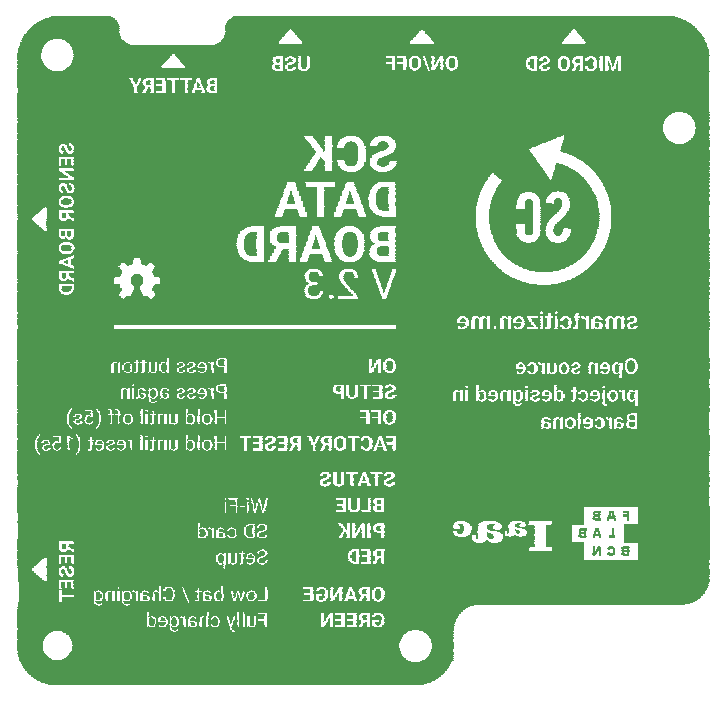
<source format=gbo>
G04 EAGLE Gerber RS-274X export*
G75*
%MOMM*%
%FSLAX34Y34*%
%LPD*%
%INBottom Silkscreen*%
%IPPOS*%
%AMOC8*
5,1,8,0,0,1.08239X$1,22.5*%
G01*
%ADD10R,31.389200X0.033981*%
%ADD11R,31.796800X0.033969*%
%ADD12R,32.068600X0.033969*%
%ADD13R,32.340400X0.033969*%
%ADD14R,32.544200X0.033969*%
%ADD15R,32.748000X0.033969*%
%ADD16R,32.951900X0.033969*%
%ADD17R,33.087800X0.033969*%
%ADD18R,33.223600X0.033969*%
%ADD19R,33.359600X0.033969*%
%ADD20R,33.495400X0.033981*%
%ADD21R,33.631300X0.033969*%
%ADD22R,33.767200X0.033969*%
%ADD23R,33.903000X0.033969*%
%ADD24R,33.971000X0.033969*%
%ADD25R,34.106900X0.033969*%
%ADD26R,34.174800X0.033969*%
%ADD27R,34.310800X0.033969*%
%ADD28R,34.378600X0.033969*%
%ADD29R,34.446600X0.033969*%
%ADD30R,34.582500X0.033975*%
%ADD31R,34.650400X0.033969*%
%ADD32R,34.718400X0.033969*%
%ADD33R,34.786300X0.033969*%
%ADD34R,34.854200X0.033969*%
%ADD35R,34.956200X0.033969*%
%ADD36R,35.058100X0.033969*%
%ADD37R,35.126000X0.033969*%
%ADD38R,35.194000X0.033969*%
%ADD39R,35.261900X0.033969*%
%ADD40R,35.295900X0.033975*%
%ADD41R,35.329800X0.033969*%
%ADD42R,35.397800X0.033969*%
%ADD43R,35.465800X0.033969*%
%ADD44R,35.533700X0.033969*%
%ADD45R,35.601600X0.033969*%
%ADD46R,35.669600X0.033969*%
%ADD47R,35.737500X0.033969*%
%ADD48R,35.805400X0.033975*%
%ADD49R,35.873400X0.033969*%
%ADD50R,35.941400X0.033969*%
%ADD51R,36.009200X0.033969*%
%ADD52R,36.077200X0.033969*%
%ADD53R,36.145200X0.033969*%
%ADD54R,36.213100X0.033969*%
%ADD55R,36.213100X0.033975*%
%ADD56R,36.281000X0.033969*%
%ADD57R,36.349000X0.033969*%
%ADD58R,36.383000X0.033969*%
%ADD59R,36.417000X0.033969*%
%ADD60R,2.785600X0.033969*%
%ADD61R,33.189600X0.033969*%
%ADD62R,2.649700X0.033969*%
%ADD63R,33.053800X0.033969*%
%ADD64R,2.581800X0.033969*%
%ADD65R,32.985800X0.033969*%
%ADD66R,2.649800X0.033981*%
%ADD67R,32.883900X0.033981*%
%ADD68R,29.622700X0.033969*%
%ADD69R,3.159300X0.033969*%
%ADD70R,2.513900X0.033969*%
%ADD71R,29.317000X0.033969*%
%ADD72R,2.887500X0.033969*%
%ADD73R,2.445900X0.033969*%
%ADD74R,29.147200X0.033969*%
%ADD75R,2.412000X0.033969*%
%ADD76R,28.977200X0.033969*%
%ADD77R,2.717700X0.033969*%
%ADD78R,2.344000X0.033969*%
%ADD79R,28.875400X0.033969*%
%ADD80R,2.649800X0.033969*%
%ADD81R,2.310100X0.033969*%
%ADD82R,28.773500X0.033969*%
%ADD83R,2.276100X0.033969*%
%ADD84R,28.705500X0.033969*%
%ADD85R,2.242100X0.033969*%
%ADD86R,28.603600X0.033969*%
%ADD87R,2.513800X0.033969*%
%ADD88R,2.208100X0.033969*%
%ADD89R,28.535700X0.033969*%
%ADD90R,2.479900X0.033969*%
%ADD91R,2.174200X0.033981*%
%ADD92R,28.467700X0.033981*%
%ADD93R,2.479900X0.033981*%
%ADD94R,2.140200X0.033969*%
%ADD95R,28.399700X0.033969*%
%ADD96R,2.106200X0.033969*%
%ADD97R,28.331900X0.033969*%
%ADD98R,2.411900X0.033969*%
%ADD99R,28.263900X0.033969*%
%ADD100R,2.378000X0.033969*%
%ADD101R,2.072300X0.033969*%
%ADD102R,28.229900X0.033969*%
%ADD103R,2.038300X0.033969*%
%ADD104R,28.162000X0.033969*%
%ADD105R,28.094000X0.033969*%
%ADD106R,2.004300X0.033969*%
%ADD107R,28.060000X0.033969*%
%ADD108R,28.026100X0.033969*%
%ADD109R,2.310000X0.033969*%
%ADD110R,1.970300X0.033969*%
%ADD111R,27.992100X0.033969*%
%ADD112R,2.276000X0.033969*%
%ADD113R,1.970300X0.033981*%
%ADD114R,27.958100X0.033981*%
%ADD115R,2.276000X0.033981*%
%ADD116R,1.936400X0.033969*%
%ADD117R,27.924200X0.033969*%
%ADD118R,2.242000X0.033969*%
%ADD119R,27.890200X0.033969*%
%ADD120R,1.902400X0.033969*%
%ADD121R,27.856200X0.033969*%
%ADD122R,27.788300X0.033969*%
%ADD123R,1.868400X0.033969*%
%ADD124R,27.720400X0.033969*%
%ADD125R,2.174100X0.033969*%
%ADD126R,1.834500X0.033975*%
%ADD127R,27.720400X0.033975*%
%ADD128R,2.174100X0.033975*%
%ADD129R,1.834500X0.033969*%
%ADD130R,27.686400X0.033969*%
%ADD131R,27.652400X0.033969*%
%ADD132R,27.686400X0.033975*%
%ADD133R,2.140200X0.033975*%
%ADD134R,27.754400X0.033969*%
%ADD135R,1.868400X0.033975*%
%ADD136R,27.754400X0.033975*%
%ADD137R,27.822200X0.033969*%
%ADD138R,27.958200X0.033969*%
%ADD139R,28.026000X0.033969*%
%ADD140R,2.038300X0.033975*%
%ADD141R,28.094000X0.033975*%
%ADD142R,2.344000X0.033975*%
%ADD143R,28.128000X0.033969*%
%ADD144R,28.196000X0.033969*%
%ADD145R,28.297800X0.033969*%
%ADD146R,2.174200X0.033969*%
%ADD147R,28.331800X0.033969*%
%ADD148R,28.399800X0.033969*%
%ADD149R,28.467700X0.033969*%
%ADD150R,2.547800X0.033969*%
%ADD151R,28.569600X0.033969*%
%ADD152R,2.615800X0.033969*%
%ADD153R,28.637600X0.033969*%
%ADD154R,2.344000X0.033981*%
%ADD155R,28.739500X0.033981*%
%ADD156R,2.683700X0.033981*%
%ADD157R,28.841400X0.033969*%
%ADD158R,2.751600X0.033969*%
%ADD159R,28.943300X0.033969*%
%ADD160R,2.819600X0.033969*%
%ADD161R,29.079100X0.033969*%
%ADD162R,14.641500X0.033969*%
%ADD163R,4.789900X0.033969*%
%ADD164R,9.342000X0.033969*%
%ADD165R,2.955500X0.033969*%
%ADD166R,14.641600X0.033969*%
%ADD167R,4.654100X0.033969*%
%ADD168R,3.057400X0.033969*%
%ADD169R,2.683700X0.033969*%
%ADD170R,14.743500X0.033969*%
%ADD171R,4.552100X0.033969*%
%ADD172R,9.478000X0.033969*%
%ADD173R,3.227200X0.033969*%
%ADD174R,14.811400X0.033969*%
%ADD175R,4.484100X0.033969*%
%ADD176R,13.010900X0.033969*%
%ADD177R,2.887600X0.033969*%
%ADD178R,15.083100X0.033969*%
%ADD179R,4.416300X0.033969*%
%ADD180R,0.135900X0.033969*%
%ADD181R,12.976900X0.033969*%
%ADD182R,3.125400X0.033969*%
%ADD183R,15.354900X0.033969*%
%ADD184R,4.450200X0.033969*%
%ADD185R,0.305700X0.033969*%
%ADD186R,12.942900X0.033969*%
%ADD187R,18.718100X0.033981*%
%ADD188R,4.416200X0.033981*%
%ADD189R,0.407600X0.033981*%
%ADD190R,12.942900X0.033981*%
%ADD191R,18.718100X0.033969*%
%ADD192R,0.441600X0.033969*%
%ADD193R,12.909000X0.033969*%
%ADD194R,18.752000X0.033969*%
%ADD195R,4.959800X0.033969*%
%ADD196R,4.925800X0.033969*%
%ADD197R,6.250600X0.033969*%
%ADD198R,0.475600X0.033969*%
%ADD199R,0.169800X0.033969*%
%ADD200R,0.169900X0.033969*%
%ADD201R,5.741100X0.033969*%
%ADD202R,1.630600X0.033969*%
%ADD203R,1.189000X0.033969*%
%ADD204R,1.664600X0.033969*%
%ADD205R,1.460700X0.033969*%
%ADD206R,0.543600X0.033969*%
%ADD207R,0.713400X0.033969*%
%ADD208R,11.312300X0.033969*%
%ADD209R,6.148700X0.033969*%
%ADD210R,0.373700X0.033969*%
%ADD211R,0.407600X0.033969*%
%ADD212R,0.135800X0.033969*%
%ADD213R,0.883200X0.033969*%
%ADD214R,0.101900X0.033969*%
%ADD215R,0.237800X0.033969*%
%ADD216R,0.271700X0.033969*%
%ADD217R,1.087000X0.033969*%
%ADD218R,0.339700X0.033969*%
%ADD219R,0.203900X0.033969*%
%ADD220R,0.577500X0.033969*%
%ADD221R,0.068000X0.033969*%
%ADD222R,0.441700X0.033969*%
%ADD223R,0.509600X0.033969*%
%ADD224R,0.067900X0.033969*%
%ADD225R,10.972600X0.033969*%
%ADD226R,6.114700X0.033969*%
%ADD227R,0.849300X0.033969*%
%ADD228R,0.034000X0.033969*%
%ADD229R,0.985200X0.033969*%
%ADD230R,0.033900X0.033969*%
%ADD231R,6.046800X0.033969*%
%ADD232R,0.271800X0.033969*%
%ADD233R,0.373600X0.033969*%
%ADD234R,0.815300X0.033969*%
%ADD235R,0.951200X0.033969*%
%ADD236R,0.339800X0.033969*%
%ADD237R,6.012800X0.033969*%
%ADD238R,0.203800X0.033969*%
%ADD239R,0.781300X0.033969*%
%ADD240R,0.917300X0.033969*%
%ADD241R,0.305800X0.033969*%
%ADD242R,5.978800X0.033969*%
%ADD243R,0.407700X0.033969*%
%ADD244R,0.883300X0.033969*%
%ADD245R,6.012800X0.033981*%
%ADD246R,0.101900X0.033981*%
%ADD247R,0.203800X0.033981*%
%ADD248R,0.339700X0.033981*%
%ADD249R,0.237800X0.033981*%
%ADD250R,0.135900X0.033981*%
%ADD251R,0.373700X0.033981*%
%ADD252R,4.552100X0.033981*%
%ADD253R,0.747400X0.033981*%
%ADD254R,0.305700X0.033981*%
%ADD255R,0.271700X0.033981*%
%ADD256R,0.407700X0.033981*%
%ADD257R,0.849300X0.033981*%
%ADD258R,0.305800X0.033981*%
%ADD259R,0.271800X0.033981*%
%ADD260R,10.972600X0.033981*%
%ADD261R,5.978900X0.033969*%
%ADD262R,0.747400X0.033969*%
%ADD263R,5.944900X0.033969*%
%ADD264R,0.747300X0.033969*%
%ADD265R,0.679500X0.033969*%
%ADD266R,6.012800X0.033975*%
%ADD267R,0.237800X0.033975*%
%ADD268R,0.203800X0.033975*%
%ADD269R,0.373600X0.033975*%
%ADD270R,0.169800X0.033975*%
%ADD271R,0.034000X0.033975*%
%ADD272R,4.552100X0.033975*%
%ADD273R,0.747400X0.033975*%
%ADD274R,0.407700X0.033975*%
%ADD275R,0.271700X0.033975*%
%ADD276R,0.271800X0.033975*%
%ADD277R,0.645500X0.033975*%
%ADD278R,0.815300X0.033975*%
%ADD279R,0.407600X0.033975*%
%ADD280R,0.373700X0.033975*%
%ADD281R,0.441600X0.033975*%
%ADD282R,0.203900X0.033975*%
%ADD283R,0.135800X0.033975*%
%ADD284R,10.972600X0.033975*%
%ADD285R,0.645500X0.033969*%
%ADD286R,0.237700X0.033969*%
%ADD287R,0.645400X0.033969*%
%ADD288R,6.080800X0.033969*%
%ADD289R,0.679400X0.033969*%
%ADD290R,6.182700X0.033975*%
%ADD291R,0.713400X0.033975*%
%ADD292R,0.169900X0.033975*%
%ADD293R,0.305700X0.033975*%
%ADD294R,0.033900X0.033975*%
%ADD295R,0.339800X0.033975*%
%ADD296R,6.250700X0.033969*%
%ADD297R,0.611500X0.033969*%
%ADD298R,6.284600X0.033969*%
%ADD299R,1.732500X0.033969*%
%ADD300R,4.857800X0.033969*%
%ADD301R,6.352600X0.033969*%
%ADD302R,6.420500X0.033969*%
%ADD303R,6.488400X0.033969*%
%ADD304R,6.556400X0.033969*%
%ADD305R,1.121000X0.033969*%
%ADD306R,6.624400X0.033975*%
%ADD307R,0.339700X0.033975*%
%ADD308R,0.135900X0.033975*%
%ADD309R,1.121000X0.033975*%
%ADD310R,2.445900X0.033975*%
%ADD311R,4.857800X0.033975*%
%ADD312R,6.726300X0.033969*%
%ADD313R,6.828100X0.033969*%
%ADD314R,0.509500X0.033969*%
%ADD315R,18.344300X0.033969*%
%ADD316R,18.412300X0.033969*%
%ADD317R,37.673800X0.033969*%
%ADD318R,37.707800X0.033969*%
%ADD319R,37.741800X0.033969*%
%ADD320R,37.775800X0.033969*%
%ADD321R,37.809700X0.033969*%
%ADD322R,37.843700X0.033975*%
%ADD323R,37.877600X0.033969*%
%ADD324R,37.945600X0.033969*%
%ADD325R,37.979600X0.033969*%
%ADD326R,38.047500X0.033969*%
%ADD327R,38.115400X0.033969*%
%ADD328R,38.149500X0.033969*%
%ADD329R,38.217400X0.033969*%
%ADD330R,38.319300X0.033969*%
%ADD331R,29.147100X0.033969*%
%ADD332R,2.208200X0.033969*%
%ADD333R,29.113200X0.033981*%
%ADD334R,2.004200X0.033981*%
%ADD335R,6.624400X0.033981*%
%ADD336R,29.181100X0.033969*%
%ADD337R,29.384900X0.033969*%
%ADD338R,1.800400X0.033969*%
%ADD339R,6.522500X0.033969*%
%ADD340R,46.981900X0.033969*%
%ADD341R,1.766500X0.033969*%
%ADD342R,6.488500X0.033969*%
%ADD343R,47.151800X0.033969*%
%ADD344R,1.698600X0.033969*%
%ADD345R,6.454500X0.033969*%
%ADD346R,47.321600X0.033969*%
%ADD347R,47.457500X0.033969*%
%ADD348R,42.531700X0.033969*%
%ADD349R,5.367500X0.033969*%
%ADD350R,42.599600X0.033969*%
%ADD351R,5.333500X0.033969*%
%ADD352R,3.465100X0.033969*%
%ADD353R,26.565300X0.033969*%
%ADD354R,11.040600X0.033969*%
%ADD355R,5.367400X0.033969*%
%ADD356R,2.717600X0.033969*%
%ADD357R,26.531400X0.033981*%
%ADD358R,0.475600X0.033981*%
%ADD359R,0.034000X0.033981*%
%ADD360R,0.611400X0.033981*%
%ADD361R,0.509600X0.033981*%
%ADD362R,3.091300X0.033981*%
%ADD363R,0.645400X0.033981*%
%ADD364R,0.441700X0.033981*%
%ADD365R,0.883300X0.033981*%
%ADD366R,0.577500X0.033981*%
%ADD367R,0.543500X0.033981*%
%ADD368R,1.358800X0.033981*%
%ADD369R,0.373600X0.033981*%
%ADD370R,0.611500X0.033981*%
%ADD371R,0.441600X0.033981*%
%ADD372R,2.717600X0.033981*%
%ADD373R,3.465100X0.033981*%
%ADD374R,26.531300X0.033969*%
%ADD375R,0.543500X0.033969*%
%ADD376R,1.290900X0.033969*%
%ADD377R,26.565400X0.033969*%
%ADD378R,1.256900X0.033969*%
%ADD379R,26.599300X0.033969*%
%ADD380R,1.155100X0.033969*%
%ADD381R,26.633200X0.033969*%
%ADD382R,0.781400X0.033969*%
%ADD383R,1.121100X0.033969*%
%ADD384R,26.633300X0.033969*%
%ADD385R,3.634900X0.033969*%
%ADD386R,1.053100X0.033969*%
%ADD387R,26.667300X0.033969*%
%ADD388R,26.701200X0.033969*%
%ADD389R,0.985100X0.033969*%
%ADD390R,26.735200X0.033969*%
%ADD391R,26.735200X0.033981*%
%ADD392R,3.634900X0.033981*%
%ADD393R,0.713400X0.033981*%
%ADD394R,0.068000X0.033981*%
%ADD395R,0.747300X0.033981*%
%ADD396R,0.169900X0.033981*%
%ADD397R,0.985100X0.033981*%
%ADD398R,1.698500X0.033981*%
%ADD399R,26.769100X0.033969*%
%ADD400R,0.917200X0.033969*%
%ADD401R,1.698500X0.033969*%
%ADD402R,26.803100X0.033969*%
%ADD403R,26.837100X0.033969*%
%ADD404R,26.871000X0.033969*%
%ADD405R,0.475500X0.033969*%
%ADD406R,26.871100X0.033969*%
%ADD407R,26.905100X0.033969*%
%ADD408R,26.939000X0.033969*%
%ADD409R,26.973000X0.033969*%
%ADD410R,0.102000X0.033969*%
%ADD411R,27.007000X0.033969*%
%ADD412R,27.007000X0.033975*%
%ADD413R,0.509600X0.033975*%
%ADD414R,0.305800X0.033975*%
%ADD415R,0.067900X0.033975*%
%ADD416R,0.951200X0.033975*%
%ADD417R,3.125400X0.033975*%
%ADD418R,0.645400X0.033975*%
%ADD419R,0.985200X0.033975*%
%ADD420R,2.717600X0.033975*%
%ADD421R,3.465100X0.033975*%
%ADD422R,27.041000X0.033969*%
%ADD423R,27.108800X0.033969*%
%ADD424R,1.019200X0.033969*%
%ADD425R,27.142800X0.033969*%
%ADD426R,27.176800X0.033969*%
%ADD427R,27.244700X0.033969*%
%ADD428R,27.278700X0.033969*%
%ADD429R,1.087100X0.033969*%
%ADD430R,1.460800X0.033969*%
%ADD431R,3.125300X0.033969*%
%ADD432R,27.312700X0.033969*%
%ADD433R,3.499000X0.033969*%
%ADD434R,0.713300X0.033969*%
%ADD435R,11.923900X0.033969*%
%ADD436R,27.346700X0.033975*%
%ADD437R,3.057400X0.033975*%
%ADD438R,3.499000X0.033975*%
%ADD439R,1.121100X0.033975*%
%ADD440R,0.747300X0.033975*%
%ADD441R,0.475600X0.033975*%
%ADD442R,11.923900X0.033975*%
%ADD443R,27.380600X0.033969*%
%ADD444R,7.201900X0.033969*%
%ADD445R,27.448600X0.033969*%
%ADD446R,3.397100X0.033969*%
%ADD447R,3.702800X0.033969*%
%ADD448R,27.482600X0.033969*%
%ADD449R,0.611400X0.033969*%
%ADD450R,1.155000X0.033969*%
%ADD451R,3.363200X0.033969*%
%ADD452R,3.668900X0.033969*%
%ADD453R,27.550500X0.033969*%
%ADD454R,27.584400X0.033969*%
%ADD455R,3.193300X0.033969*%
%ADD456R,4.688000X0.033969*%
%ADD457R,4.586000X0.033969*%
%ADD458R,3.533000X0.033969*%
%ADD459R,3.227300X0.033969*%
%ADD460R,41.003000X0.033969*%
%ADD461R,5.095700X0.033969*%
%ADD462R,41.071000X0.033975*%
%ADD463R,5.163600X0.033975*%
%ADD464R,7.201900X0.033975*%
%ADD465R,53.708200X0.033969*%
%ADD466R,53.742100X0.033969*%
%ADD467R,53.776100X0.033969*%
%ADD468R,53.776100X0.033975*%
%ADD469R,53.810100X0.033969*%
%ADD470R,56.120100X0.033969*%
%ADD471R,56.120100X0.033981*%
%ADD472R,1.868400X0.033981*%
%ADD473R,54.047900X0.033969*%
%ADD474R,1.358800X0.033969*%
%ADD475R,1.800500X0.033969*%
%ADD476R,53.980000X0.033969*%
%ADD477R,53.912000X0.033969*%
%ADD478R,53.878000X0.033969*%
%ADD479R,53.844100X0.033969*%
%ADD480R,1.596700X0.033969*%
%ADD481R,1.562700X0.033969*%
%ADD482R,1.528700X0.033969*%
%ADD483R,53.810100X0.033981*%
%ADD484R,1.053100X0.033981*%
%ADD485R,1.494800X0.033981*%
%ADD486R,1.426800X0.033969*%
%ADD487R,1.358900X0.033969*%
%ADD488R,1.019100X0.033969*%
%ADD489R,1.324900X0.033969*%
%ADD490R,1.257000X0.033969*%
%ADD491R,1.223000X0.033969*%
%ADD492R,1.155000X0.033981*%
%ADD493R,40.969100X0.033969*%
%ADD494R,12.705200X0.033969*%
%ADD495R,12.739100X0.033969*%
%ADD496R,12.773100X0.033969*%
%ADD497R,1.324800X0.033969*%
%ADD498R,12.807100X0.033969*%
%ADD499R,1.222900X0.033969*%
%ADD500R,1.392800X0.033969*%
%ADD501R,12.875000X0.033969*%
%ADD502R,1.426700X0.033969*%
%ADD503R,40.969100X0.033975*%
%ADD504R,12.943000X0.033975*%
%ADD505R,1.902300X0.033975*%
%ADD506R,1.460700X0.033975*%
%ADD507R,14.981200X0.033969*%
%ADD508R,1.596600X0.033969*%
%ADD509R,37.639900X0.033969*%
%ADD510R,12.229600X0.033969*%
%ADD511R,7.371800X0.033969*%
%ADD512R,12.195600X0.033969*%
%ADD513R,27.516500X0.033969*%
%ADD514R,7.201800X0.033969*%
%ADD515R,12.161600X0.033969*%
%ADD516R,7.099900X0.033969*%
%ADD517R,12.127700X0.033969*%
%ADD518R,7.032000X0.033969*%
%ADD519R,6.964100X0.033969*%
%ADD520R,12.093700X0.033969*%
%ADD521R,1.834400X0.033969*%
%ADD522R,27.516500X0.033975*%
%ADD523R,6.930100X0.033975*%
%ADD524R,0.441700X0.033975*%
%ADD525R,12.093700X0.033975*%
%ADD526R,1.053100X0.033975*%
%ADD527R,6.896100X0.033969*%
%ADD528R,12.059700X0.033969*%
%ADD529R,1.936300X0.033969*%
%ADD530R,0.849200X0.033969*%
%ADD531R,6.794200X0.033969*%
%ADD532R,2.038200X0.033969*%
%ADD533R,16.917500X0.033969*%
%ADD534R,7.541600X0.033969*%
%ADD535R,2.072200X0.033969*%
%ADD536R,7.473600X0.033969*%
%ADD537R,7.439700X0.033969*%
%ADD538R,12.025700X0.033969*%
%ADD539R,7.371700X0.033969*%
%ADD540R,6.080800X0.033975*%
%ADD541R,16.917500X0.033975*%
%ADD542R,7.303800X0.033975*%
%ADD543R,12.059700X0.033975*%
%ADD544R,1.087100X0.033975*%
%ADD545R,2.242100X0.033975*%
%ADD546R,7.167900X0.033969*%
%ADD547R,7.065900X0.033969*%
%ADD548R,6.998000X0.033969*%
%ADD549R,6.930100X0.033969*%
%ADD550R,6.862100X0.033969*%
%ADD551R,6.828200X0.033969*%
%ADD552R,0.679400X0.033975*%
%ADD553R,0.611500X0.033975*%
%ADD554R,6.828200X0.033975*%
%ADD555R,16.985500X0.033975*%
%ADD556R,17.019500X0.033969*%
%ADD557R,17.087400X0.033969*%
%ADD558R,18.955800X0.033969*%
%ADD559R,6.862200X0.033969*%
%ADD560R,14.165900X0.033969*%
%ADD561R,4.722000X0.033969*%
%ADD562R,3.804700X0.033969*%
%ADD563R,3.736800X0.033969*%
%ADD564R,12.263500X0.033969*%
%ADD565R,6.964000X0.033969*%
%ADD566R,7.100000X0.033969*%
%ADD567R,15.626700X0.033969*%
%ADD568R,3.600900X0.033969*%
%ADD569R,6.080800X0.033981*%
%ADD570R,0.203900X0.033981*%
%ADD571R,2.785600X0.033981*%
%ADD572R,12.263500X0.033981*%
%ADD573R,7.201900X0.033981*%
%ADD574R,15.694600X0.033981*%
%ADD575R,3.600900X0.033981*%
%ADD576R,7.303800X0.033969*%
%ADD577R,15.762500X0.033969*%
%ADD578R,3.566900X0.033969*%
%ADD579R,7.507600X0.033969*%
%ADD580R,15.864500X0.033969*%
%ADD581R,38.625000X0.033969*%
%ADD582R,38.693000X0.033969*%
%ADD583R,38.760900X0.033969*%
%ADD584R,38.828900X0.033969*%
%ADD585R,38.896800X0.033969*%
%ADD586R,39.100700X0.033969*%
%ADD587R,39.406400X0.033969*%
%ADD588R,3.261200X0.033981*%
%ADD589R,39.440300X0.033981*%
%ADD590R,3.533000X0.033981*%
%ADD591R,3.261200X0.033969*%
%ADD592R,39.440300X0.033969*%
%ADD593R,38.998700X0.033969*%
%ADD594R,34.072900X0.033969*%
%ADD595R,33.937000X0.033969*%
%ADD596R,7.269800X0.033981*%
%ADD597R,2.887500X0.033981*%
%ADD598R,33.869100X0.033981*%
%ADD599R,7.269800X0.033969*%
%ADD600R,2.853500X0.033969*%
%ADD601R,33.835100X0.033969*%
%ADD602R,33.801200X0.033969*%
%ADD603R,38.557100X0.033969*%
%ADD604R,38.523100X0.033969*%
%ADD605R,38.489100X0.033969*%
%ADD606R,17.563000X0.033969*%
%ADD607R,15.286900X0.033969*%
%ADD608R,7.269800X0.033975*%
%ADD609R,2.174200X0.033975*%
%ADD610R,2.683700X0.033975*%
%ADD611R,7.439600X0.033975*%
%ADD612R,0.917200X0.033975*%
%ADD613R,0.509500X0.033975*%
%ADD614R,6.114800X0.033975*%
%ADD615R,0.543500X0.033975*%
%ADD616R,15.286900X0.033975*%
%ADD617R,7.405600X0.033969*%
%ADD618R,6.352500X0.033969*%
%ADD619R,6.182700X0.033969*%
%ADD620R,6.046900X0.033969*%
%ADD621R,5.910900X0.033969*%
%ADD622R,5.876900X0.033969*%
%ADD623R,0.611400X0.033975*%
%ADD624R,5.843000X0.033975*%
%ADD625R,0.883200X0.033975*%
%ADD626R,6.862200X0.033975*%
%ADD627R,0.781300X0.033975*%
%ADD628R,5.843000X0.033969*%
%ADD629R,5.809000X0.033969*%
%ADD630R,6.692300X0.033969*%
%ADD631R,5.775000X0.033969*%
%ADD632R,6.624300X0.033969*%
%ADD633R,1.460800X0.033975*%
%ADD634R,6.692300X0.033975*%
%ADD635R,0.101900X0.033975*%
%ADD636R,6.488500X0.033975*%
%ADD637R,0.543600X0.033975*%
%ADD638R,6.726200X0.033969*%
%ADD639R,6.386600X0.033969*%
%ADD640R,6.318600X0.033969*%
%ADD641R,6.216700X0.033969*%
%ADD642R,3.804800X0.033969*%
%ADD643R,0.577500X0.033975*%
%ADD644R,5.775000X0.033975*%
%ADD645R,6.182800X0.033975*%
%ADD646R,3.804800X0.033975*%
%ADD647R,6.148800X0.033969*%
%ADD648R,3.838700X0.033969*%
%ADD649R,3.872700X0.033969*%
%ADD650R,3.906700X0.033969*%
%ADD651R,3.940600X0.033969*%
%ADD652R,4.008600X0.033969*%
%ADD653R,4.076500X0.033969*%
%ADD654R,4.246400X0.033969*%
%ADD655R,11.686000X0.033969*%
%ADD656R,21.537600X0.033969*%
%ADD657R,15.320900X0.033969*%
%ADD658R,0.917200X0.033981*%
%ADD659R,37.028400X0.033981*%
%ADD660R,37.062400X0.033969*%
%ADD661R,37.130300X0.033969*%
%ADD662R,1.494700X0.033969*%
%ADD663R,37.198200X0.033969*%
%ADD664R,37.334100X0.033969*%
%ADD665R,48.001000X0.033969*%
%ADD666R,48.001000X0.033981*%
%ADD667R,0.169800X0.033981*%
%ADD668R,27.074900X0.033969*%
%ADD669R,17.529000X0.033969*%
%ADD670R,16.951500X0.033969*%
%ADD671R,6.012900X0.033969*%
%ADD672R,5.978900X0.033975*%
%ADD673R,17.529000X0.033975*%
%ADD674R,0.102000X0.033975*%
%ADD675R,6.420500X0.033975*%
%ADD676R,0.068000X0.033975*%
%ADD677R,18.480200X0.033969*%
%ADD678R,5.775100X0.033969*%
%ADD679R,5.741100X0.033975*%
%ADD680R,17.495100X0.033975*%
%ADD681R,58.600000X0.033969*%
%ADD682R,58.600000X0.033981*%
%ADD683R,27.007000X0.033981*%
%ADD684R,4.042500X0.033981*%
%ADD685R,0.951200X0.033981*%
%ADD686R,25.953800X0.033981*%
%ADD687R,25.818000X0.033969*%
%ADD688R,25.750000X0.033969*%
%ADD689R,26.769200X0.033969*%
%ADD690R,25.716000X0.033969*%
%ADD691R,25.682100X0.033969*%
%ADD692R,25.648100X0.033969*%
%ADD693R,25.614100X0.033969*%
%ADD694R,26.599300X0.033975*%
%ADD695R,25.614100X0.033975*%
%ADD696R,27.210800X0.033969*%
%ADD697R,27.142900X0.033969*%
%ADD698R,27.040900X0.033969*%
%ADD699R,26.769200X0.033975*%
%ADD700R,25.818000X0.033975*%
%ADD701R,25.885900X0.033969*%
%ADD702R,25.987800X0.033969*%
%ADD703R,26.055800X0.033969*%
%ADD704R,26.157700X0.033969*%
%ADD705R,26.225600X0.033969*%
%ADD706R,26.259600X0.033969*%
%ADD707R,26.633300X0.033975*%
%ADD708R,25.784000X0.033969*%
%ADD709R,25.851900X0.033969*%
%ADD710R,5.231500X0.033969*%
%ADD711R,25.953800X0.033969*%
%ADD712R,58.600000X0.033975*%
%ADD713R,53.606300X0.033975*%
%ADD714R,2.989500X0.033975*%
%ADD715R,53.572300X0.033969*%
%ADD716R,2.989500X0.033969*%
%ADD717R,53.504400X0.033969*%
%ADD718R,53.470400X0.033969*%
%ADD719R,53.436400X0.033969*%
%ADD720R,53.402400X0.033969*%
%ADD721R,53.368500X0.033969*%
%ADD722R,3.261300X0.033969*%
%ADD723R,53.334500X0.033969*%
%ADD724R,3.295200X0.033969*%
%ADD725R,53.334500X0.033975*%
%ADD726R,3.329100X0.033975*%
%ADD727R,1.596600X0.033975*%
%ADD728R,2.989400X0.033969*%
%ADD729R,26.565300X0.033975*%
%ADD730R,1.494700X0.033975*%
%ADD731R,0.781400X0.033975*%
%ADD732R,0.577600X0.033969*%
%ADD733R,1.189000X0.033975*%
%ADD734R,0.849300X0.033975*%
%ADD735R,26.565300X0.033981*%
%ADD736R,0.781300X0.033981*%
%ADD737R,0.679400X0.033981*%
%ADD738R,1.494700X0.033981*%
%ADD739R,0.509500X0.033981*%
%ADD740R,2.004300X0.033981*%
%ADD741R,0.679500X0.033981*%
%ADD742R,0.713300X0.033981*%
%ADD743R,0.849200X0.033981*%
%ADD744R,0.543600X0.033981*%
%ADD745R,1.562700X0.033981*%
%ADD746R,5.265500X0.033969*%
%ADD747R,43.143200X0.033981*%
%ADD748R,0.815300X0.033981*%
%ADD749R,5.299500X0.033981*%
%ADD750R,3.023500X0.033981*%
%ADD751R,1.766500X0.033981*%
%ADD752R,43.177200X0.033969*%
%ADD753R,53.538300X0.033969*%
%ADD754R,51.907700X0.033969*%
%ADD755R,4.586100X0.033969*%
%ADD756R,6.114800X0.033969*%
%ADD757R,37.606000X0.033969*%
%ADD758R,37.538000X0.033969*%
%ADD759R,4.518100X0.033969*%
%ADD760R,37.571900X0.033969*%
%ADD761R,4.484200X0.033969*%
%ADD762R,37.537900X0.033969*%
%ADD763R,37.504000X0.033975*%
%ADD764R,2.106200X0.033975*%
%ADD765R,4.416200X0.033975*%
%ADD766R,37.470000X0.033969*%
%ADD767R,4.382200X0.033969*%
%ADD768R,37.436000X0.033969*%
%ADD769R,4.348300X0.033969*%
%ADD770R,37.402100X0.033969*%
%ADD771R,4.314300X0.033969*%
%ADD772R,12.705100X0.033969*%
%ADD773R,15.253000X0.033969*%
%ADD774R,1.902300X0.033969*%
%ADD775R,12.603200X0.033969*%
%ADD776R,11.855900X0.033969*%
%ADD777R,4.280300X0.033969*%
%ADD778R,12.569200X0.033969*%
%ADD779R,12.501300X0.033969*%
%ADD780R,12.467300X0.033975*%
%ADD781R,11.855900X0.033975*%
%ADD782R,4.246400X0.033975*%
%ADD783R,12.433400X0.033969*%
%ADD784R,12.399400X0.033969*%
%ADD785R,4.212400X0.033969*%
%ADD786R,12.365400X0.033969*%
%ADD787R,12.331400X0.033969*%
%ADD788R,12.365400X0.033975*%
%ADD789R,4.212400X0.033975*%
%ADD790R,12.331500X0.033969*%
%ADD791R,4.178400X0.033969*%
%ADD792R,12.365500X0.033969*%
%ADD793R,11.346300X0.033969*%
%ADD794R,12.467400X0.033969*%
%ADD795R,12.535300X0.033969*%
%ADD796R,15.388900X0.033969*%
%ADD797R,3.906700X0.033975*%
%ADD798R,15.388900X0.033975*%
%ADD799R,15.422800X0.033969*%
%ADD800R,0.815400X0.033969*%
%ADD801R,3.974600X0.033969*%
%ADD802R,15.456800X0.033969*%
%ADD803R,10.904700X0.033969*%
%ADD804R,15.490800X0.033969*%
%ADD805R,15.524800X0.033969*%
%ADD806R,26.701200X0.033981*%
%ADD807R,11.312300X0.033981*%
%ADD808R,1.256900X0.033981*%
%ADD809R,0.917300X0.033981*%
%ADD810R,1.732500X0.033981*%
%ADD811R,4.348300X0.033981*%
%ADD812R,4.416200X0.033969*%
%ADD813R,43.143200X0.033969*%
%ADD814R,50.141200X0.033969*%
%ADD815R,51.873800X0.033969*%
%ADD816R,8.662600X0.033969*%
%ADD817R,42.361800X0.033969*%
%ADD818R,7.066000X0.033969*%
%ADD819R,42.192000X0.033969*%
%ADD820R,42.124000X0.033969*%
%ADD821R,42.090100X0.033969*%
%ADD822R,42.056100X0.033969*%
%ADD823R,42.022100X0.033969*%
%ADD824R,6.828200X0.033981*%
%ADD825R,41.988200X0.033981*%
%ADD826R,30.438100X0.033969*%
%ADD827R,11.448200X0.033969*%
%ADD828R,30.268200X0.033969*%
%ADD829R,7.337700X0.033969*%
%ADD830R,30.200200X0.033969*%
%ADD831R,11.244400X0.033969*%
%ADD832R,30.166300X0.033969*%
%ADD833R,11.210400X0.033969*%
%ADD834R,11.176400X0.033969*%
%ADD835R,25.036600X0.033969*%
%ADD836R,11.142500X0.033969*%
%ADD837R,25.070600X0.033969*%
%ADD838R,25.104600X0.033969*%
%ADD839R,11.108500X0.033969*%
%ADD840R,11.108500X0.033975*%
%ADD841R,5.095600X0.033969*%
%ADD842R,9.681700X0.033969*%
%ADD843R,8.730500X0.033969*%
%ADD844R,5.027700X0.033969*%
%ADD845R,4.891800X0.033969*%
%ADD846R,4.823900X0.033975*%
%ADD847R,9.681700X0.033975*%
%ADD848R,8.730500X0.033975*%
%ADD849R,4.823900X0.033969*%
%ADD850R,1.290800X0.033969*%
%ADD851R,5.469300X0.033969*%
%ADD852R,5.435400X0.033969*%
%ADD853R,9.274100X0.033969*%
%ADD854R,9.206100X0.033969*%
%ADD855R,9.138200X0.033969*%
%ADD856R,5.163600X0.033969*%
%ADD857R,9.104200X0.033969*%
%ADD858R,5.129600X0.033975*%
%ADD859R,9.070200X0.033975*%
%ADD860R,1.664600X0.033975*%
%ADD861R,5.061700X0.033969*%
%ADD862R,9.036300X0.033969*%
%ADD863R,5.061600X0.033969*%
%ADD864R,9.002300X0.033969*%
%ADD865R,6.522400X0.033969*%
%ADD866R,8.764500X0.033969*%
%ADD867R,11.312400X0.033969*%
%ADD868R,8.798500X0.033969*%
%ADD869R,8.832400X0.033969*%
%ADD870R,8.866400X0.033975*%
%ADD871R,2.276100X0.033975*%
%ADD872R,1.392800X0.033975*%
%ADD873R,2.208100X0.033975*%
%ADD874R,3.940700X0.033975*%
%ADD875R,5.944900X0.033975*%
%ADD876R,9.002300X0.033975*%
%ADD877R,1.019100X0.033975*%
%ADD878R,8.832500X0.033969*%
%ADD879R,8.968300X0.033969*%
%ADD880R,16.781700X0.033969*%
%ADD881R,16.815600X0.033969*%
%ADD882R,9.070200X0.033969*%
%ADD883R,9.783600X0.033969*%
%ADD884R,8.866400X0.033969*%
%ADD885R,3.940700X0.033969*%
%ADD886R,9.715700X0.033969*%
%ADD887R,12.943000X0.033969*%
%ADD888R,6.998100X0.033969*%
%ADD889R,7.133900X0.033969*%
%ADD890R,26.939000X0.033981*%
%ADD891R,13.758200X0.033981*%
%ADD892R,7.269700X0.033981*%
%ADD893R,9.749700X0.033981*%
%ADD894R,50.990500X0.033969*%
%ADD895R,7.371700X0.033981*%
%ADD896R,50.990500X0.033981*%
%ADD897R,42.395800X0.033969*%
%ADD898R,42.327900X0.033969*%
%ADD899R,10.599000X0.033969*%
%ADD900R,13.996100X0.033969*%
%ADD901R,6.284700X0.033969*%
%ADD902R,10.463000X0.033969*%
%ADD903R,7.949200X0.033969*%
%ADD904R,10.395200X0.033969*%
%ADD905R,6.216700X0.033975*%
%ADD906R,10.361200X0.033975*%
%ADD907R,7.949200X0.033975*%
%ADD908R,10.361100X0.033969*%
%ADD909R,10.361200X0.033969*%
%ADD910R,10.802800X0.033969*%
%ADD911R,10.836800X0.033969*%
%ADD912R,10.836700X0.033969*%
%ADD913R,10.768800X0.033969*%
%ADD914R,10.157300X0.033969*%
%ADD915R,10.157300X0.033975*%
%ADD916R,10.123400X0.033969*%
%ADD917R,10.157400X0.033969*%
%ADD918R,7.983200X0.033969*%
%ADD919R,10.191300X0.033975*%
%ADD920R,7.983200X0.033975*%
%ADD921R,10.259200X0.033969*%
%ADD922R,10.293200X0.033969*%
%ADD923R,10.327100X0.033969*%
%ADD924R,8.017100X0.033969*%
%ADD925R,8.051100X0.033969*%
%ADD926R,8.085100X0.033969*%
%ADD927R,19.465400X0.033969*%
%ADD928R,8.153000X0.033969*%
%ADD929R,19.499300X0.033969*%
%ADD930R,10.055400X0.033969*%
%ADD931R,19.533300X0.033969*%
%ADD932R,19.601300X0.033969*%
%ADD933R,19.635300X0.033975*%
%ADD934R,4.008600X0.033975*%
%ADD935R,1.834400X0.033975*%
%ADD936R,10.055400X0.033975*%
%ADD937R,19.703200X0.033969*%
%ADD938R,19.771100X0.033969*%
%ADD939R,4.042600X0.033969*%
%ADD940R,19.873000X0.033969*%
%ADD941R,4.076600X0.033969*%
%ADD942R,12.637200X0.033969*%
%ADD943R,19.974900X0.033969*%
%ADD944R,4.144500X0.033969*%
%ADD945R,20.178800X0.033969*%
%ADD946R,13.690300X0.033969*%
%ADD947R,45.759000X0.033969*%
%ADD948R,12.671200X0.033969*%
%ADD949R,5.469400X0.033969*%
%ADD950R,8.187000X0.033969*%
%ADD951R,6.216700X0.033981*%
%ADD952R,0.067900X0.033981*%
%ADD953R,8.187000X0.033981*%
%ADD954R,5.231600X0.033969*%
%ADD955R,5.197600X0.033969*%
%ADD956R,6.692300X0.033981*%
%ADD957R,37.945600X0.033981*%
%ADD958R,6.624400X0.033969*%
%ADD959R,37.232200X0.033969*%
%ADD960R,6.114800X0.033981*%
%ADD961R,37.232200X0.033981*%
%ADD962R,37.266200X0.033969*%
%ADD963R,37.300200X0.033969*%
%ADD964R,37.368100X0.033969*%
%ADD965R,6.250700X0.033975*%
%ADD966R,37.436000X0.033975*%
%ADD967R,37.504000X0.033969*%
%ADD968R,0.951100X0.033969*%
%ADD969R,37.605900X0.033969*%
%ADD970R,11.074600X0.033969*%
%ADD971R,44.909700X0.033969*%
%ADD972R,44.332200X0.033969*%
%ADD973R,44.264200X0.033969*%
%ADD974R,1.494800X0.033969*%
%ADD975R,44.230200X0.033969*%
%ADD976R,12.807100X0.033975*%
%ADD977R,44.230200X0.033975*%
%ADD978R,12.841100X0.033969*%
%ADD979R,24.968700X0.033969*%
%ADD980R,27.380700X0.033969*%
%ADD981R,13.418500X0.033969*%
%ADD982R,8.900400X0.033969*%
%ADD983R,13.282700X0.033969*%
%ADD984R,27.346700X0.033969*%
%ADD985R,13.214700X0.033969*%
%ADD986R,13.112800X0.033969*%
%ADD987R,13.044800X0.033969*%
%ADD988R,27.312700X0.033981*%
%ADD989R,0.645500X0.033981*%
%ADD990R,12.943000X0.033981*%
%ADD991R,1.121100X0.033981*%
%ADD992R,8.730500X0.033981*%
%ADD993R,8.696600X0.033969*%
%ADD994R,12.841000X0.033969*%
%ADD995R,8.628600X0.033969*%
%ADD996R,8.594700X0.033969*%
%ADD997R,27.244800X0.033969*%
%ADD998R,4.110500X0.033969*%
%ADD999R,4.042500X0.033969*%
%ADD1000R,27.210800X0.033981*%
%ADD1001R,2.140200X0.033981*%
%ADD1002R,2.310000X0.033981*%
%ADD1003R,12.705100X0.033981*%
%ADD1004R,4.008600X0.033981*%
%ADD1005R,3.668900X0.033981*%
%ADD1006R,12.739200X0.033969*%
%ADD1007R,4.008500X0.033969*%
%ADD1008R,2.140100X0.033969*%
%ADD1009R,27.108900X0.033969*%
%ADD1010R,3.363100X0.033969*%
%ADD1011R,3.329100X0.033969*%
%ADD1012R,27.074900X0.033975*%
%ADD1013R,2.310000X0.033975*%
%ADD1014R,3.227300X0.033975*%
%ADD1015R,12.841100X0.033975*%
%ADD1016R,4.042500X0.033975*%
%ADD1017R,3.533000X0.033975*%
%ADD1018R,3.091400X0.033969*%
%ADD1019R,12.807000X0.033969*%
%ADD1020R,2.377900X0.033969*%
%ADD1021R,2.921500X0.033969*%
%ADD1022R,2.446000X0.033969*%
%ADD1023R,2.751700X0.033969*%
%ADD1024R,13.452500X0.033975*%
%ADD1025R,12.331400X0.033975*%
%ADD1026R,2.513900X0.033975*%
%ADD1027R,3.838700X0.033975*%
%ADD1028R,13.180800X0.033969*%
%ADD1029R,11.822000X0.033969*%
%ADD1030R,12.569300X0.033969*%
%ADD1031R,3.465000X0.033969*%
%ADD1032R,11.652100X0.033969*%
%ADD1033R,11.516200X0.033969*%
%ADD1034R,12.467300X0.033969*%
%ADD1035R,12.297500X0.033969*%
%ADD1036R,10.870700X0.033975*%
%ADD1037R,2.615800X0.033975*%
%ADD1038R,2.479900X0.033975*%
%ADD1039R,3.397100X0.033975*%
%ADD1040R,3.804700X0.033975*%
%ADD1041R,12.025800X0.033969*%
%ADD1042R,11.923800X0.033969*%
%ADD1043R,10.666900X0.033969*%
%ADD1044R,2.547900X0.033969*%
%ADD1045R,10.564900X0.033969*%
%ADD1046R,11.754000X0.033969*%
%ADD1047R,10.463100X0.033969*%
%ADD1048R,11.618100X0.033969*%
%ADD1049R,11.550200X0.033969*%
%ADD1050R,10.191300X0.033969*%
%ADD1051R,11.482200X0.033969*%
%ADD1052R,12.229500X0.033969*%
%ADD1053R,11.414300X0.033969*%
%ADD1054R,11.346300X0.033975*%
%ADD1055R,9.953500X0.033975*%
%ADD1056R,1.358900X0.033975*%
%ADD1057R,12.297500X0.033975*%
%ADD1058R,3.668800X0.033975*%
%ADD1059R,11.278400X0.033969*%
%ADD1060R,9.885500X0.033969*%
%ADD1061R,9.817700X0.033969*%
%ADD1062R,9.749700X0.033969*%
%ADD1063R,4.314400X0.033969*%
%ADD1064R,9.681800X0.033969*%
%ADD1065R,9.613800X0.033969*%
%ADD1066R,10.972700X0.033969*%
%ADD1067R,9.545900X0.033969*%
%ADD1068R,10.938700X0.033969*%
%ADD1069R,9.477900X0.033969*%
%ADD1070R,10.870700X0.033969*%
%ADD1071R,9.410000X0.033969*%
%ADD1072R,10.768800X0.033981*%
%ADD1073R,9.274000X0.033981*%
%ADD1074R,1.189000X0.033981*%
%ADD1075R,1.290900X0.033981*%
%ADD1076R,12.909000X0.033981*%
%ADD1077R,10.734900X0.033969*%
%ADD1078R,9.172100X0.033969*%
%ADD1079R,10.632900X0.033969*%
%ADD1080R,9.104300X0.033969*%
%ADD1081R,13.044900X0.033969*%
%ADD1082R,10.531000X0.033969*%
%ADD1083R,10.497100X0.033969*%
%ADD1084R,8.934400X0.033969*%
%ADD1085R,13.078800X0.033969*%
%ADD1086R,10.395100X0.033969*%
%ADD1087R,13.078900X0.033969*%
%ADD1088R,10.327200X0.033981*%
%ADD1089R,2.921500X0.033981*%
%ADD1090R,1.426800X0.033981*%
%ADD1091R,1.528700X0.033981*%
%ADD1092R,13.146800X0.033981*%
%ADD1093R,8.696600X0.033981*%
%ADD1094R,4.755900X0.033969*%
%ADD1095R,10.259300X0.033969*%
%ADD1096R,13.350600X0.033969*%
%ADD1097R,4.654000X0.033969*%
%ADD1098R,10.225300X0.033969*%
%ADD1099R,29.113100X0.033969*%
%ADD1100R,29.045300X0.033969*%
%ADD1101R,28.977300X0.033969*%
%ADD1102R,10.089400X0.033969*%
%ADD1103R,28.909300X0.033969*%
%ADD1104R,3.770800X0.033969*%
%ADD1105R,28.875300X0.033969*%
%ADD1106R,10.021500X0.033969*%
%ADD1107R,9.987500X0.033969*%
%ADD1108R,9.953500X0.033981*%
%ADD1109R,4.484200X0.033981*%
%ADD1110R,28.875300X0.033981*%
%ADD1111R,3.974600X0.033981*%
%ADD1112R,3.940600X0.033981*%
%ADD1113R,9.919600X0.033969*%
%ADD1114R,9.885600X0.033969*%
%ADD1115R,9.851600X0.033969*%
%ADD1116R,9.817600X0.033969*%
%ADD1117R,9.783700X0.033969*%
%ADD1118R,11.957800X0.033969*%
%ADD1119R,16.577800X0.033969*%
%ADD1120R,9.647800X0.033975*%
%ADD1121R,5.537300X0.033975*%
%ADD1122R,8.119000X0.033975*%
%ADD1123R,1.698600X0.033975*%
%ADD1124R,9.036200X0.033975*%
%ADD1125R,5.265500X0.033975*%
%ADD1126R,5.639200X0.033969*%
%ADD1127R,8.119000X0.033969*%
%ADD1128R,1.562600X0.033969*%
%ADD1129R,8.934300X0.033969*%
%ADD1130R,9.579800X0.033969*%
%ADD1131R,5.877000X0.033969*%
%ADD1132R,9.511900X0.033969*%
%ADD1133R,7.983100X0.033969*%
%ADD1134R,9.444000X0.033969*%
%ADD1135R,7.915200X0.033969*%
%ADD1136R,7.881200X0.033969*%
%ADD1137R,9.376000X0.033975*%
%ADD1138R,6.352600X0.033975*%
%ADD1139R,7.881200X0.033975*%
%ADD1140R,1.223000X0.033975*%
%ADD1141R,14.165900X0.033975*%
%ADD1142R,4.280300X0.033975*%
%ADD1143R,7.847300X0.033969*%
%ADD1144R,14.131900X0.033969*%
%ADD1145R,7.813300X0.033969*%
%ADD1146R,14.098000X0.033969*%
%ADD1147R,9.308100X0.033969*%
%ADD1148R,7.779300X0.033969*%
%ADD1149R,14.064000X0.033969*%
%ADD1150R,14.030000X0.033969*%
%ADD1151R,7.745300X0.033969*%
%ADD1152R,9.240100X0.033969*%
%ADD1153R,6.760200X0.033969*%
%ADD1154R,18.786000X0.033969*%
%ADD1155R,9.206200X0.033969*%
%ADD1156R,7.711400X0.033969*%
%ADD1157R,7.677400X0.033969*%
%ADD1158R,14.335800X0.033969*%
%ADD1159R,9.172200X0.033975*%
%ADD1160R,6.964000X0.033975*%
%ADD1161R,7.677400X0.033975*%
%ADD1162R,14.199900X0.033975*%
%ADD1163R,7.643400X0.033969*%
%ADD1164R,7.609500X0.033969*%
%ADD1165R,7.575500X0.033969*%
%ADD1166R,13.962100X0.033969*%
%ADD1167R,9.070300X0.033969*%
%ADD1168R,7.235800X0.033969*%
%ADD1169R,13.928100X0.033969*%
%ADD1170R,7.541500X0.033969*%
%ADD1171R,13.894200X0.033969*%
%ADD1172R,7.507500X0.033969*%
%ADD1173R,13.860200X0.033969*%
%ADD1174R,7.439600X0.033969*%
%ADD1175R,13.826200X0.033969*%
%ADD1176R,8.968400X0.033975*%
%ADD1177R,7.507600X0.033975*%
%ADD1178R,7.473600X0.033975*%
%ADD1179R,0.985100X0.033975*%
%ADD1180R,13.826200X0.033975*%
%ADD1181R,8.968400X0.033969*%
%ADD1182R,7.575600X0.033969*%
%ADD1183R,13.758200X0.033969*%
%ADD1184R,7.643500X0.033969*%
%ADD1185R,7.779400X0.033969*%
%ADD1186R,13.758300X0.033969*%
%ADD1187R,7.303700X0.033969*%
%ADD1188R,8.798500X0.033981*%
%ADD1189R,7.983200X0.033981*%
%ADD1190R,7.303700X0.033981*%
%ADD1191R,0.781400X0.033981*%
%ADD1192R,13.758300X0.033981*%
%ADD1193R,8.017200X0.033969*%
%ADD1194R,7.269700X0.033969*%
%ADD1195R,13.792300X0.033969*%
%ADD1196R,8.051200X0.033969*%
%ADD1197R,8.730600X0.033969*%
%ADD1198R,13.928200X0.033969*%
%ADD1199R,7.167800X0.033969*%
%ADD1200R,14.030100X0.033969*%
%ADD1201R,8.662600X0.033981*%
%ADD1202R,7.133900X0.033981*%
%ADD1203R,1.019100X0.033981*%
%ADD1204R,14.335700X0.033981*%
%ADD1205R,4.076500X0.033981*%
%ADD1206R,8.628700X0.033969*%
%ADD1207R,18.582100X0.033969*%
%ADD1208R,13.996000X0.033969*%
%ADD1209R,8.560700X0.033969*%
%ADD1210R,13.894100X0.033969*%
%ADD1211R,8.526700X0.033981*%
%ADD1212R,7.032000X0.033981*%
%ADD1213R,0.102000X0.033981*%
%ADD1214R,1.019200X0.033981*%
%ADD1215R,0.985200X0.033981*%
%ADD1216R,13.860200X0.033981*%
%ADD1217R,8.526700X0.033969*%
%ADD1218R,8.492800X0.033969*%
%ADD1219R,8.458800X0.033969*%
%ADD1220R,1.188900X0.033969*%
%ADD1221R,6.930000X0.033969*%
%ADD1222R,8.458800X0.033975*%
%ADD1223R,6.930000X0.033975*%
%ADD1224R,1.222900X0.033975*%
%ADD1225R,1.155100X0.033975*%
%ADD1226R,13.996100X0.033975*%
%ADD1227R,8.424800X0.033969*%
%ADD1228R,8.390900X0.033969*%
%ADD1229R,14.199900X0.033969*%
%ADD1230R,14.267800X0.033969*%
%ADD1231R,8.356900X0.033975*%
%ADD1232R,2.276000X0.033975*%
%ADD1233R,0.849200X0.033975*%
%ADD1234R,6.862100X0.033975*%
%ADD1235R,1.087000X0.033975*%
%ADD1236R,1.290900X0.033975*%
%ADD1237R,14.301800X0.033975*%
%ADD1238R,8.356900X0.033969*%
%ADD1239R,14.403700X0.033969*%
%ADD1240R,16.747700X0.033969*%
%ADD1241R,16.883600X0.033969*%
%ADD1242R,8.322900X0.033969*%
%ADD1243R,16.985500X0.033969*%
%ADD1244R,17.291200X0.033969*%
%ADD1245R,8.322900X0.033975*%
%ADD1246R,3.736800X0.033975*%
%ADD1247R,10.497000X0.033975*%
%ADD1248R,25.444300X0.033975*%
%ADD1249R,1.800400X0.033975*%
%ADD1250R,3.702900X0.033969*%
%ADD1251R,8.288900X0.033969*%
%ADD1252R,3.601000X0.033969*%
%ADD1253R,3.668800X0.033969*%
%ADD1254R,3.567000X0.033969*%
%ADD1255R,3.499100X0.033969*%
%ADD1256R,8.288900X0.033975*%
%ADD1257R,3.431100X0.033975*%
%ADD1258R,3.702800X0.033975*%
%ADD1259R,36.349000X0.033975*%
%ADD1260R,34.005000X0.033969*%
%ADD1261R,3.193200X0.033969*%
%ADD1262R,8.288900X0.033981*%
%ADD1263R,3.125300X0.033981*%
%ADD1264R,3.702800X0.033981*%
%ADD1265R,34.072900X0.033981*%
%ADD1266R,1.087000X0.033981*%
%ADD1267R,3.091300X0.033969*%
%ADD1268R,34.140900X0.033969*%
%ADD1269R,34.208800X0.033969*%
%ADD1270R,8.255000X0.033969*%
%ADD1271R,3.023400X0.033969*%
%ADD1272R,17.257300X0.033969*%
%ADD1273R,17.325200X0.033969*%
%ADD1274R,17.393200X0.033969*%
%ADD1275R,17.461100X0.033969*%
%ADD1276R,17.495000X0.033969*%
%ADD1277R,2.819600X0.033981*%
%ADD1278R,6.760200X0.033981*%
%ADD1279R,1.324900X0.033981*%
%ADD1280R,0.883200X0.033981*%
%ADD1281R,1.324800X0.033981*%
%ADD1282R,17.495000X0.033981*%
%ADD1283R,1.664600X0.033981*%
%ADD1284R,2.683800X0.033969*%
%ADD1285R,17.121400X0.033969*%
%ADD1286R,17.155400X0.033969*%
%ADD1287R,17.189300X0.033969*%
%ADD1288R,2.547900X0.033981*%
%ADD1289R,1.630600X0.033981*%
%ADD1290R,3.668800X0.033981*%
%ADD1291R,6.794200X0.033981*%
%ADD1292R,1.087100X0.033981*%
%ADD1293R,19.499300X0.033981*%
%ADD1294R,2.038200X0.033981*%
%ADD1295R,17.698900X0.033969*%
%ADD1296R,17.427100X0.033969*%
%ADD1297R,2.378000X0.033975*%
%ADD1298R,1.800500X0.033975*%
%ADD1299R,17.427100X0.033975*%
%ADD1300R,3.634900X0.033975*%
%ADD1301R,17.393100X0.033969*%
%ADD1302R,17.359200X0.033969*%
%ADD1303R,8.424800X0.033975*%
%ADD1304R,2.310100X0.033975*%
%ADD1305R,2.140100X0.033975*%
%ADD1306R,1.256900X0.033975*%
%ADD1307R,17.393100X0.033975*%
%ADD1308R,17.495100X0.033969*%
%ADD1309R,8.492800X0.033975*%
%ADD1310R,6.998000X0.033975*%
%ADD1311R,1.358800X0.033975*%
%ADD1312R,17.630900X0.033975*%
%ADD1313R,3.600900X0.033975*%
%ADD1314R,17.630900X0.033969*%
%ADD1315R,17.664900X0.033969*%
%ADD1316R,17.732900X0.033969*%
%ADD1317R,17.766900X0.033969*%
%ADD1318R,17.868800X0.033969*%
%ADD1319R,17.936700X0.033969*%
%ADD1320R,18.038700X0.033969*%
%ADD1321R,22.454800X0.033969*%
%ADD1322R,8.594700X0.033975*%
%ADD1323R,7.099900X0.033975*%
%ADD1324R,1.019200X0.033975*%
%ADD1325R,0.883300X0.033975*%
%ADD1326R,22.454800X0.033975*%
%ADD1327R,22.488800X0.033969*%
%ADD1328R,17.834800X0.033969*%
%ADD1329R,1.664500X0.033969*%
%ADD1330R,17.800800X0.033969*%
%ADD1331R,17.766800X0.033969*%
%ADD1332R,8.730600X0.033981*%
%ADD1333R,7.235800X0.033981*%
%ADD1334R,1.121000X0.033981*%
%ADD1335R,1.596600X0.033981*%
%ADD1336R,17.800800X0.033981*%
%ADD1337R,17.868700X0.033969*%
%ADD1338R,8.900400X0.033981*%
%ADD1339R,7.779400X0.033981*%
%ADD1340R,7.405600X0.033981*%
%ADD1341R,1.460700X0.033981*%
%ADD1342R,17.936700X0.033981*%
%ADD1343R,7.677500X0.033969*%
%ADD1344R,17.970700X0.033969*%
%ADD1345R,18.004700X0.033969*%
%ADD1346R,18.072500X0.033969*%
%ADD1347R,18.106500X0.033969*%
%ADD1348R,18.174500X0.033969*%
%ADD1349R,18.208500X0.033969*%
%ADD1350R,18.276400X0.033969*%
%ADD1351R,9.104200X0.033981*%
%ADD1352R,7.575500X0.033981*%
%ADD1353R,2.072200X0.033981*%
%ADD1354R,22.862500X0.033981*%
%ADD1355R,22.862500X0.033969*%
%ADD1356R,39.678100X0.033969*%
%ADD1357R,9.172200X0.033969*%
%ADD1358R,39.712100X0.033969*%
%ADD1359R,2.853600X0.033969*%
%ADD1360R,34.990100X0.033969*%
%ADD1361R,35.024100X0.033969*%
%ADD1362R,9.308100X0.033975*%
%ADD1363R,2.683800X0.033975*%
%ADD1364R,4.178500X0.033975*%
%ADD1365R,35.058100X0.033975*%
%ADD1366R,35.092100X0.033969*%
%ADD1367R,9.376000X0.033969*%
%ADD1368R,35.227900X0.033969*%
%ADD1369R,4.280400X0.033969*%
%ADD1370R,35.329900X0.033969*%
%ADD1371R,35.363900X0.033969*%
%ADD1372R,4.144400X0.033969*%
%ADD1373R,35.465700X0.033969*%
%ADD1374R,35.567600X0.033969*%
%ADD1375R,35.635600X0.033969*%
%ADD1376R,9.579800X0.033975*%
%ADD1377R,4.348300X0.033975*%
%ADD1378R,35.703600X0.033975*%
%ADD1379R,3.940600X0.033975*%
%ADD1380R,35.771500X0.033969*%
%ADD1381R,9.647800X0.033969*%
%ADD1382R,35.975300X0.033969*%
%ADD1383R,1.970400X0.033969*%
%ADD1384R,40.493500X0.033969*%
%ADD1385R,13.554500X0.033969*%
%ADD1386R,24.017500X0.033969*%
%ADD1387R,13.316600X0.033969*%
%ADD1388R,23.847700X0.033969*%
%ADD1389R,13.146800X0.033969*%
%ADD1390R,20.178700X0.033969*%
%ADD1391R,19.431400X0.033969*%
%ADD1392R,9.851600X0.033975*%
%ADD1393R,1.392900X0.033975*%
%ADD1394R,19.465400X0.033975*%
%ADD1395R,19.499400X0.033969*%
%ADD1396R,9.953500X0.033969*%
%ADD1397R,19.567300X0.033969*%
%ADD1398R,24.391200X0.033969*%
%ADD1399R,24.425100X0.033969*%
%ADD1400R,24.459100X0.033969*%
%ADD1401R,24.459100X0.033975*%
%ADD1402R,19.737200X0.033969*%
%ADD1403R,10.327200X0.033969*%
%ADD1404R,12.127600X0.033969*%
%ADD1405R,19.805100X0.033969*%
%ADD1406R,10.429100X0.033969*%
%ADD1407R,19.839100X0.033969*%
%ADD1408R,11.991700X0.033969*%
%ADD1409R,10.565000X0.033969*%
%ADD1410R,10.599000X0.033981*%
%ADD1411R,11.923900X0.033981*%
%ADD1412R,19.907000X0.033981*%
%ADD1413R,11.889900X0.033969*%
%ADD1414R,19.941000X0.033969*%
%ADD1415R,10.700900X0.033969*%
%ADD1416R,19.975000X0.033969*%
%ADD1417R,11.821900X0.033969*%
%ADD1418R,11.788000X0.033969*%
%ADD1419R,20.008900X0.033969*%
%ADD1420R,13.418600X0.033969*%
%ADD1421R,20.042900X0.033969*%
%ADD1422R,13.384600X0.033969*%
%ADD1423R,11.006600X0.033969*%
%ADD1424R,13.282600X0.033969*%
%ADD1425R,20.076900X0.033969*%
%ADD1426R,13.214800X0.033969*%
%ADD1427R,20.110800X0.033969*%
%ADD1428R,11.108500X0.033981*%
%ADD1429R,2.208100X0.033981*%
%ADD1430R,20.110800X0.033981*%
%ADD1431R,11.176500X0.033969*%
%ADD1432R,20.144800X0.033969*%
%ADD1433R,11.380300X0.033969*%
%ADD1434R,20.212800X0.033969*%
%ADD1435R,12.603300X0.033969*%
%ADD1436R,20.246700X0.033969*%
%ADD1437R,12.501400X0.033969*%
%ADD1438R,11.584100X0.033969*%
%ADD1439R,11.720000X0.033969*%
%ADD1440R,11.788000X0.033981*%
%ADD1441R,12.059700X0.033981*%
%ADD1442R,25.138500X0.033981*%
%ADD1443R,11.991800X0.033969*%
%ADD1444R,20.586400X0.033969*%
%ADD1445R,11.889800X0.033969*%
%ADD1446R,20.518500X0.033969*%
%ADD1447R,20.518400X0.033969*%
%ADD1448R,12.263600X0.033969*%
%ADD1449R,20.484500X0.033969*%
%ADD1450R,11.516100X0.033969*%
%ADD1451R,20.450500X0.033969*%
%ADD1452R,20.416600X0.033969*%
%ADD1453R,12.603300X0.033975*%
%ADD1454R,11.414300X0.033975*%
%ADD1455R,20.382600X0.033975*%
%ADD1456R,20.348600X0.033969*%
%ADD1457R,20.314600X0.033969*%
%ADD1458R,20.280700X0.033969*%
%ADD1459R,11.380200X0.033969*%
%ADD1460R,20.212700X0.033969*%
%ADD1461R,12.501300X0.033975*%
%ADD1462R,11.720000X0.033975*%
%ADD1463R,20.144800X0.033975*%
%ADD1464R,20.110900X0.033969*%
%ADD1465R,20.076800X0.033969*%
%ADD1466R,2.004300X0.033975*%
%ADD1467R,12.535300X0.033975*%
%ADD1468R,20.212700X0.033975*%
%ADD1469R,24.662900X0.033969*%
%ADD1470R,24.629000X0.033969*%
%ADD1471R,24.595000X0.033969*%
%ADD1472R,9.002400X0.033969*%
%ADD1473R,24.561000X0.033969*%
%ADD1474R,24.527100X0.033969*%
%ADD1475R,13.248700X0.033969*%
%ADD1476R,24.493100X0.033969*%
%ADD1477R,13.486500X0.033969*%
%ADD1478R,1.528700X0.033975*%
%ADD1479R,8.696600X0.033975*%
%ADD1480R,13.588400X0.033975*%
%ADD1481R,24.391200X0.033975*%
%ADD1482R,13.724200X0.033969*%
%ADD1483R,24.357200X0.033969*%
%ADD1484R,24.323200X0.033969*%
%ADD1485R,24.289300X0.033969*%
%ADD1486R,14.301800X0.033969*%
%ADD1487R,24.255300X0.033969*%
%ADD1488R,8.526800X0.033969*%
%ADD1489R,14.437700X0.033969*%
%ADD1490R,24.221300X0.033969*%
%ADD1491R,14.879400X0.033969*%
%ADD1492R,46.200600X0.033969*%
%ADD1493R,54.795200X0.033981*%
%ADD1494R,54.761300X0.033969*%
%ADD1495R,54.727300X0.033969*%
%ADD1496R,54.693300X0.033969*%
%ADD1497R,54.693300X0.033981*%
%ADD1498R,54.659300X0.033969*%
%ADD1499R,54.659300X0.033981*%
%ADD1500R,54.727300X0.033975*%
%ADD1501R,54.795200X0.033969*%
%ADD1502R,54.829200X0.033969*%
%ADD1503R,54.863200X0.033969*%
%ADD1504R,54.897100X0.033975*%
%ADD1505R,54.897100X0.033969*%
%ADD1506R,54.931100X0.033969*%
%ADD1507R,54.965100X0.033969*%
%ADD1508R,54.999100X0.033969*%
%ADD1509R,55.033000X0.033969*%
%ADD1510R,55.067000X0.033969*%
%ADD1511R,55.101000X0.033969*%
%ADD1512R,55.134900X0.033969*%
%ADD1513R,55.168900X0.033975*%
%ADD1514R,55.202900X0.033969*%
%ADD1515R,55.270800X0.033969*%
%ADD1516R,55.304800X0.033969*%
%ADD1517R,55.372700X0.033969*%
%ADD1518R,55.406700X0.033969*%
%ADD1519R,55.508600X0.033969*%
%ADD1520R,55.576600X0.033969*%
%ADD1521R,55.712400X0.033969*%
%ADD1522R,55.882300X0.033969*%
%ADD1523R,41.648500X0.033969*%
%ADD1524R,41.648500X0.033975*%
%ADD1525R,9.885600X0.033975*%
%ADD1526R,9.715700X0.033975*%
%ADD1527R,9.545800X0.033969*%
%ADD1528R,41.648500X0.033981*%
%ADD1529R,9.511900X0.033981*%
%ADD1530R,23.643800X0.033981*%
%ADD1531R,34.752300X0.033981*%
%ADD1532R,9.036200X0.033969*%
%ADD1533R,6.182800X0.033969*%
%ADD1534R,17.529100X0.033969*%
%ADD1535R,5.911000X0.033969*%
%ADD1536R,7.405700X0.033969*%
%ADD1537R,7.881300X0.033975*%
%ADD1538R,7.813400X0.033969*%
%ADD1539R,5.707200X0.033969*%
%ADD1540R,6.454400X0.033969*%
%ADD1541R,5.707200X0.033975*%
%ADD1542R,6.454400X0.033975*%
%ADD1543R,7.711500X0.033975*%
%ADD1544R,7.813300X0.033975*%
%ADD1545R,7.711500X0.033969*%
%ADD1546R,7.881300X0.033969*%
%ADD1547R,7.745400X0.033969*%
%ADD1548R,5.809000X0.033975*%
%ADD1549R,7.847300X0.033975*%
%ADD1550R,2.072200X0.033975*%
%ADD1551R,7.949300X0.033969*%
%ADD1552R,6.386500X0.033969*%
%ADD1553R,6.080900X0.033969*%
%ADD1554R,8.119100X0.033969*%
%ADD1555R,8.187100X0.033969*%
%ADD1556R,21.605600X0.033975*%
%ADD1557R,17.698900X0.033975*%
%ADD1558R,8.187000X0.033975*%
%ADD1559R,21.707500X0.033969*%
%ADD1560R,8.221000X0.033969*%
%ADD1561R,45.215400X0.033969*%
%ADD1562R,45.249400X0.033969*%
%ADD1563R,45.317300X0.033969*%
%ADD1564R,2.004200X0.033969*%
%ADD1565R,53.776100X0.033981*%
%ADD1566R,53.810000X0.033969*%
%ADD1567R,53.844000X0.033969*%
%ADD1568R,53.878100X0.033969*%
%ADD1569R,41.818400X0.033969*%
%ADD1570R,5.197500X0.033969*%
%ADD1571R,41.614500X0.033969*%
%ADD1572R,23.168200X0.033969*%
%ADD1573R,16.442000X0.033969*%
%ADD1574R,10.259200X0.033981*%
%ADD1575R,10.904700X0.033981*%
%ADD1576R,9.172200X0.033981*%
%ADD1577R,5.265500X0.033981*%
%ADD1578R,4.925800X0.033981*%
%ADD1579R,2.106200X0.033981*%
%ADD1580R,4.891900X0.033969*%
%ADD1581R,10.870800X0.033969*%
%ADD1582R,10.938600X0.033969*%
%ADD1583R,4.857900X0.033969*%
%ADD1584R,9.240200X0.033969*%
%ADD1585R,4.959700X0.033969*%
%ADD1586R,9.308000X0.033969*%
%ADD1587R,10.225200X0.033975*%
%ADD1588R,11.210400X0.033975*%
%ADD1589R,9.444000X0.033975*%
%ADD1590R,4.925800X0.033975*%
%ADD1591R,4.993700X0.033975*%
%ADD1592R,5.129600X0.033969*%
%ADD1593R,8.356800X0.033969*%
%ADD1594R,11.414200X0.033969*%
%ADD1595R,8.254900X0.033969*%
%ADD1596R,4.993700X0.033969*%
%ADD1597R,4.993800X0.033969*%
%ADD1598R,10.327200X0.033975*%
%ADD1599R,11.754000X0.033975*%
%ADD1600R,10.021400X0.033975*%
%ADD1601R,5.061700X0.033975*%
%ADD1602R,8.085100X0.033975*%
%ADD1603R,7.915300X0.033969*%
%ADD1604R,10.361100X0.033975*%
%ADD1605R,10.531000X0.033975*%
%ADD1606R,5.231600X0.033975*%
%ADD1607R,7.779300X0.033975*%
%ADD1608R,10.734800X0.033969*%
%ADD1609R,5.299500X0.033969*%
%ADD1610R,5.401400X0.033969*%
%ADD1611R,23.847600X0.033969*%
%ADD1612R,39.882000X0.033969*%
%ADD1613R,39.848000X0.033969*%
%ADD1614R,39.814100X0.033975*%
%ADD1615R,39.780100X0.033969*%
%ADD1616R,39.746100X0.033969*%
%ADD1617R,39.712200X0.033969*%
%ADD1618R,39.678200X0.033969*%
%ADD1619R,39.610200X0.033969*%
%ADD1620R,39.542300X0.033969*%
%ADD1621R,39.508300X0.033969*%
%ADD1622R,39.474300X0.033969*%
%ADD1623R,39.372400X0.033969*%
%ADD1624R,39.338400X0.033981*%
%ADD1625R,6.998000X0.033981*%
%ADD1626R,39.270400X0.033969*%
%ADD1627R,39.202500X0.033969*%
%ADD1628R,39.134600X0.033969*%
%ADD1629R,39.066700X0.033969*%
%ADD1630R,6.658400X0.033969*%
%ADD1631R,38.930800X0.033969*%
%ADD1632R,38.828800X0.033969*%
%ADD1633R,38.727000X0.033969*%
%ADD1634R,38.625100X0.033969*%
%ADD1635R,38.523100X0.033981*%
%ADD1636R,6.182700X0.033981*%
%ADD1637R,38.455200X0.033969*%
%ADD1638R,38.183400X0.033969*%
%ADD1639R,38.081500X0.033969*%
%ADD1640R,37.945700X0.033969*%
%ADD1641R,5.571300X0.033969*%
%ADD1642R,37.775700X0.033969*%
%ADD1643R,37.402000X0.033969*%
%ADD1644R,37.164300X0.033969*%
%ADD1645R,36.858600X0.033981*%


D10*
X183273Y-340D03*
D11*
X183273Y0D03*
D12*
X183273Y340D03*
D13*
X183273Y679D03*
D14*
X183273Y1019D03*
D15*
X183273Y1359D03*
D16*
X183273Y1699D03*
D17*
X183273Y2038D03*
D18*
X183273Y2378D03*
D19*
X183273Y2718D03*
D20*
X183273Y3057D03*
D21*
X183273Y3397D03*
D22*
X183273Y3737D03*
D23*
X183273Y4077D03*
D24*
X183273Y4416D03*
D25*
X183273Y4756D03*
D26*
X183273Y5096D03*
D27*
X183273Y5435D03*
D28*
X183273Y5775D03*
D29*
X183273Y6115D03*
D30*
X183273Y6454D03*
D31*
X183273Y6794D03*
D32*
X183273Y7134D03*
D33*
X183273Y7474D03*
D34*
X183273Y7813D03*
D35*
X183443Y8153D03*
D36*
X183273Y8493D03*
D37*
X183273Y8832D03*
D38*
X183273Y9172D03*
D39*
X183273Y9512D03*
D40*
X183443Y9852D03*
D41*
X183273Y10191D03*
D42*
X183273Y10531D03*
D43*
X183273Y10871D03*
D44*
X183273Y11210D03*
D45*
X183273Y11550D03*
D46*
X183273Y11890D03*
X183273Y12230D03*
D47*
X183273Y12569D03*
D48*
X183273Y12909D03*
D49*
X183273Y13249D03*
X183273Y13588D03*
D50*
X183273Y13928D03*
D51*
X183273Y14268D03*
X183273Y14608D03*
D52*
X183273Y14947D03*
D53*
X183273Y15287D03*
X183273Y15627D03*
D54*
X183273Y15966D03*
D55*
X183273Y16306D03*
D56*
X183273Y16646D03*
X183273Y16986D03*
D57*
X183273Y17325D03*
D58*
X183443Y17665D03*
D59*
X183273Y18005D03*
X183273Y18344D03*
D60*
X351769Y18684D03*
D61*
X166797Y18684D03*
D62*
X352449Y19024D03*
D63*
X166118Y19024D03*
D64*
X353128Y19363D03*
D65*
X165438Y19363D03*
D66*
X354147Y19703D03*
D67*
X164929Y19703D03*
D64*
X354487Y20043D03*
D68*
X180556Y20043D03*
D69*
X15966Y20043D03*
D70*
X354827Y20383D03*
D71*
X181744Y20383D03*
D72*
X14607Y20383D03*
D73*
X355167Y20722D03*
D74*
X181914Y20722D03*
D60*
X14097Y20722D03*
D75*
X355336Y21062D03*
D76*
X182084Y21062D03*
D77*
X13418Y21062D03*
D78*
X355676Y21402D03*
D79*
X182254Y21402D03*
D80*
X13078Y21402D03*
D81*
X355846Y21741D03*
D82*
X182424Y21741D03*
D64*
X12738Y21741D03*
D83*
X356016Y22081D03*
D84*
X182424Y22081D03*
D64*
X12399Y22081D03*
D85*
X356186Y22421D03*
D86*
X182593Y22421D03*
D87*
X12059Y22421D03*
D88*
X356356Y22761D03*
D89*
X182594Y22761D03*
D90*
X11890Y22761D03*
D91*
X356525Y23100D03*
D92*
X182594Y23100D03*
D93*
X11550Y23100D03*
D94*
X356695Y23440D03*
D95*
X182594Y23440D03*
D73*
X11380Y23440D03*
D96*
X356865Y23780D03*
D97*
X182594Y23780D03*
D98*
X11210Y23780D03*
D96*
X356865Y24119D03*
D99*
X182594Y24119D03*
D100*
X11040Y24119D03*
D101*
X357035Y24459D03*
D102*
X182764Y24459D03*
D100*
X10700Y24459D03*
D103*
X357205Y24799D03*
D104*
X182763Y24799D03*
D78*
X10530Y24799D03*
D103*
X357205Y25139D03*
D105*
X182763Y25139D03*
D81*
X10361Y25139D03*
D106*
X357375Y25478D03*
D107*
X182933Y25478D03*
D83*
X10191Y25478D03*
D106*
X357375Y25818D03*
D108*
X182764Y25818D03*
D109*
X10021Y25818D03*
D110*
X357545Y26158D03*
D111*
X182934Y26158D03*
D112*
X9851Y26158D03*
D113*
X357545Y26497D03*
D114*
X182764Y26497D03*
D115*
X9851Y26497D03*
D116*
X357714Y26837D03*
D117*
X182933Y26837D03*
D118*
X9681Y26837D03*
D116*
X357714Y27177D03*
D119*
X182763Y27177D03*
D118*
X9681Y27177D03*
D120*
X357884Y27517D03*
D121*
X182933Y27517D03*
D88*
X9512Y27517D03*
D120*
X357884Y27856D03*
D121*
X182933Y27856D03*
D85*
X9342Y27856D03*
D120*
X357884Y28196D03*
D122*
X182934Y28196D03*
D88*
X9172Y28196D03*
D123*
X358054Y28536D03*
D122*
X182934Y28536D03*
D88*
X9172Y28536D03*
D123*
X358054Y28875D03*
D122*
X182934Y28875D03*
D88*
X9172Y28875D03*
D123*
X358054Y29215D03*
D124*
X182933Y29215D03*
D125*
X9002Y29215D03*
D123*
X358054Y29555D03*
D124*
X182933Y29555D03*
D125*
X9002Y29555D03*
D126*
X358224Y29894D03*
D127*
X182933Y29894D03*
D128*
X9002Y29894D03*
D129*
X358224Y30234D03*
D130*
X183103Y30234D03*
D125*
X9002Y30234D03*
D129*
X358224Y30574D03*
D130*
X183103Y30574D03*
D94*
X8832Y30574D03*
D129*
X358224Y30914D03*
D130*
X183103Y30914D03*
D94*
X8832Y30914D03*
D129*
X358224Y31253D03*
D130*
X183103Y31253D03*
D94*
X8832Y31253D03*
D129*
X358224Y31593D03*
D130*
X183103Y31593D03*
D94*
X8832Y31593D03*
D129*
X358224Y31933D03*
D131*
X182933Y31933D03*
D94*
X8832Y31933D03*
D129*
X358224Y32272D03*
D131*
X182933Y32272D03*
D94*
X8832Y32272D03*
D129*
X358224Y32612D03*
D131*
X182933Y32612D03*
D94*
X8832Y32612D03*
D129*
X358224Y32952D03*
D131*
X182933Y32952D03*
D94*
X8832Y32952D03*
D126*
X358224Y33292D03*
D132*
X183103Y33292D03*
D133*
X8832Y33292D03*
D129*
X358224Y33631D03*
D130*
X183103Y33631D03*
D94*
X8832Y33631D03*
D129*
X358224Y33971D03*
D130*
X183103Y33971D03*
D94*
X8832Y33971D03*
D129*
X358224Y34311D03*
D130*
X183103Y34311D03*
D94*
X8832Y34311D03*
D129*
X358224Y34650D03*
D130*
X183103Y34650D03*
D94*
X8832Y34650D03*
D129*
X358224Y34990D03*
D130*
X183103Y34990D03*
D94*
X8832Y34990D03*
D123*
X358054Y35330D03*
D124*
X182933Y35330D03*
D125*
X9002Y35330D03*
D123*
X358054Y35670D03*
D134*
X183103Y35670D03*
D125*
X9002Y35670D03*
D123*
X358054Y36009D03*
D134*
X183103Y36009D03*
D125*
X9002Y36009D03*
D135*
X358054Y36349D03*
D136*
X183103Y36349D03*
D128*
X9002Y36349D03*
D120*
X357884Y36689D03*
D122*
X182934Y36689D03*
D88*
X9172Y36689D03*
D120*
X357884Y37028D03*
D137*
X183103Y37028D03*
D88*
X9172Y37028D03*
D116*
X357714Y37368D03*
D121*
X182933Y37368D03*
D85*
X9342Y37368D03*
D116*
X357714Y37708D03*
D119*
X183103Y37708D03*
D85*
X9342Y37708D03*
D116*
X357714Y38048D03*
D119*
X183103Y38048D03*
D85*
X9342Y38048D03*
D110*
X357545Y38387D03*
D138*
X183103Y38387D03*
D112*
X9511Y38387D03*
D110*
X357545Y38727D03*
D138*
X183103Y38727D03*
D112*
X9511Y38727D03*
D106*
X357375Y39067D03*
D139*
X183103Y39067D03*
D109*
X9681Y39067D03*
D106*
X357375Y39406D03*
D107*
X182933Y39406D03*
D78*
X9851Y39406D03*
D140*
X357205Y39746D03*
D141*
X183103Y39746D03*
D142*
X9851Y39746D03*
D101*
X357035Y40086D03*
D143*
X182933Y40086D03*
D100*
X10021Y40086D03*
D101*
X357035Y40426D03*
D144*
X182933Y40426D03*
D98*
X10191Y40426D03*
D96*
X356865Y40765D03*
D99*
X182934Y40765D03*
D73*
X10361Y40765D03*
D94*
X356695Y41105D03*
D145*
X183103Y41105D03*
D73*
X10361Y41105D03*
D146*
X356525Y41445D03*
D147*
X182933Y41445D03*
D90*
X10531Y41445D03*
D88*
X356356Y41784D03*
D148*
X182933Y41784D03*
D87*
X10700Y41784D03*
D85*
X356186Y42124D03*
D149*
X182934Y42124D03*
D150*
X10870Y42124D03*
D83*
X356016Y42464D03*
D151*
X182763Y42464D03*
D152*
X11210Y42464D03*
D81*
X355846Y42803D03*
D153*
X182763Y42803D03*
D62*
X11380Y42803D03*
D154*
X355676Y43143D03*
D155*
X182934Y43143D03*
D156*
X11550Y43143D03*
D100*
X355506Y43483D03*
D157*
X182763Y43483D03*
D158*
X11889Y43483D03*
D73*
X355167Y43823D03*
D159*
X182594Y43823D03*
D160*
X12229Y43823D03*
D90*
X354997Y44162D03*
D161*
X182594Y44162D03*
D72*
X12569Y44162D03*
D150*
X354657Y44502D03*
D162*
X255462Y44502D03*
D163*
X156266Y44502D03*
D164*
X83228Y44502D03*
D165*
X12909Y44502D03*
D152*
X354317Y44842D03*
D166*
X255801Y44842D03*
D167*
X156606Y44842D03*
D164*
X82209Y44842D03*
D168*
X13418Y44842D03*
D169*
X353978Y45181D03*
D170*
X256311Y45181D03*
D171*
X156776Y45181D03*
D172*
X81190Y45181D03*
D173*
X14267Y45181D03*
D60*
X353468Y45521D03*
D174*
X256650Y45521D03*
D175*
X156776Y45521D03*
D176*
X63186Y45521D03*
D177*
X352958Y45861D03*
D178*
X256651Y45861D03*
D179*
X156776Y45861D03*
D180*
X131298Y45861D03*
D181*
X63016Y45861D03*
D182*
X351769Y46201D03*
D183*
X257330Y46201D03*
D184*
X156606Y46201D03*
D185*
X131128Y46201D03*
D186*
X62846Y46201D03*
D187*
X273806Y46540D03*
D188*
X156436Y46540D03*
D189*
X131297Y46540D03*
D190*
X62846Y46540D03*
D191*
X273806Y46880D03*
D184*
X156266Y46880D03*
D192*
X131467Y46880D03*
D193*
X62676Y46880D03*
D194*
X273636Y47220D03*
D195*
X153718Y47220D03*
D193*
X62676Y47220D03*
D194*
X273636Y47559D03*
D196*
X153548Y47559D03*
D193*
X62676Y47559D03*
D197*
X336482Y47899D03*
D198*
X299114Y47899D03*
D192*
X291810Y47899D03*
D199*
X286035Y47899D03*
D200*
X276184Y47899D03*
D199*
X266332Y47899D03*
D198*
X260387Y47899D03*
D201*
X226586Y47899D03*
D202*
X188029Y47899D03*
D203*
X172232Y47899D03*
D204*
X156266Y47899D03*
D205*
X139281Y47899D03*
D200*
X129769Y47899D03*
D206*
X124503Y47899D03*
D207*
X116520Y47899D03*
D208*
X54693Y47899D03*
D209*
X336992Y48239D03*
D210*
X298605Y48239D03*
D211*
X291980Y48239D03*
D212*
X286205Y48239D03*
D180*
X276354Y48239D03*
X266163Y48239D03*
D198*
X260387Y48239D03*
D171*
X232531Y48239D03*
D213*
X203316Y48239D03*
D214*
X194993Y48239D03*
D215*
X191596Y48239D03*
D216*
X187350Y48239D03*
D198*
X181914Y48239D03*
D217*
X172742Y48239D03*
D210*
X161702Y48239D03*
D211*
X156096Y48239D03*
D218*
X150661Y48239D03*
D214*
X145056Y48239D03*
D219*
X141489Y48239D03*
D220*
X135884Y48239D03*
D221*
X129259Y48239D03*
D222*
X125013Y48239D03*
D223*
X116180Y48239D03*
D224*
X109896Y48239D03*
D225*
X52994Y48239D03*
D226*
X337162Y48579D03*
D185*
X298265Y48579D03*
D211*
X291980Y48579D03*
D199*
X286375Y48579D03*
D180*
X276354Y48579D03*
X266163Y48579D03*
D192*
X260557Y48579D03*
D171*
X232531Y48579D03*
D227*
X203486Y48579D03*
D228*
X194653Y48579D03*
D215*
X191596Y48579D03*
D216*
X187350Y48579D03*
D192*
X182084Y48579D03*
D229*
X172912Y48579D03*
D185*
X161362Y48579D03*
D211*
X156096Y48579D03*
D216*
X151001Y48579D03*
D228*
X144716Y48579D03*
D215*
X141658Y48579D03*
D223*
X136223Y48579D03*
D228*
X129089Y48579D03*
D210*
X125353Y48579D03*
D211*
X116350Y48579D03*
D230*
X109726Y48579D03*
D225*
X52994Y48579D03*
D231*
X337501Y48918D03*
D232*
X298095Y48918D03*
D233*
X292150Y48918D03*
D199*
X286375Y48918D03*
D180*
X276354Y48918D03*
X266163Y48918D03*
D211*
X260727Y48918D03*
D171*
X232531Y48918D03*
D234*
X203656Y48918D03*
D215*
X191596Y48918D03*
D216*
X187350Y48918D03*
D192*
X182084Y48918D03*
D235*
X173082Y48918D03*
D232*
X161192Y48918D03*
D211*
X156096Y48918D03*
D215*
X151170Y48918D03*
X141658Y48918D03*
D198*
X136393Y48918D03*
D218*
X125523Y48918D03*
D236*
X116350Y48918D03*
D225*
X52994Y48918D03*
D237*
X337671Y49258D03*
D238*
X297755Y49258D03*
D233*
X292150Y49258D03*
D238*
X286545Y49258D03*
D180*
X276354Y49258D03*
X266163Y49258D03*
D211*
X260727Y49258D03*
D171*
X232531Y49258D03*
D239*
X203826Y49258D03*
D215*
X191596Y49258D03*
D216*
X187350Y49258D03*
D192*
X182084Y49258D03*
D240*
X173252Y49258D03*
D215*
X161022Y49258D03*
D211*
X156096Y49258D03*
D215*
X151170Y49258D03*
X141658Y49258D03*
D198*
X136393Y49258D03*
D241*
X125692Y49258D03*
D232*
X116350Y49258D03*
D225*
X52994Y49258D03*
D242*
X337841Y49598D03*
D238*
X297755Y49598D03*
D218*
X292320Y49598D03*
D238*
X286545Y49598D03*
D180*
X276354Y49598D03*
X266163Y49598D03*
D210*
X260897Y49598D03*
D171*
X232531Y49598D03*
D239*
X203826Y49598D03*
D215*
X196691Y49598D03*
X191596Y49598D03*
D216*
X187350Y49598D03*
D243*
X182254Y49598D03*
D244*
X173082Y49598D03*
D215*
X165438Y49598D03*
X161022Y49598D03*
D211*
X156096Y49598D03*
D238*
X151340Y49598D03*
X146924Y49598D03*
D215*
X141658Y49598D03*
D192*
X136563Y49598D03*
D219*
X130958Y49598D03*
D232*
X125862Y49598D03*
X120766Y49598D03*
D215*
X116180Y49598D03*
X111764Y49598D03*
D225*
X52994Y49598D03*
D245*
X338011Y49937D03*
D246*
X303361Y49937D03*
D247*
X297755Y49937D03*
D248*
X292320Y49937D03*
D249*
X286715Y49937D03*
D250*
X276354Y49937D03*
X266163Y49937D03*
D251*
X260897Y49937D03*
D252*
X232531Y49937D03*
D253*
X203995Y49937D03*
D254*
X196692Y49937D03*
D249*
X191596Y49937D03*
D255*
X187350Y49937D03*
D256*
X182254Y49937D03*
D257*
X173252Y49937D03*
D258*
X165438Y49937D03*
D247*
X160852Y49937D03*
D189*
X156096Y49937D03*
D247*
X151340Y49937D03*
D258*
X146754Y49937D03*
D249*
X141658Y49937D03*
D256*
X136733Y49937D03*
D248*
X130958Y49937D03*
D259*
X125862Y49937D03*
D248*
X120767Y49937D03*
D249*
X116520Y49937D03*
D258*
X111764Y49937D03*
D260*
X52994Y49937D03*
D261*
X338181Y50277D03*
D185*
X303361Y50277D03*
D238*
X297755Y50277D03*
D185*
X292490Y50277D03*
D215*
X286715Y50277D03*
D207*
X279241Y50277D03*
X269050Y50277D03*
D218*
X261067Y50277D03*
D171*
X232531Y50277D03*
D262*
X203995Y50277D03*
D210*
X196692Y50277D03*
D215*
X191596Y50277D03*
D216*
X187350Y50277D03*
D210*
X182424Y50277D03*
D227*
X173252Y50277D03*
D210*
X165439Y50277D03*
D238*
X160852Y50277D03*
D211*
X156096Y50277D03*
D238*
X151340Y50277D03*
D233*
X146754Y50277D03*
D215*
X141658Y50277D03*
D243*
X136733Y50277D03*
D210*
X130788Y50277D03*
D215*
X126032Y50277D03*
D211*
X120766Y50277D03*
D232*
X116690Y50277D03*
D210*
X111764Y50277D03*
D225*
X52994Y50277D03*
D263*
X338351Y50617D03*
D210*
X303361Y50617D03*
D238*
X297755Y50617D03*
D185*
X292490Y50617D03*
D216*
X286885Y50617D03*
D207*
X279241Y50617D03*
X269050Y50617D03*
D185*
X261237Y50617D03*
D171*
X232531Y50617D03*
D262*
X203995Y50617D03*
D243*
X196522Y50617D03*
D215*
X191596Y50617D03*
D216*
X187350Y50617D03*
D210*
X182424Y50617D03*
D239*
X173252Y50617D03*
D192*
X165438Y50617D03*
D199*
X160682Y50617D03*
D211*
X156096Y50617D03*
D238*
X151340Y50617D03*
D233*
X146754Y50617D03*
D215*
X141658Y50617D03*
D243*
X136733Y50617D03*
X130958Y50617D03*
D215*
X126032Y50617D03*
D264*
X119408Y50617D03*
D211*
X111594Y50617D03*
D225*
X52994Y50617D03*
D263*
X338351Y50957D03*
D243*
X303531Y50957D03*
D238*
X297755Y50957D03*
D216*
X292660Y50957D03*
X286885Y50957D03*
D207*
X279241Y50957D03*
X269050Y50957D03*
D185*
X261237Y50957D03*
D171*
X232531Y50957D03*
D262*
X203995Y50957D03*
D243*
X196522Y50957D03*
D215*
X191596Y50957D03*
D216*
X187350Y50957D03*
D210*
X182424Y50957D03*
D239*
X173252Y50957D03*
D192*
X165438Y50957D03*
D199*
X160682Y50957D03*
D211*
X156096Y50957D03*
D238*
X151340Y50957D03*
D211*
X146584Y50957D03*
D215*
X141658Y50957D03*
D210*
X136903Y50957D03*
D243*
X130958Y50957D03*
D219*
X126202Y50957D03*
D264*
X119408Y50957D03*
D192*
X111764Y50957D03*
D225*
X52994Y50957D03*
D261*
X338521Y51296D03*
D192*
X303700Y51296D03*
D238*
X297755Y51296D03*
D215*
X292829Y51296D03*
D185*
X287055Y51296D03*
D207*
X279241Y51296D03*
X269050Y51296D03*
D232*
X261406Y51296D03*
D171*
X232531Y51296D03*
D262*
X203995Y51296D03*
D243*
X196522Y51296D03*
D215*
X191596Y51296D03*
D216*
X187350Y51296D03*
D218*
X182594Y51296D03*
D224*
X178857Y51296D03*
D239*
X173252Y51296D03*
X163740Y51296D03*
D211*
X156096Y51296D03*
D238*
X151340Y51296D03*
D211*
X146584Y51296D03*
D215*
X141658Y51296D03*
D210*
X136903Y51296D03*
D192*
X131127Y51296D03*
D219*
X126202Y51296D03*
D239*
X119578Y51296D03*
D192*
X111764Y51296D03*
D225*
X52994Y51296D03*
D263*
X338691Y51636D03*
D192*
X303700Y51636D03*
D238*
X297755Y51636D03*
D215*
X292829Y51636D03*
D185*
X287055Y51636D03*
D207*
X279241Y51636D03*
X269050Y51636D03*
D232*
X261406Y51636D03*
D171*
X232531Y51636D03*
D262*
X203995Y51636D03*
D243*
X196522Y51636D03*
D215*
X191596Y51636D03*
D216*
X187350Y51636D03*
D218*
X182594Y51636D03*
D224*
X178857Y51636D03*
D207*
X173251Y51636D03*
D239*
X163740Y51636D03*
D211*
X156096Y51636D03*
D238*
X151340Y51636D03*
D211*
X146584Y51636D03*
D215*
X141658Y51636D03*
D210*
X136903Y51636D03*
D192*
X131127Y51636D03*
D219*
X126202Y51636D03*
D239*
X119578Y51636D03*
D192*
X111764Y51636D03*
D225*
X52994Y51636D03*
D263*
X338691Y51976D03*
D198*
X303870Y51976D03*
D238*
X297755Y51976D03*
X292999Y51976D03*
D218*
X287225Y51976D03*
D207*
X279241Y51976D03*
X269050Y51976D03*
D215*
X261576Y51976D03*
D171*
X232531Y51976D03*
D262*
X203995Y51976D03*
D243*
X196522Y51976D03*
D215*
X191596Y51976D03*
D216*
X187350Y51976D03*
D218*
X182594Y51976D03*
D224*
X178857Y51976D03*
D207*
X173251Y51976D03*
D234*
X163910Y51976D03*
D211*
X156096Y51976D03*
D238*
X151340Y51976D03*
D210*
X146415Y51976D03*
D215*
X141658Y51976D03*
D210*
X136903Y51976D03*
D192*
X131127Y51976D03*
D219*
X126202Y51976D03*
D239*
X119578Y51976D03*
D192*
X111764Y51976D03*
D225*
X52994Y51976D03*
D261*
X338861Y52315D03*
D198*
X303870Y52315D03*
D238*
X297755Y52315D03*
X292999Y52315D03*
D218*
X287225Y52315D03*
D207*
X279241Y52315D03*
X269050Y52315D03*
D238*
X261746Y52315D03*
D171*
X232531Y52315D03*
D262*
X203995Y52315D03*
D243*
X196522Y52315D03*
D215*
X191596Y52315D03*
D216*
X187350Y52315D03*
D185*
X182764Y52315D03*
D180*
X178857Y52315D03*
D265*
X173082Y52315D03*
D234*
X163910Y52315D03*
D211*
X156096Y52315D03*
D215*
X151170Y52315D03*
D185*
X146075Y52315D03*
D215*
X141658Y52315D03*
D210*
X136903Y52315D03*
D192*
X131127Y52315D03*
D219*
X126202Y52315D03*
D199*
X116520Y52315D03*
D192*
X111764Y52315D03*
D225*
X52994Y52315D03*
D261*
X338861Y52655D03*
D215*
X305059Y52655D03*
D238*
X297755Y52655D03*
D233*
X287394Y52655D03*
D207*
X279241Y52655D03*
X269050Y52655D03*
D238*
X261746Y52655D03*
D171*
X232531Y52655D03*
D262*
X203995Y52655D03*
D243*
X196522Y52655D03*
D215*
X191596Y52655D03*
D216*
X187350Y52655D03*
D185*
X182764Y52655D03*
D180*
X178857Y52655D03*
D265*
X173082Y52655D03*
D234*
X163910Y52655D03*
D211*
X156096Y52655D03*
D216*
X151001Y52655D03*
D215*
X141658Y52655D03*
D210*
X136903Y52655D03*
D192*
X131127Y52655D03*
D219*
X126202Y52655D03*
D212*
X116350Y52655D03*
D192*
X111764Y52655D03*
D225*
X52994Y52655D03*
D261*
X338861Y52995D03*
D215*
X305059Y52995D03*
D238*
X297755Y52995D03*
D211*
X287564Y52995D03*
D207*
X279241Y52995D03*
X269050Y52995D03*
D199*
X261916Y52995D03*
D228*
X258179Y52995D03*
D171*
X232531Y52995D03*
D262*
X203995Y52995D03*
D243*
X196522Y52995D03*
D215*
X191596Y52995D03*
D216*
X187350Y52995D03*
D185*
X182764Y52995D03*
D180*
X178857Y52995D03*
D265*
X173082Y52995D03*
D234*
X163910Y52995D03*
D211*
X156096Y52995D03*
D185*
X150831Y52995D03*
D215*
X141658Y52995D03*
D210*
X136903Y52995D03*
D192*
X131127Y52995D03*
D219*
X126202Y52995D03*
D212*
X116350Y52995D03*
D192*
X111764Y52995D03*
D225*
X52994Y52995D03*
D266*
X339030Y53334D03*
D267*
X305059Y53334D03*
D268*
X297755Y53334D03*
D269*
X287394Y53334D03*
D267*
X276863Y53334D03*
X266672Y53334D03*
D270*
X261916Y53334D03*
D271*
X258179Y53334D03*
D272*
X232531Y53334D03*
D273*
X203995Y53334D03*
D274*
X196522Y53334D03*
D267*
X191596Y53334D03*
D275*
X187350Y53334D03*
D276*
X182933Y53334D03*
D268*
X178857Y53334D03*
D277*
X172912Y53334D03*
D278*
X163910Y53334D03*
D279*
X156096Y53334D03*
D280*
X150491Y53334D03*
D267*
X141658Y53334D03*
D280*
X136903Y53334D03*
D281*
X131127Y53334D03*
D282*
X126202Y53334D03*
D283*
X116350Y53334D03*
D281*
X111764Y53334D03*
D284*
X52994Y53334D03*
D237*
X339030Y53674D03*
D215*
X305059Y53674D03*
D238*
X297755Y53674D03*
D185*
X287055Y53674D03*
D238*
X276693Y53674D03*
D215*
X266672Y53674D03*
D180*
X262086Y53674D03*
D221*
X258349Y53674D03*
D171*
X232531Y53674D03*
D215*
X201447Y53674D03*
D243*
X196522Y53674D03*
D215*
X191596Y53674D03*
D216*
X187350Y53674D03*
D232*
X182933Y53674D03*
D238*
X178857Y53674D03*
D285*
X172912Y53674D03*
D234*
X163910Y53674D03*
D211*
X156096Y53674D03*
D198*
X149981Y53674D03*
D215*
X141658Y53674D03*
D210*
X136903Y53674D03*
D192*
X131127Y53674D03*
D219*
X126202Y53674D03*
D192*
X121276Y53674D03*
D212*
X116350Y53674D03*
D192*
X111764Y53674D03*
D225*
X52994Y53674D03*
D231*
X339200Y54014D03*
D215*
X305059Y54014D03*
D238*
X297755Y54014D03*
D216*
X286885Y54014D03*
D238*
X276693Y54014D03*
D215*
X266672Y54014D03*
D214*
X262256Y54014D03*
X258519Y54014D03*
D171*
X232531Y54014D03*
D215*
X201447Y54014D03*
D243*
X196522Y54014D03*
D215*
X191596Y54014D03*
D216*
X187350Y54014D03*
D215*
X183103Y54014D03*
D238*
X178857Y54014D03*
D285*
X172912Y54014D03*
D239*
X163740Y54014D03*
D211*
X156096Y54014D03*
D239*
X148453Y54014D03*
D215*
X141658Y54014D03*
D210*
X136903Y54014D03*
D192*
X131127Y54014D03*
D219*
X126202Y54014D03*
D192*
X121276Y54014D03*
D199*
X116520Y54014D03*
D192*
X111764Y54014D03*
D225*
X52994Y54014D03*
D231*
X339200Y54354D03*
D215*
X305059Y54354D03*
D238*
X297755Y54354D03*
D215*
X286715Y54354D03*
D238*
X276693Y54354D03*
D215*
X266672Y54354D03*
D214*
X262256Y54354D03*
X258519Y54354D03*
D171*
X232531Y54354D03*
D215*
X201447Y54354D03*
D243*
X196522Y54354D03*
D215*
X191596Y54354D03*
D216*
X187350Y54354D03*
D215*
X183103Y54354D03*
D286*
X179027Y54354D03*
D287*
X172572Y54354D03*
D192*
X165438Y54354D03*
D199*
X160682Y54354D03*
D211*
X156096Y54354D03*
D239*
X148453Y54354D03*
D215*
X141658Y54354D03*
D210*
X136903Y54354D03*
D243*
X130958Y54354D03*
D219*
X126202Y54354D03*
D211*
X121106Y54354D03*
D199*
X116520Y54354D03*
D192*
X111764Y54354D03*
D225*
X52994Y54354D03*
D288*
X339370Y54693D03*
D235*
X301492Y54693D03*
D238*
X292999Y54693D03*
D215*
X286715Y54693D03*
D238*
X276693Y54693D03*
D215*
X266672Y54693D03*
D224*
X262426Y54693D03*
D180*
X258689Y54693D03*
D171*
X232531Y54693D03*
D215*
X201447Y54693D03*
D243*
X196522Y54693D03*
D215*
X191596Y54693D03*
D216*
X187350Y54693D03*
D215*
X183103Y54693D03*
D216*
X178857Y54693D03*
D287*
X172572Y54693D03*
D192*
X165438Y54693D03*
D199*
X160682Y54693D03*
D233*
X156266Y54693D03*
D239*
X148453Y54693D03*
D215*
X141658Y54693D03*
D210*
X136903Y54693D03*
D243*
X130958Y54693D03*
D215*
X126032Y54693D03*
D211*
X121106Y54693D03*
D199*
X116520Y54693D03*
D211*
X111594Y54693D03*
D225*
X52994Y54693D03*
D288*
X339370Y55033D03*
D235*
X301492Y55033D03*
D218*
X292320Y55033D03*
D238*
X286545Y55033D03*
X276693Y55033D03*
D215*
X266672Y55033D03*
D228*
X262595Y55033D03*
D180*
X258689Y55033D03*
D171*
X232531Y55033D03*
D215*
X201447Y55033D03*
D243*
X196522Y55033D03*
D215*
X191596Y55033D03*
D216*
X187350Y55033D03*
D238*
X183273Y55033D03*
D216*
X178857Y55033D03*
D287*
X172572Y55033D03*
D210*
X165439Y55033D03*
D238*
X160852Y55033D03*
D233*
X156266Y55033D03*
D238*
X151340Y55033D03*
D233*
X146754Y55033D03*
D215*
X141658Y55033D03*
D243*
X136733Y55033D03*
X130958Y55033D03*
D215*
X126032Y55033D03*
D211*
X121106Y55033D03*
D238*
X116350Y55033D03*
D211*
X111594Y55033D03*
D225*
X52994Y55033D03*
D226*
X339540Y55373D03*
D235*
X301492Y55373D03*
D233*
X292150Y55373D03*
D238*
X286545Y55373D03*
X276693Y55373D03*
D215*
X266672Y55373D03*
D228*
X262595Y55373D03*
D200*
X258859Y55373D03*
D171*
X232531Y55373D03*
D262*
X203995Y55373D03*
D243*
X196522Y55373D03*
D215*
X191596Y55373D03*
D216*
X187350Y55373D03*
D238*
X183273Y55373D03*
D185*
X179027Y55373D03*
D285*
X172233Y55373D03*
D210*
X165439Y55373D03*
D238*
X160852Y55373D03*
D218*
X156097Y55373D03*
D215*
X151510Y55373D03*
D218*
X146585Y55373D03*
D232*
X141828Y55373D03*
D210*
X136563Y55373D03*
D218*
X130958Y55373D03*
D232*
X125862Y55373D03*
D218*
X121106Y55373D03*
D215*
X116520Y55373D03*
D236*
X111594Y55373D03*
D225*
X52994Y55373D03*
D226*
X339540Y55712D03*
D235*
X301492Y55712D03*
D233*
X292150Y55712D03*
D199*
X286375Y55712D03*
D207*
X279241Y55712D03*
X269050Y55712D03*
D238*
X259028Y55712D03*
D171*
X232531Y55712D03*
D262*
X203995Y55712D03*
D243*
X196522Y55712D03*
D215*
X191596Y55712D03*
D216*
X187350Y55712D03*
D238*
X183273Y55712D03*
D218*
X178857Y55712D03*
D285*
X172233Y55712D03*
D241*
X165438Y55712D03*
D238*
X160852Y55712D03*
D232*
X156096Y55712D03*
X151340Y55712D03*
X146584Y55712D03*
X141828Y55712D03*
D218*
X136054Y55712D03*
D216*
X130958Y55712D03*
D232*
X125862Y55712D03*
X121106Y55712D03*
D215*
X116520Y55712D03*
D232*
X111594Y55712D03*
D225*
X52994Y55712D03*
D209*
X339710Y56052D03*
D235*
X301492Y56052D03*
D211*
X291980Y56052D03*
D199*
X286375Y56052D03*
D207*
X279241Y56052D03*
X269050Y56052D03*
D238*
X259028Y56052D03*
D171*
X232531Y56052D03*
D262*
X203995Y56052D03*
D243*
X196522Y56052D03*
D215*
X191596Y56052D03*
D216*
X187350Y56052D03*
D200*
X183443Y56052D03*
D218*
X178857Y56052D03*
D265*
X172063Y56052D03*
D199*
X165438Y56052D03*
D215*
X161022Y56052D03*
D199*
X155926Y56052D03*
D232*
X151340Y56052D03*
D238*
X146584Y56052D03*
D232*
X141828Y56052D03*
D199*
X135204Y56052D03*
D180*
X130958Y56052D03*
D241*
X125692Y56052D03*
D199*
X120936Y56052D03*
D241*
X116520Y56052D03*
D212*
X111594Y56052D03*
D225*
X52994Y56052D03*
D209*
X339710Y56392D03*
D235*
X301492Y56392D03*
D211*
X291980Y56392D03*
D199*
X286375Y56392D03*
D207*
X279241Y56392D03*
X269050Y56392D03*
D215*
X259198Y56392D03*
D171*
X232531Y56392D03*
D262*
X203995Y56392D03*
D243*
X196522Y56392D03*
D215*
X191596Y56392D03*
D216*
X187350Y56392D03*
D200*
X183443Y56392D03*
D210*
X179027Y56392D03*
D289*
X171723Y56392D03*
D232*
X161192Y56392D03*
D218*
X151341Y56392D03*
D241*
X141998Y56392D03*
D238*
X135034Y56392D03*
D218*
X125523Y56392D03*
D236*
X116350Y56392D03*
D225*
X52994Y56392D03*
D290*
X339880Y56732D03*
D281*
X303700Y56732D03*
D268*
X297755Y56732D03*
D279*
X291980Y56732D03*
D270*
X286375Y56732D03*
D291*
X279241Y56732D03*
X269050Y56732D03*
D267*
X259198Y56732D03*
D272*
X232531Y56732D03*
D273*
X203995Y56732D03*
D274*
X196522Y56732D03*
D267*
X191596Y56732D03*
D275*
X187350Y56732D03*
D292*
X183443Y56732D03*
D274*
X178857Y56732D03*
D291*
X171553Y56732D03*
D293*
X161362Y56732D03*
D294*
X157965Y56732D03*
D280*
X151171Y56732D03*
D295*
X142168Y56732D03*
D267*
X134864Y56732D03*
D294*
X128750Y56732D03*
D280*
X125353Y56732D03*
D279*
X116350Y56732D03*
D284*
X52994Y56732D03*
D296*
X339880Y57071D03*
D192*
X303700Y57071D03*
D238*
X297755Y57071D03*
D211*
X291980Y57071D03*
D199*
X286375Y57071D03*
D207*
X279241Y57071D03*
X269050Y57071D03*
D232*
X259368Y57071D03*
D171*
X232531Y57071D03*
D262*
X203995Y57071D03*
D243*
X196522Y57071D03*
D215*
X191596Y57071D03*
D216*
X187350Y57071D03*
D180*
X183613Y57071D03*
D243*
X178857Y57071D03*
D262*
X171383Y57071D03*
D218*
X161532Y57071D03*
D224*
X157795Y57071D03*
D223*
X151170Y57071D03*
D210*
X142338Y57071D03*
D228*
X138601Y57071D03*
D232*
X134694Y57071D03*
D224*
X128920Y57071D03*
D243*
X125183Y57071D03*
D223*
X116520Y57071D03*
D224*
X109896Y57071D03*
D225*
X52994Y57071D03*
D296*
X339880Y57411D03*
D243*
X303531Y57411D03*
D238*
X297755Y57411D03*
D233*
X292150Y57411D03*
D199*
X286375Y57411D03*
D207*
X279241Y57411D03*
X269050Y57411D03*
D241*
X259538Y57411D03*
D171*
X232531Y57411D03*
D262*
X203995Y57411D03*
D243*
X196522Y57411D03*
D215*
X191596Y57411D03*
D216*
X187350Y57411D03*
D180*
X183613Y57411D03*
D222*
X179027Y57411D03*
D234*
X171044Y57411D03*
D211*
X161871Y57411D03*
D180*
X157455Y57411D03*
D297*
X151001Y57411D03*
D222*
X142678Y57411D03*
D180*
X138432Y57411D03*
D218*
X134355Y57411D03*
D212*
X129259Y57411D03*
D198*
X124843Y57411D03*
D287*
X116520Y57411D03*
D214*
X110066Y57411D03*
D225*
X52994Y57411D03*
D298*
X340049Y57751D03*
D210*
X303701Y57751D03*
D215*
X297925Y57751D03*
D233*
X292150Y57751D03*
D238*
X286545Y57751D03*
D207*
X279241Y57751D03*
X269050Y57751D03*
D241*
X259538Y57751D03*
D171*
X232531Y57751D03*
D299*
X199070Y57751D03*
D216*
X187350Y57751D03*
D73*
X172063Y57751D03*
D300*
X133845Y57751D03*
D225*
X52994Y57751D03*
D301*
X340049Y58090D03*
D241*
X303700Y58090D03*
D215*
X297925Y58090D03*
D185*
X292490Y58090D03*
D238*
X286545Y58090D03*
D207*
X279241Y58090D03*
X269050Y58090D03*
D218*
X259708Y58090D03*
D171*
X232531Y58090D03*
D299*
X199070Y58090D03*
D216*
X187350Y58090D03*
D73*
X172063Y58090D03*
D300*
X133845Y58090D03*
D225*
X52994Y58090D03*
D301*
X340049Y58430D03*
D180*
X303531Y58430D03*
D215*
X297925Y58430D03*
D238*
X286545Y58430D03*
D180*
X276354Y58430D03*
X266163Y58430D03*
D218*
X259708Y58430D03*
D171*
X232531Y58430D03*
D299*
X199070Y58430D03*
D216*
X187350Y58430D03*
D73*
X172063Y58430D03*
D300*
X133845Y58430D03*
D225*
X52994Y58430D03*
D302*
X340050Y58770D03*
D232*
X298095Y58770D03*
D215*
X286715Y58770D03*
D180*
X276354Y58770D03*
X266163Y58770D03*
D210*
X259878Y58770D03*
D171*
X232531Y58770D03*
D299*
X199070Y58770D03*
D216*
X187350Y58770D03*
D73*
X172063Y58770D03*
D300*
X133845Y58770D03*
D225*
X52994Y58770D03*
D303*
X340049Y59110D03*
D185*
X298265Y59110D03*
D216*
X286885Y59110D03*
D180*
X276354Y59110D03*
X266163Y59110D03*
D243*
X260048Y59110D03*
D171*
X232531Y59110D03*
D299*
X199070Y59110D03*
D216*
X187350Y59110D03*
D73*
X172063Y59110D03*
D300*
X133845Y59110D03*
D225*
X52994Y59110D03*
D304*
X340049Y59449D03*
D218*
X298435Y59449D03*
D185*
X287055Y59449D03*
D180*
X276354Y59449D03*
X266163Y59449D03*
D243*
X260048Y59449D03*
D171*
X232531Y59449D03*
D305*
X196012Y59449D03*
D216*
X187350Y59449D03*
D73*
X172063Y59449D03*
D300*
X133845Y59449D03*
D225*
X52994Y59449D03*
D306*
X340049Y59789D03*
D280*
X298605Y59789D03*
D307*
X287225Y59789D03*
D308*
X276354Y59789D03*
X266163Y59789D03*
D281*
X260217Y59789D03*
D272*
X232531Y59789D03*
D309*
X196012Y59789D03*
D275*
X187350Y59789D03*
D310*
X172063Y59789D03*
D311*
X133845Y59789D03*
D284*
X52994Y59789D03*
D312*
X339880Y60129D03*
D243*
X298775Y60129D03*
D211*
X287564Y60129D03*
D180*
X276354Y60129D03*
X266163Y60129D03*
D192*
X260217Y60129D03*
D171*
X232531Y60129D03*
D305*
X196012Y60129D03*
D216*
X187350Y60129D03*
D73*
X172063Y60129D03*
D300*
X133845Y60129D03*
D225*
X52994Y60129D03*
D313*
X339710Y60468D03*
D223*
X299284Y60468D03*
D314*
X288074Y60468D03*
D200*
X276184Y60468D03*
D180*
X266163Y60468D03*
D198*
X260387Y60468D03*
D171*
X232531Y60468D03*
D305*
X196012Y60468D03*
D216*
X187350Y60468D03*
D73*
X172063Y60468D03*
D300*
X133845Y60468D03*
D225*
X52994Y60468D03*
D315*
X282129Y60808D03*
D216*
X187350Y60808D03*
D73*
X172063Y60808D03*
D300*
X133845Y60808D03*
D225*
X52994Y60808D03*
D316*
X282469Y61148D03*
D216*
X187350Y61148D03*
D73*
X172063Y61148D03*
D300*
X133845Y61148D03*
D225*
X52994Y61148D03*
D317*
X186500Y61488D03*
D318*
X186670Y61827D03*
D319*
X186840Y62167D03*
D320*
X187010Y62507D03*
D321*
X187180Y62846D03*
D322*
X187690Y63186D03*
D323*
X187859Y63526D03*
D324*
X188199Y63866D03*
D325*
X188369Y64205D03*
D326*
X188709Y64545D03*
D327*
X189048Y64885D03*
D328*
X189558Y65224D03*
D329*
X189897Y65564D03*
D330*
X190407Y65904D03*
D331*
X237287Y66243D03*
D332*
X78812Y66243D03*
D312*
X32442Y66243D03*
D333*
X238476Y66583D03*
D334*
X78812Y66583D03*
D335*
X31932Y66583D03*
D336*
X239495Y66923D03*
D120*
X78982Y66923D03*
D304*
X31592Y66923D03*
D337*
X240854Y67263D03*
D338*
X78812Y67263D03*
D339*
X31423Y67263D03*
D340*
X329179Y67602D03*
D341*
X78982Y67602D03*
D342*
X31253Y67602D03*
D343*
X330028Y67942D03*
D232*
X90872Y67942D03*
D344*
X78982Y67942D03*
D232*
X67092Y67942D03*
D345*
X31083Y67942D03*
D346*
X330537Y68282D03*
D210*
X91042Y68282D03*
D344*
X78642Y68282D03*
D210*
X66923Y68282D03*
D345*
X31083Y68282D03*
D347*
X330877Y68621D03*
D222*
X91042Y68621D03*
D299*
X78473Y68621D03*
D211*
X67092Y68621D03*
D302*
X30913Y68621D03*
D348*
X356526Y68961D03*
D349*
X115671Y68961D03*
D85*
X75925Y68961D03*
D302*
X30913Y68961D03*
D350*
X356865Y69301D03*
D351*
X115501Y69301D03*
D88*
X75755Y69301D03*
D158*
X49257Y69301D03*
D352*
X16136Y69301D03*
D353*
X437716Y69641D03*
D171*
X279751Y69641D03*
D354*
X198730Y69641D03*
D355*
X115331Y69641D03*
D88*
X75755Y69641D03*
D356*
X49427Y69641D03*
D352*
X16136Y69641D03*
D357*
X438565Y69980D03*
D358*
X299114Y69980D03*
D256*
X291641Y69980D03*
D359*
X286375Y69980D03*
D360*
X280430Y69980D03*
D250*
X273976Y69980D03*
D358*
X268200Y69980D03*
D361*
X260557Y69980D03*
D189*
X250875Y69980D03*
D362*
X224888Y69980D03*
D251*
X200089Y69980D03*
D363*
X191596Y69980D03*
D364*
X184802Y69980D03*
D365*
X176819Y69980D03*
D250*
X170364Y69980D03*
D366*
X164080Y69980D03*
D250*
X157455Y69980D03*
D251*
X153209Y69980D03*
D367*
X146245Y69980D03*
D368*
X135034Y69980D03*
D358*
X122125Y69980D03*
D256*
X116011Y69980D03*
D369*
X110405Y69980D03*
D250*
X104800Y69980D03*
D247*
X101403Y69980D03*
D370*
X95628Y69980D03*
D246*
X89004Y69980D03*
D249*
X85606Y69980D03*
X81530Y69980D03*
D189*
X76604Y69980D03*
D371*
X70659Y69980D03*
D246*
X65224Y69980D03*
D372*
X49427Y69980D03*
D373*
X16136Y69980D03*
D374*
X439245Y70320D03*
D243*
X298775Y70320D03*
D210*
X291811Y70320D03*
D224*
X286545Y70320D03*
D220*
X280261Y70320D03*
D180*
X273976Y70320D03*
D192*
X268370Y70320D03*
X260897Y70320D03*
D218*
X250536Y70320D03*
D168*
X225057Y70320D03*
D185*
X200429Y70320D03*
D220*
X191257Y70320D03*
D243*
X184632Y70320D03*
D234*
X176819Y70320D03*
D224*
X170704Y70320D03*
D192*
X164079Y70320D03*
D221*
X157455Y70320D03*
D185*
X153549Y70320D03*
D375*
X146245Y70320D03*
D376*
X135374Y70320D03*
D243*
X121786Y70320D03*
X116011Y70320D03*
D185*
X110745Y70320D03*
D228*
X104630Y70320D03*
D238*
X101403Y70320D03*
D375*
X95968Y70320D03*
D224*
X88834Y70320D03*
D215*
X85606Y70320D03*
X81530Y70320D03*
D211*
X76604Y70320D03*
D210*
X70999Y70320D03*
D228*
X64884Y70320D03*
D356*
X49427Y70320D03*
D352*
X16136Y70320D03*
D377*
X439754Y70660D03*
D210*
X298605Y70660D03*
X291811Y70660D03*
D180*
X286545Y70660D03*
D206*
X280430Y70660D03*
D180*
X273976Y70660D03*
D192*
X268370Y70660D03*
D243*
X261067Y70660D03*
D232*
X250196Y70660D03*
D168*
X225057Y70660D03*
D232*
X200598Y70660D03*
D223*
X191256Y70660D03*
D210*
X184802Y70660D03*
D234*
X176819Y70660D03*
D230*
X170874Y70660D03*
D210*
X164080Y70660D03*
D218*
X153719Y70660D03*
D220*
X146075Y70660D03*
D378*
X135544Y70660D03*
D218*
X121446Y70660D03*
D243*
X116011Y70660D03*
D216*
X110915Y70660D03*
D238*
X101403Y70660D03*
D223*
X96137Y70660D03*
D215*
X85606Y70660D03*
X81530Y70660D03*
D211*
X76604Y70660D03*
D218*
X71169Y70660D03*
D356*
X49427Y70660D03*
D352*
X16136Y70660D03*
D353*
X440434Y70999D03*
D218*
X298435Y70999D03*
X291981Y70999D03*
D180*
X286545Y70999D03*
D206*
X280430Y70999D03*
D200*
X274146Y70999D03*
D211*
X268540Y70999D03*
D218*
X261407Y70999D03*
D215*
X250026Y70999D03*
D168*
X225057Y70999D03*
D215*
X200768Y70999D03*
D198*
X191086Y70999D03*
D210*
X184802Y70999D03*
D234*
X176819Y70999D03*
D185*
X164080Y70999D03*
D241*
X153888Y70999D03*
D220*
X146075Y70999D03*
D203*
X135544Y70999D03*
D185*
X121276Y70999D03*
D243*
X116011Y70999D03*
D215*
X111084Y70999D03*
X101573Y70999D03*
D198*
X96307Y70999D03*
D215*
X85606Y70999D03*
X81530Y70999D03*
D211*
X76604Y70999D03*
D185*
X71339Y70999D03*
D356*
X49427Y70999D03*
D352*
X16136Y70999D03*
D379*
X440604Y71339D03*
D185*
X298265Y71339D03*
D218*
X291981Y71339D03*
D200*
X286715Y71339D03*
D223*
X280260Y71339D03*
D200*
X274146Y71339D03*
D233*
X268710Y71339D03*
D218*
X261407Y71339D03*
D238*
X249856Y71339D03*
D168*
X225057Y71339D03*
D238*
X200938Y71339D03*
D219*
X196522Y71339D03*
D192*
X190916Y71339D03*
D210*
X184802Y71339D03*
D234*
X176819Y71339D03*
D238*
X168665Y71339D03*
D216*
X163910Y71339D03*
D180*
X159494Y71339D03*
D241*
X153888Y71339D03*
D262*
X146584Y71339D03*
D380*
X135714Y71339D03*
D219*
X126202Y71339D03*
D232*
X121106Y71339D03*
D243*
X116011Y71339D03*
D215*
X111084Y71339D03*
D200*
X106669Y71339D03*
D215*
X101573Y71339D03*
D198*
X96307Y71339D03*
D199*
X90702Y71339D03*
D215*
X85606Y71339D03*
X81530Y71339D03*
D211*
X76604Y71339D03*
D232*
X71508Y71339D03*
D238*
X66752Y71339D03*
D356*
X49427Y71339D03*
D352*
X16136Y71339D03*
D381*
X441113Y71679D03*
D232*
X298095Y71679D03*
D241*
X292150Y71679D03*
D238*
X286545Y71679D03*
D198*
X280430Y71679D03*
D200*
X274146Y71679D03*
D233*
X268710Y71679D03*
D241*
X261576Y71679D03*
D238*
X249856Y71679D03*
D168*
X225057Y71679D03*
D239*
X203826Y71679D03*
D185*
X196352Y71679D03*
D210*
X190917Y71679D03*
D185*
X184802Y71679D03*
D239*
X176649Y71679D03*
D216*
X168666Y71679D03*
D215*
X164079Y71679D03*
D185*
X159324Y71679D03*
D241*
X153888Y71679D03*
D382*
X146754Y71679D03*
D383*
X135884Y71679D03*
D210*
X126372Y71679D03*
D232*
X121106Y71679D03*
D243*
X116011Y71679D03*
D238*
X111254Y71679D03*
D185*
X106669Y71679D03*
D215*
X101573Y71679D03*
D192*
X96477Y71679D03*
D241*
X90702Y71679D03*
D215*
X85606Y71679D03*
X81530Y71679D03*
D211*
X76604Y71679D03*
D232*
X71508Y71679D03*
X66752Y71679D03*
D356*
X49427Y71679D03*
D352*
X16136Y71679D03*
D384*
X441453Y72019D03*
D215*
X303700Y72019D03*
X297925Y72019D03*
D241*
X292150Y72019D03*
D215*
X286715Y72019D03*
D198*
X280430Y72019D03*
D238*
X274315Y72019D03*
D218*
X268880Y72019D03*
D232*
X261746Y72019D03*
D185*
X255462Y72019D03*
D238*
X249856Y72019D03*
D385*
X227945Y72019D03*
D262*
X203995Y72019D03*
D210*
X196352Y72019D03*
X190917Y72019D03*
D185*
X184802Y72019D03*
D239*
X176649Y72019D03*
D218*
X168666Y72019D03*
D219*
X163910Y72019D03*
D210*
X159324Y72019D03*
D241*
X153888Y72019D03*
D382*
X146754Y72019D03*
D386*
X135884Y72019D03*
D222*
X126372Y72019D03*
D215*
X120936Y72019D03*
D243*
X116011Y72019D03*
D238*
X111254Y72019D03*
D218*
X106499Y72019D03*
D215*
X101573Y72019D03*
D192*
X96477Y72019D03*
D210*
X90702Y72019D03*
D215*
X85606Y72019D03*
X81530Y72019D03*
D211*
X76604Y72019D03*
D215*
X71678Y72019D03*
D218*
X66753Y72019D03*
D356*
X49427Y72019D03*
D352*
X16136Y72019D03*
D387*
X441623Y72358D03*
D241*
X303700Y72358D03*
D215*
X297925Y72358D03*
D232*
X292320Y72358D03*
D215*
X286715Y72358D03*
D238*
X274315Y72358D03*
D218*
X268880Y72358D03*
D232*
X261746Y72358D03*
D210*
X255462Y72358D03*
D238*
X249856Y72358D03*
D385*
X227945Y72358D03*
D262*
X203995Y72358D03*
D243*
X196522Y72358D03*
D218*
X190747Y72358D03*
D185*
X184802Y72358D03*
D239*
X176649Y72358D03*
D243*
X168666Y72358D03*
D219*
X163910Y72358D03*
D243*
X159154Y72358D03*
D241*
X153888Y72358D03*
D234*
X146585Y72358D03*
D386*
X135884Y72358D03*
D198*
X126202Y72358D03*
D215*
X120936Y72358D03*
D243*
X116011Y72358D03*
D238*
X111254Y72358D03*
D243*
X106499Y72358D03*
D215*
X101573Y72358D03*
D211*
X96647Y72358D03*
D210*
X90702Y72358D03*
D215*
X85606Y72358D03*
X81530Y72358D03*
D211*
X76604Y72358D03*
D215*
X71678Y72358D03*
D243*
X66753Y72358D03*
D356*
X49427Y72358D03*
D352*
X16136Y72358D03*
D388*
X442132Y72698D03*
D210*
X303701Y72698D03*
D238*
X297755Y72698D03*
D232*
X292320Y72698D03*
D185*
X286715Y72698D03*
D215*
X274485Y72698D03*
D185*
X269050Y72698D03*
D215*
X261916Y72698D03*
D211*
X255631Y72698D03*
D238*
X249856Y72698D03*
D385*
X227945Y72698D03*
D207*
X204165Y72698D03*
D192*
X196352Y72698D03*
D218*
X190747Y72698D03*
D215*
X184802Y72698D03*
D264*
X176479Y72698D03*
D243*
X168666Y72698D03*
D219*
X163910Y72698D03*
D243*
X159154Y72698D03*
D241*
X153888Y72698D03*
D234*
X146585Y72698D03*
D389*
X135884Y72698D03*
D314*
X126372Y72698D03*
D238*
X120766Y72698D03*
D243*
X116011Y72698D03*
D238*
X111254Y72698D03*
D243*
X106499Y72698D03*
D215*
X101573Y72698D03*
D211*
X96647Y72698D03*
D192*
X90702Y72698D03*
D215*
X85606Y72698D03*
X81530Y72698D03*
D211*
X76604Y72698D03*
D238*
X71848Y72698D03*
D243*
X66753Y72698D03*
D356*
X49427Y72698D03*
D352*
X16136Y72698D03*
D390*
X442302Y73038D03*
D192*
X303700Y73038D03*
D238*
X297755Y73038D03*
D215*
X292490Y73038D03*
D185*
X286715Y73038D03*
D215*
X274485Y73038D03*
D216*
X269220Y73038D03*
D215*
X261916Y73038D03*
D192*
X255801Y73038D03*
D238*
X249856Y73038D03*
D385*
X227945Y73038D03*
D207*
X204165Y73038D03*
D198*
X196522Y73038D03*
D185*
X190917Y73038D03*
D228*
X187519Y73038D03*
D215*
X184802Y73038D03*
D228*
X182084Y73038D03*
D264*
X176479Y73038D03*
D243*
X168666Y73038D03*
D200*
X163740Y73038D03*
D243*
X159154Y73038D03*
D241*
X153888Y73038D03*
D227*
X146415Y73038D03*
D389*
X135884Y73038D03*
D220*
X126372Y73038D03*
D238*
X120766Y73038D03*
D243*
X116011Y73038D03*
D238*
X111254Y73038D03*
D243*
X106499Y73038D03*
D215*
X101573Y73038D03*
D211*
X96647Y73038D03*
D192*
X90702Y73038D03*
D215*
X85606Y73038D03*
X81530Y73038D03*
D211*
X76604Y73038D03*
D238*
X71848Y73038D03*
D192*
X66922Y73038D03*
D356*
X49427Y73038D03*
D352*
X16136Y73038D03*
D391*
X442642Y73377D03*
D371*
X303700Y73377D03*
D247*
X297755Y73377D03*
D249*
X292490Y73377D03*
D251*
X286715Y73377D03*
D249*
X274485Y73377D03*
D255*
X269220Y73377D03*
D247*
X262086Y73377D03*
D371*
X255801Y73377D03*
D247*
X249856Y73377D03*
D392*
X227945Y73377D03*
D393*
X204165Y73377D03*
D358*
X196522Y73377D03*
D255*
X190747Y73377D03*
D359*
X187519Y73377D03*
D249*
X184802Y73377D03*
D394*
X181914Y73377D03*
D395*
X176479Y73377D03*
D364*
X168496Y73377D03*
D396*
X163740Y73377D03*
D256*
X159154Y73377D03*
D258*
X153888Y73377D03*
D257*
X146415Y73377D03*
D397*
X135884Y73377D03*
D366*
X126372Y73377D03*
D247*
X120766Y73377D03*
D256*
X116011Y73377D03*
D247*
X111254Y73377D03*
D251*
X106329Y73377D03*
D249*
X101573Y73377D03*
D251*
X96817Y73377D03*
D371*
X90702Y73377D03*
D249*
X85606Y73377D03*
X81530Y73377D03*
D189*
X76604Y73377D03*
D247*
X71848Y73377D03*
D371*
X66922Y73377D03*
D398*
X54523Y73377D03*
D373*
X16136Y73377D03*
D399*
X442812Y73717D03*
D198*
X303870Y73717D03*
D200*
X297586Y73717D03*
D219*
X292660Y73717D03*
D210*
X286715Y73717D03*
D232*
X274655Y73717D03*
D215*
X269389Y73717D03*
D238*
X262086Y73717D03*
D192*
X255801Y73717D03*
D238*
X249856Y73717D03*
D385*
X227945Y73717D03*
D207*
X204165Y73717D03*
D223*
X196352Y73717D03*
D216*
X190747Y73717D03*
D221*
X187689Y73717D03*
D200*
X184802Y73717D03*
D221*
X181914Y73717D03*
D264*
X176479Y73717D03*
D222*
X168496Y73717D03*
D238*
X163570Y73717D03*
D210*
X158984Y73717D03*
D241*
X153888Y73717D03*
D227*
X146415Y73717D03*
D400*
X135883Y73717D03*
D220*
X126372Y73717D03*
D200*
X120597Y73717D03*
D243*
X116011Y73717D03*
D215*
X111084Y73717D03*
D210*
X106329Y73717D03*
D215*
X101573Y73717D03*
D210*
X96817Y73717D03*
D198*
X90872Y73717D03*
D215*
X85606Y73717D03*
X81530Y73717D03*
D211*
X76604Y73717D03*
D238*
X71848Y73717D03*
D192*
X66922Y73717D03*
D401*
X54523Y73717D03*
D352*
X16136Y73717D03*
D402*
X442982Y74057D03*
D223*
X303700Y74057D03*
D200*
X297586Y74057D03*
D219*
X292660Y74057D03*
D243*
X286885Y74057D03*
D232*
X274655Y74057D03*
D238*
X269559Y74057D03*
X262086Y74057D03*
D198*
X255971Y74057D03*
D238*
X249856Y74057D03*
D385*
X227945Y74057D03*
D207*
X204165Y74057D03*
D223*
X196352Y74057D03*
D215*
X190916Y74057D03*
D214*
X187520Y74057D03*
D200*
X184802Y74057D03*
D214*
X182084Y74057D03*
D207*
X176309Y74057D03*
D222*
X168496Y74057D03*
D238*
X163570Y74057D03*
D241*
X158644Y74057D03*
X153888Y74057D03*
D244*
X146245Y74057D03*
D400*
X135883Y74057D03*
D229*
X124673Y74057D03*
D243*
X116011Y74057D03*
D215*
X111084Y74057D03*
D241*
X105989Y74057D03*
D215*
X101573Y74057D03*
D210*
X96817Y74057D03*
D198*
X90872Y74057D03*
D215*
X85606Y74057D03*
X81530Y74057D03*
D211*
X76604Y74057D03*
D238*
X71848Y74057D03*
D192*
X66922Y74057D03*
D401*
X54523Y74057D03*
D352*
X16136Y74057D03*
D403*
X443152Y74397D03*
D223*
X303700Y74397D03*
D200*
X297586Y74397D03*
D192*
X286715Y74397D03*
D232*
X274655Y74397D03*
D238*
X269559Y74397D03*
X262086Y74397D03*
D232*
X256990Y74397D03*
D238*
X249856Y74397D03*
D385*
X227945Y74397D03*
D289*
X204335Y74397D03*
D223*
X196352Y74397D03*
D215*
X190916Y74397D03*
D214*
X187520Y74397D03*
D200*
X184802Y74397D03*
D214*
X182084Y74397D03*
D207*
X176309Y74397D03*
D222*
X168496Y74397D03*
D215*
X163400Y74397D03*
D241*
X153888Y74397D03*
D244*
X146245Y74397D03*
X135714Y74397D03*
D229*
X124673Y74397D03*
D243*
X116011Y74397D03*
D216*
X110915Y74397D03*
D215*
X101573Y74397D03*
D210*
X96817Y74397D03*
D198*
X90872Y74397D03*
D215*
X85606Y74397D03*
X81530Y74397D03*
D211*
X76604Y74397D03*
D238*
X71848Y74397D03*
D192*
X66922Y74397D03*
D401*
X54523Y74397D03*
D352*
X16136Y74397D03*
D404*
X443321Y74736D03*
D223*
X303700Y74736D03*
D200*
X297586Y74736D03*
D405*
X286885Y74736D03*
D232*
X280430Y74736D03*
D185*
X274825Y74736D03*
D199*
X269729Y74736D03*
D228*
X265992Y74736D03*
D238*
X262086Y74736D03*
D215*
X257160Y74736D03*
D238*
X249856Y74736D03*
D385*
X227945Y74736D03*
D289*
X204335Y74736D03*
D223*
X196352Y74736D03*
D215*
X190916Y74736D03*
D214*
X187520Y74736D03*
X184802Y74736D03*
D212*
X181914Y74736D03*
D207*
X176309Y74736D03*
D222*
X168496Y74736D03*
D232*
X163230Y74736D03*
D241*
X153888Y74736D03*
D244*
X146245Y74736D03*
X135714Y74736D03*
D229*
X124673Y74736D03*
D243*
X116011Y74736D03*
D185*
X110745Y74736D03*
D215*
X101573Y74736D03*
D210*
X96817Y74736D03*
D198*
X90872Y74736D03*
D215*
X85606Y74736D03*
X81530Y74736D03*
D211*
X76604Y74736D03*
D238*
X71848Y74736D03*
D192*
X66922Y74736D03*
D401*
X54523Y74736D03*
D352*
X16136Y74736D03*
D406*
X443661Y75076D03*
D223*
X303700Y75076D03*
D200*
X297586Y75076D03*
D405*
X286885Y75076D03*
D232*
X280430Y75076D03*
D185*
X274825Y75076D03*
D199*
X269729Y75076D03*
D228*
X265992Y75076D03*
D238*
X262086Y75076D03*
D215*
X257160Y75076D03*
D238*
X249856Y75076D03*
D385*
X227945Y75076D03*
D289*
X204335Y75076D03*
D223*
X196352Y75076D03*
D238*
X191086Y75076D03*
D200*
X187520Y75076D03*
D214*
X184802Y75076D03*
D199*
X182084Y75076D03*
D289*
X176139Y75076D03*
D222*
X168496Y75076D03*
D241*
X163060Y75076D03*
X153888Y75076D03*
D400*
X146075Y75076D03*
D244*
X135714Y75076D03*
D229*
X124673Y75076D03*
D243*
X116011Y75076D03*
D233*
X110405Y75076D03*
D215*
X101573Y75076D03*
D210*
X96817Y75076D03*
D198*
X90872Y75076D03*
D215*
X85606Y75076D03*
X81530Y75076D03*
D211*
X76604Y75076D03*
D238*
X71848Y75076D03*
D192*
X66922Y75076D03*
D401*
X54523Y75076D03*
D352*
X16136Y75076D03*
D407*
X443831Y75416D03*
D223*
X303700Y75416D03*
D200*
X297586Y75416D03*
D192*
X286375Y75416D03*
D215*
X280260Y75416D03*
D218*
X274995Y75416D03*
D212*
X269899Y75416D03*
D221*
X266162Y75416D03*
D238*
X262086Y75416D03*
D215*
X257160Y75416D03*
D238*
X249856Y75416D03*
D182*
X225397Y75416D03*
D207*
X204165Y75416D03*
D223*
X196352Y75416D03*
D238*
X191086Y75416D03*
D200*
X187520Y75416D03*
D214*
X184802Y75416D03*
D199*
X182084Y75416D03*
D289*
X176139Y75416D03*
D222*
X168496Y75416D03*
D243*
X162551Y75416D03*
D241*
X153888Y75416D03*
D400*
X146075Y75416D03*
D227*
X135544Y75416D03*
D229*
X124673Y75416D03*
D243*
X116011Y75416D03*
D192*
X110065Y75416D03*
D215*
X101573Y75416D03*
D210*
X96817Y75416D03*
D192*
X90702Y75416D03*
D215*
X85606Y75416D03*
X81530Y75416D03*
D211*
X76604Y75416D03*
D238*
X71848Y75416D03*
D192*
X66922Y75416D03*
D401*
X54523Y75416D03*
D352*
X16136Y75416D03*
D408*
X444000Y75755D03*
D223*
X303700Y75755D03*
D200*
X297586Y75755D03*
D211*
X286205Y75755D03*
D238*
X280430Y75755D03*
D218*
X274995Y75755D03*
D214*
X270069Y75755D03*
D221*
X266162Y75755D03*
D238*
X262086Y75755D03*
D215*
X257160Y75755D03*
D238*
X249856Y75755D03*
D182*
X225397Y75755D03*
D207*
X204165Y75755D03*
D198*
X196522Y75755D03*
D238*
X191086Y75755D03*
D200*
X187520Y75755D03*
D230*
X184802Y75755D03*
D199*
X182084Y75755D03*
D289*
X176139Y75755D03*
D222*
X168496Y75755D03*
D262*
X160852Y75755D03*
D241*
X153888Y75755D03*
D235*
X145905Y75755D03*
D227*
X135544Y75755D03*
D229*
X124673Y75755D03*
D243*
X116011Y75755D03*
D239*
X108367Y75755D03*
D215*
X101573Y75755D03*
D210*
X96817Y75755D03*
D192*
X90702Y75755D03*
D215*
X85606Y75755D03*
X81530Y75755D03*
D211*
X76604Y75755D03*
D238*
X71848Y75755D03*
D192*
X66922Y75755D03*
D401*
X54523Y75755D03*
D352*
X16136Y75755D03*
D409*
X444170Y76095D03*
D223*
X303700Y76095D03*
D200*
X297586Y76095D03*
D210*
X286036Y76095D03*
D238*
X280430Y76095D03*
D218*
X274995Y76095D03*
D214*
X270069Y76095D03*
D410*
X266332Y76095D03*
D238*
X262086Y76095D03*
D215*
X257160Y76095D03*
D238*
X249856Y76095D03*
D182*
X225397Y76095D03*
D207*
X204165Y76095D03*
D198*
X196522Y76095D03*
D215*
X191256Y76095D03*
X187519Y76095D03*
D230*
X184802Y76095D03*
D238*
X181914Y76095D03*
D289*
X176139Y76095D03*
D222*
X168496Y76095D03*
D262*
X160852Y76095D03*
D241*
X153888Y76095D03*
D235*
X145905Y76095D03*
D227*
X135544Y76095D03*
D229*
X124673Y76095D03*
D243*
X116011Y76095D03*
D239*
X108367Y76095D03*
D215*
X101573Y76095D03*
D211*
X96647Y76095D03*
D192*
X90702Y76095D03*
D215*
X85606Y76095D03*
X81530Y76095D03*
D211*
X76604Y76095D03*
D238*
X71848Y76095D03*
D192*
X66922Y76095D03*
D356*
X49427Y76095D03*
D352*
X16136Y76095D03*
D411*
X444340Y76435D03*
D223*
X303700Y76435D03*
D200*
X297586Y76435D03*
D210*
X285696Y76435D03*
D199*
X280260Y76435D03*
D210*
X275165Y76435D03*
D224*
X270239Y76435D03*
D180*
X266502Y76435D03*
D238*
X262086Y76435D03*
D235*
X253593Y76435D03*
D182*
X225397Y76435D03*
D207*
X204165Y76435D03*
D192*
X196352Y76435D03*
D238*
X191426Y76435D03*
D215*
X187519Y76435D03*
D230*
X184802Y76435D03*
D215*
X182084Y76435D03*
D287*
X175969Y76435D03*
D243*
X168666Y76435D03*
D262*
X160852Y76435D03*
D241*
X153888Y76435D03*
D235*
X145905Y76435D03*
D234*
X135374Y76435D03*
D229*
X124673Y76435D03*
D243*
X116011Y76435D03*
D239*
X108367Y76435D03*
D215*
X101573Y76435D03*
D211*
X96647Y76435D03*
D192*
X90702Y76435D03*
D215*
X85606Y76435D03*
X81530Y76435D03*
D211*
X76604Y76435D03*
D238*
X71848Y76435D03*
D243*
X66753Y76435D03*
D356*
X49427Y76435D03*
D352*
X16136Y76435D03*
D412*
X444340Y76774D03*
D413*
X303700Y76774D03*
D292*
X297586Y76774D03*
D414*
X292150Y76774D03*
D280*
X285696Y76774D03*
D283*
X280430Y76774D03*
D280*
X275165Y76774D03*
D415*
X270239Y76774D03*
D308*
X266502Y76774D03*
D268*
X262086Y76774D03*
D416*
X253593Y76774D03*
D417*
X225397Y76774D03*
D273*
X203995Y76774D03*
D274*
X196522Y76774D03*
D268*
X191426Y76774D03*
D267*
X187519Y76774D03*
X182084Y76774D03*
D418*
X175969Y76774D03*
D274*
X168666Y76774D03*
D267*
X163740Y76774D03*
D280*
X158984Y76774D03*
D414*
X153888Y76774D03*
D419*
X145735Y76774D03*
D278*
X135374Y76774D03*
D419*
X124673Y76774D03*
D280*
X115841Y76774D03*
D267*
X111084Y76774D03*
D280*
X106329Y76774D03*
D267*
X101573Y76774D03*
D269*
X96477Y76774D03*
D279*
X90532Y76774D03*
D267*
X85606Y76774D03*
X81530Y76774D03*
D269*
X76434Y76774D03*
D267*
X71678Y76774D03*
D274*
X66753Y76774D03*
D420*
X49427Y76774D03*
D421*
X16136Y76774D03*
D422*
X444510Y77114D03*
D223*
X303700Y77114D03*
D200*
X297586Y77114D03*
D218*
X291981Y77114D03*
D210*
X285356Y77114D03*
D212*
X280430Y77114D03*
D210*
X275165Y77114D03*
D230*
X270409Y77114D03*
D200*
X266672Y77114D03*
D238*
X262086Y77114D03*
D235*
X253593Y77114D03*
D182*
X225397Y77114D03*
D262*
X203995Y77114D03*
D210*
X196352Y77114D03*
D215*
X191596Y77114D03*
X187519Y77114D03*
X182084Y77114D03*
D287*
X175969Y77114D03*
D210*
X168836Y77114D03*
D215*
X163740Y77114D03*
D218*
X159154Y77114D03*
D241*
X153888Y77114D03*
D229*
X145735Y77114D03*
D382*
X135204Y77114D03*
D229*
X124673Y77114D03*
D210*
X115841Y77114D03*
D215*
X111084Y77114D03*
D210*
X106329Y77114D03*
D215*
X101573Y77114D03*
D233*
X96477Y77114D03*
D210*
X90702Y77114D03*
D215*
X85606Y77114D03*
X81530Y77114D03*
D233*
X76434Y77114D03*
D215*
X71678Y77114D03*
D210*
X66583Y77114D03*
D356*
X49427Y77114D03*
D352*
X16136Y77114D03*
D423*
X444510Y77454D03*
D223*
X303700Y77454D03*
D200*
X297586Y77454D03*
D210*
X291811Y77454D03*
X285356Y77454D03*
D214*
X280261Y77454D03*
D243*
X275335Y77454D03*
D200*
X266672Y77454D03*
D238*
X262086Y77454D03*
D235*
X253593Y77454D03*
D385*
X227945Y77454D03*
D239*
X203826Y77454D03*
D218*
X196522Y77454D03*
D238*
X191766Y77454D03*
D185*
X187520Y77454D03*
D241*
X182084Y77454D03*
D297*
X175800Y77454D03*
D185*
X168836Y77454D03*
D216*
X163910Y77454D03*
D218*
X159154Y77454D03*
X154058Y77454D03*
D424*
X145565Y77454D03*
D382*
X135204Y77454D03*
D229*
X124673Y77454D03*
D185*
X115841Y77454D03*
D215*
X111084Y77454D03*
D185*
X106329Y77454D03*
D215*
X101573Y77454D03*
D210*
X96138Y77454D03*
D241*
X90702Y77454D03*
D215*
X85606Y77454D03*
X81530Y77454D03*
D241*
X76434Y77454D03*
D215*
X71678Y77454D03*
D185*
X66583Y77454D03*
D356*
X49427Y77454D03*
D352*
X16136Y77454D03*
D423*
X444510Y77794D03*
D223*
X303700Y77794D03*
D200*
X297586Y77794D03*
D210*
X291811Y77794D03*
X285356Y77794D03*
D221*
X280430Y77794D03*
D243*
X275335Y77794D03*
D219*
X266842Y77794D03*
D238*
X262086Y77794D03*
D235*
X253593Y77794D03*
D385*
X227945Y77794D03*
D239*
X203826Y77794D03*
D219*
X196522Y77794D03*
D286*
X191936Y77794D03*
D185*
X187520Y77794D03*
D241*
X182084Y77794D03*
D297*
X175800Y77794D03*
D238*
X168665Y77794D03*
D216*
X163910Y77794D03*
D215*
X158984Y77794D03*
D218*
X154058Y77794D03*
D424*
X145565Y77794D03*
D382*
X135204Y77794D03*
D229*
X124673Y77794D03*
D219*
X115671Y77794D03*
D185*
X111085Y77794D03*
D215*
X106329Y77794D03*
D216*
X101743Y77794D03*
D228*
X96477Y77794D03*
D199*
X95118Y77794D03*
X90702Y77794D03*
D215*
X85606Y77794D03*
X81530Y77794D03*
D238*
X76264Y77794D03*
D241*
X71678Y77794D03*
D238*
X66752Y77794D03*
D356*
X49427Y77794D03*
D352*
X16136Y77794D03*
D425*
X444680Y78133D03*
D223*
X303700Y78133D03*
D200*
X297586Y78133D03*
D210*
X291811Y78133D03*
D211*
X285186Y78133D03*
D221*
X280430Y78133D03*
D192*
X275504Y78133D03*
D215*
X267011Y78133D03*
D238*
X262086Y78133D03*
D235*
X253593Y78133D03*
D385*
X227945Y78133D03*
D234*
X203656Y78133D03*
D216*
X192106Y78133D03*
D185*
X187520Y78133D03*
D241*
X182084Y78133D03*
D297*
X175800Y78133D03*
D218*
X163910Y78133D03*
D238*
X155077Y78133D03*
D227*
X144716Y78133D03*
D262*
X135034Y78133D03*
D229*
X124673Y78133D03*
D185*
X111085Y78133D03*
D216*
X101743Y78133D03*
D200*
X94779Y78133D03*
D215*
X85606Y78133D03*
X81530Y78133D03*
D218*
X71509Y78133D03*
D356*
X49427Y78133D03*
D352*
X16136Y78133D03*
D426*
X444850Y78473D03*
D198*
X303870Y78473D03*
D238*
X297755Y78473D03*
D210*
X291811Y78473D03*
D211*
X285186Y78473D03*
D228*
X280260Y78473D03*
D192*
X275504Y78473D03*
D215*
X267011Y78473D03*
D238*
X262086Y78473D03*
D192*
X255801Y78473D03*
D238*
X249856Y78473D03*
D385*
X227945Y78473D03*
D227*
X203486Y78473D03*
D185*
X192276Y78473D03*
D218*
X187350Y78473D03*
X182254Y78473D03*
D297*
X175800Y78473D03*
D243*
X163910Y78473D03*
D238*
X155077Y78473D03*
D213*
X144546Y78473D03*
D262*
X135034Y78473D03*
D220*
X126372Y78473D03*
D238*
X120766Y78473D03*
D228*
X117879Y78473D03*
D210*
X111085Y78473D03*
D185*
X101913Y78473D03*
D219*
X94609Y78473D03*
D215*
X85606Y78473D03*
X81530Y78473D03*
D228*
X78472Y78473D03*
D243*
X71509Y78473D03*
D356*
X49427Y78473D03*
D352*
X16136Y78473D03*
D426*
X444850Y78813D03*
D192*
X303700Y78813D03*
D238*
X297755Y78813D03*
D210*
X291811Y78813D03*
D211*
X285186Y78813D03*
D192*
X275504Y78813D03*
D232*
X267181Y78813D03*
D215*
X261916Y78813D03*
D192*
X255801Y78813D03*
D238*
X249856Y78813D03*
D385*
X227945Y78813D03*
D213*
X203316Y78813D03*
D241*
X192615Y78813D03*
D210*
X187520Y78813D03*
X182084Y78813D03*
D220*
X175630Y78813D03*
D228*
X170534Y78813D03*
D198*
X163909Y78813D03*
D215*
X155247Y78813D03*
D213*
X144546Y78813D03*
D207*
X134864Y78813D03*
D220*
X126372Y78813D03*
D238*
X120766Y78813D03*
D221*
X117709Y78813D03*
D198*
X110915Y78813D03*
D218*
X102083Y78813D03*
D228*
X98515Y78813D03*
D215*
X94439Y78813D03*
D230*
X88664Y78813D03*
D215*
X85606Y78813D03*
X81530Y78813D03*
D224*
X78303Y78813D03*
D198*
X71508Y78813D03*
D221*
X64714Y78813D03*
D356*
X49427Y78813D03*
D352*
X16136Y78813D03*
D427*
X444850Y79152D03*
D211*
X303870Y79152D03*
D238*
X297755Y79152D03*
D210*
X291811Y79152D03*
D192*
X285016Y79152D03*
D198*
X275674Y79152D03*
D241*
X267351Y79152D03*
D215*
X261916Y79152D03*
D192*
X255801Y79152D03*
D238*
X249856Y79152D03*
D385*
X227945Y79152D03*
D235*
X202976Y79152D03*
D210*
X192955Y79152D03*
X187520Y79152D03*
X182084Y79152D03*
D220*
X175630Y79152D03*
D221*
X170364Y79152D03*
D220*
X163740Y79152D03*
D185*
X155587Y79152D03*
D213*
X144546Y79152D03*
D264*
X134695Y79152D03*
D220*
X126372Y79152D03*
D238*
X120766Y79152D03*
D410*
X117539Y79152D03*
D375*
X110915Y79152D03*
D211*
X102422Y79152D03*
D214*
X98176Y79152D03*
D241*
X94099Y79152D03*
D214*
X89004Y79152D03*
D215*
X85606Y79152D03*
X81530Y79152D03*
D180*
X77963Y79152D03*
D375*
X71509Y79152D03*
D214*
X64884Y79152D03*
D356*
X49427Y79152D03*
D352*
X16136Y79152D03*
D428*
X445020Y79492D03*
D210*
X303701Y79492D03*
D215*
X297925Y79492D03*
D218*
X291981Y79492D03*
D192*
X285016Y79492D03*
D198*
X275674Y79492D03*
D241*
X267351Y79492D03*
D215*
X261916Y79492D03*
D233*
X255801Y79492D03*
D215*
X250026Y79492D03*
D385*
X227945Y79492D03*
D429*
X202297Y79492D03*
D78*
X184462Y79492D03*
D219*
X169685Y79492D03*
D244*
X163570Y79492D03*
D297*
X155417Y79492D03*
D429*
X145226Y79492D03*
D264*
X134695Y79492D03*
D375*
X126202Y79492D03*
D238*
X120766Y79492D03*
D215*
X116860Y79492D03*
D227*
X110745Y79492D03*
D400*
X101233Y79492D03*
D198*
X93589Y79492D03*
D430*
X83568Y79492D03*
D234*
X71509Y79492D03*
D431*
X51126Y79492D03*
D352*
X16136Y79492D03*
D432*
X444850Y79832D03*
D241*
X303700Y79832D03*
D215*
X297925Y79832D03*
D241*
X292150Y79832D03*
D198*
X284846Y79832D03*
X275674Y79832D03*
D236*
X267521Y79832D03*
D232*
X261746Y79832D03*
D241*
X255801Y79832D03*
D215*
X250026Y79832D03*
D385*
X227945Y79832D03*
D433*
X190237Y79832D03*
D129*
X161532Y79832D03*
D429*
X145226Y79832D03*
D434*
X134525Y79832D03*
D314*
X126372Y79832D03*
D238*
X120766Y79832D03*
D435*
X58430Y79832D03*
D436*
X445020Y80172D03*
D270*
X303700Y80172D03*
D276*
X298095Y80172D03*
D413*
X285016Y80172D03*
X275844Y80172D03*
D295*
X267521Y80172D03*
D276*
X261746Y80172D03*
D268*
X255631Y80172D03*
D267*
X250026Y80172D03*
D437*
X225057Y80172D03*
D438*
X190237Y80172D03*
D126*
X161532Y80172D03*
D439*
X145056Y80172D03*
D440*
X134355Y80172D03*
D441*
X126202Y80172D03*
D267*
X120936Y80172D03*
D442*
X58430Y80172D03*
D443*
X444850Y80511D03*
D232*
X298095Y80511D03*
D223*
X285016Y80511D03*
X275844Y80511D03*
D210*
X267691Y80511D03*
D241*
X261576Y80511D03*
D232*
X250196Y80511D03*
D168*
X225057Y80511D03*
D433*
X190237Y80511D03*
D129*
X161532Y80511D03*
D383*
X145056Y80511D03*
D239*
X134185Y80511D03*
D243*
X126202Y80511D03*
D215*
X120936Y80511D03*
D444*
X82040Y80511D03*
D227*
X39746Y80511D03*
D352*
X16136Y80511D03*
D445*
X444850Y80851D03*
D185*
X298265Y80851D03*
D220*
X285017Y80851D03*
D375*
X276014Y80851D03*
D243*
X267861Y80851D03*
D218*
X261407Y80851D03*
D185*
X250366Y80851D03*
D168*
X225057Y80851D03*
D433*
X190237Y80851D03*
D129*
X161532Y80851D03*
D383*
X145056Y80851D03*
D262*
X134015Y80851D03*
D218*
X126202Y80851D03*
D232*
X121106Y80851D03*
D446*
X101064Y80851D03*
D447*
X64544Y80851D03*
D234*
X39916Y80851D03*
D352*
X16136Y80851D03*
D448*
X444680Y81191D03*
D218*
X298435Y81191D03*
D449*
X285186Y81191D03*
D375*
X276014Y81191D03*
D243*
X267861Y81191D03*
D210*
X261237Y81191D03*
D185*
X250366Y81191D03*
D168*
X225057Y81191D03*
D433*
X190237Y81191D03*
D129*
X161532Y81191D03*
D450*
X144886Y81191D03*
D382*
X133845Y81191D03*
D224*
X126202Y81191D03*
D185*
X121276Y81191D03*
D451*
X101233Y81191D03*
D452*
X64375Y81191D03*
D234*
X39916Y81191D03*
D352*
X16136Y81191D03*
D453*
X444680Y81530D03*
D210*
X298605Y81530D03*
D287*
X285356Y81530D03*
D375*
X276014Y81530D03*
D222*
X268031Y81530D03*
D243*
X261067Y81530D03*
D210*
X250706Y81530D03*
D168*
X225057Y81530D03*
D433*
X190237Y81530D03*
D129*
X161532Y81530D03*
D450*
X144886Y81530D03*
D239*
X133506Y81530D03*
D185*
X121276Y81530D03*
D451*
X101233Y81530D03*
D452*
X64375Y81530D03*
D218*
X42294Y81530D03*
D216*
X37198Y81530D03*
D352*
X16136Y81530D03*
D454*
X444510Y81870D03*
D192*
X298944Y81870D03*
D264*
X285526Y81870D03*
D220*
X276184Y81870D03*
D222*
X268031Y81870D03*
D192*
X260897Y81870D03*
D211*
X250875Y81870D03*
D168*
X225057Y81870D03*
D433*
X190237Y81870D03*
D455*
X154738Y81870D03*
D234*
X133336Y81870D03*
D210*
X121616Y81870D03*
D451*
X101233Y81870D03*
D452*
X64375Y81870D03*
D218*
X42294Y81870D03*
D216*
X37198Y81870D03*
D352*
X16136Y81870D03*
D131*
X444170Y82210D03*
D223*
X299284Y82210D03*
D227*
X286036Y82210D03*
D220*
X276184Y82210D03*
D198*
X268200Y82210D03*
D223*
X260557Y82210D03*
D198*
X251215Y82210D03*
D168*
X225057Y82210D03*
D433*
X190237Y82210D03*
D455*
X154738Y82210D03*
D213*
X132996Y82210D03*
D243*
X121786Y82210D03*
D451*
X101233Y82210D03*
D452*
X64375Y82210D03*
D218*
X42294Y82210D03*
D216*
X37198Y82210D03*
D352*
X16136Y82210D03*
D121*
X443491Y82550D03*
D456*
X279751Y82550D03*
D457*
X232361Y82550D03*
D458*
X190407Y82550D03*
D459*
X154568Y82550D03*
D235*
X132656Y82550D03*
D223*
X122295Y82550D03*
D446*
X101064Y82550D03*
D447*
X64544Y82550D03*
D218*
X42294Y82550D03*
D216*
X37198Y82550D03*
D352*
X16136Y82550D03*
D460*
X377757Y82889D03*
D461*
X145226Y82889D03*
D444*
X82040Y82889D03*
D218*
X42294Y82889D03*
D216*
X37198Y82889D03*
D352*
X16136Y82889D03*
D462*
X377757Y83229D03*
D463*
X145225Y83229D03*
D464*
X82040Y83229D03*
D307*
X42294Y83229D03*
D275*
X37198Y83229D03*
D421*
X16136Y83229D03*
D465*
X314571Y83569D03*
D218*
X42294Y83569D03*
D216*
X37198Y83569D03*
D352*
X16136Y83569D03*
D465*
X314571Y83908D03*
D218*
X42294Y83908D03*
D216*
X37198Y83908D03*
D352*
X16136Y83908D03*
D466*
X314741Y84248D03*
D218*
X42294Y84248D03*
D216*
X37198Y84248D03*
D352*
X16136Y84248D03*
D466*
X314741Y84588D03*
D218*
X42294Y84588D03*
D216*
X37198Y84588D03*
D352*
X16136Y84588D03*
D466*
X314741Y84928D03*
D218*
X42294Y84928D03*
D216*
X37198Y84928D03*
D352*
X16136Y84928D03*
D466*
X314741Y85267D03*
D218*
X42294Y85267D03*
D216*
X37198Y85267D03*
D352*
X16136Y85267D03*
D467*
X314911Y85607D03*
D218*
X42294Y85607D03*
D216*
X37198Y85607D03*
D352*
X16136Y85607D03*
D467*
X314911Y85947D03*
D218*
X42294Y85947D03*
D216*
X37198Y85947D03*
D352*
X16136Y85947D03*
D467*
X314911Y86286D03*
D352*
X16136Y86286D03*
D468*
X314911Y86626D03*
D421*
X16136Y86626D03*
D467*
X314911Y86966D03*
D383*
X27856Y86966D03*
D85*
X10021Y86966D03*
D469*
X315081Y87306D03*
D429*
X28026Y87306D03*
D88*
X9851Y87306D03*
D469*
X315081Y87645D03*
D386*
X28196Y87645D03*
D146*
X9681Y87645D03*
D469*
X315081Y87985D03*
D386*
X28196Y87985D03*
D96*
X9341Y87985D03*
D469*
X315081Y88325D03*
D386*
X28196Y88325D03*
D101*
X9172Y88325D03*
D469*
X315081Y88664D03*
D386*
X28196Y88664D03*
D103*
X9002Y88664D03*
D470*
X303531Y89004D03*
D106*
X8832Y89004D03*
D470*
X303531Y89344D03*
D110*
X8662Y89344D03*
D470*
X303531Y89683D03*
D116*
X8492Y89683D03*
D471*
X303531Y90023D03*
D472*
X8152Y90023D03*
D470*
X303531Y90363D03*
D129*
X7983Y90363D03*
D473*
X313892Y90703D03*
D405*
X39576Y90703D03*
D474*
X29724Y90703D03*
D475*
X7813Y90703D03*
D476*
X314231Y91042D03*
D233*
X39066Y91042D03*
D378*
X29215Y91042D03*
D341*
X7643Y91042D03*
D477*
X314571Y91382D03*
D218*
X38897Y91382D03*
D203*
X28875Y91382D03*
D299*
X7473Y91382D03*
D478*
X314741Y91722D03*
D185*
X38727Y91722D03*
D450*
X28705Y91722D03*
D344*
X7303Y91722D03*
D478*
X314741Y92061D03*
D216*
X38557Y92061D03*
D305*
X28535Y92061D03*
D204*
X7133Y92061D03*
D479*
X314911Y92401D03*
D286*
X38387Y92401D03*
D305*
X28535Y92401D03*
D480*
X6794Y92401D03*
D469*
X315081Y92741D03*
D286*
X38387Y92741D03*
D217*
X28365Y92741D03*
D481*
X6624Y92741D03*
D469*
X315081Y93081D03*
D238*
X38217Y93081D03*
D217*
X28365Y93081D03*
D482*
X6454Y93081D03*
D483*
X315081Y93420D03*
D246*
X42803Y93420D03*
D259*
X37877Y93420D03*
D484*
X28196Y93420D03*
D485*
X6284Y93420D03*
D469*
X315081Y93760D03*
D238*
X42633Y93760D03*
D232*
X37537Y93760D03*
D386*
X28196Y93760D03*
D430*
X6114Y93760D03*
D467*
X315251Y94100D03*
D215*
X42803Y94100D03*
D185*
X37368Y94100D03*
D386*
X28196Y94100D03*
D486*
X5944Y94100D03*
D467*
X315251Y94439D03*
D232*
X42633Y94439D03*
D218*
X37198Y94439D03*
D386*
X28196Y94439D03*
D487*
X5605Y94439D03*
D467*
X315251Y94779D03*
D232*
X42633Y94779D03*
D185*
X37028Y94779D03*
D488*
X28026Y94779D03*
D489*
X5435Y94779D03*
D467*
X315251Y95119D03*
D232*
X42633Y95119D03*
D185*
X37028Y95119D03*
D488*
X28026Y95119D03*
D376*
X5265Y95119D03*
D467*
X315251Y95459D03*
D241*
X42463Y95459D03*
D185*
X37028Y95459D03*
D488*
X28026Y95459D03*
D490*
X5095Y95459D03*
D467*
X315251Y95798D03*
D241*
X42463Y95798D03*
D232*
X36858Y95798D03*
D488*
X28026Y95798D03*
D491*
X4925Y95798D03*
D467*
X315251Y96138D03*
D218*
X42294Y96138D03*
D232*
X36858Y96138D03*
D386*
X28196Y96138D03*
D203*
X4755Y96138D03*
D467*
X315251Y96478D03*
D218*
X42294Y96478D03*
D238*
X36858Y96478D03*
D386*
X28196Y96478D03*
D450*
X4585Y96478D03*
D483*
X315081Y96817D03*
D254*
X42124Y96817D03*
D247*
X36858Y96817D03*
D484*
X28196Y96817D03*
D492*
X4585Y96817D03*
D469*
X315081Y97157D03*
D218*
X41954Y97157D03*
D410*
X36688Y97157D03*
D386*
X28196Y97157D03*
D450*
X4585Y97157D03*
D469*
X315081Y97497D03*
D232*
X41614Y97497D03*
D386*
X28196Y97497D03*
D450*
X4585Y97497D03*
D493*
X379286Y97837D03*
D494*
X109216Y97837D03*
D238*
X40934Y97837D03*
D217*
X28365Y97837D03*
D203*
X4755Y97837D03*
D493*
X379286Y98176D03*
D494*
X109216Y98176D03*
D238*
X40934Y98176D03*
D217*
X28365Y98176D03*
D203*
X4755Y98176D03*
D493*
X379286Y98516D03*
D495*
X109047Y98516D03*
D215*
X40764Y98516D03*
D305*
X28535Y98516D03*
D378*
X4756Y98516D03*
D493*
X379286Y98856D03*
D495*
X109047Y98856D03*
D216*
X40595Y98856D03*
D450*
X28705Y98856D03*
D376*
X4926Y98856D03*
D493*
X379286Y99195D03*
D496*
X108877Y99195D03*
D185*
X40425Y99195D03*
D203*
X28875Y99195D03*
D497*
X5095Y99195D03*
D493*
X379286Y99535D03*
D498*
X108707Y99535D03*
D218*
X40255Y99535D03*
D499*
X29045Y99535D03*
D500*
X5435Y99535D03*
D493*
X379286Y99875D03*
D501*
X108367Y99875D03*
D211*
X39915Y99875D03*
D376*
X29385Y99875D03*
D502*
X5605Y99875D03*
D503*
X379286Y100214D03*
D504*
X108027Y100214D03*
D505*
X32442Y100214D03*
D506*
X5775Y100214D03*
D493*
X379286Y100554D03*
D507*
X97836Y100554D03*
D482*
X5775Y100554D03*
D493*
X379286Y100894D03*
D507*
X97836Y100894D03*
D481*
X5945Y100894D03*
D319*
X395422Y101234D03*
D239*
X200429Y101234D03*
D287*
X191256Y101234D03*
D192*
X184122Y101234D03*
D220*
X177328Y101234D03*
D200*
X171893Y101234D03*
D162*
X96138Y101234D03*
D508*
X6114Y101234D03*
D509*
X395932Y101573D03*
D220*
X200429Y101573D03*
D198*
X191086Y101573D03*
D241*
X184462Y101573D03*
D224*
X178857Y101573D03*
D215*
X175629Y101573D03*
D221*
X172402Y101573D03*
D510*
X107178Y101573D03*
D234*
X39916Y101573D03*
D386*
X28196Y101573D03*
D204*
X6454Y101573D03*
D453*
X446379Y101913D03*
D192*
X304040Y101913D03*
D180*
X298095Y101913D03*
X288244Y101913D03*
D511*
X245270Y101913D03*
D198*
X200258Y101913D03*
D210*
X190917Y101913D03*
D232*
X184632Y101913D03*
D228*
X178687Y101913D03*
D215*
X175629Y101913D03*
D228*
X172572Y101913D03*
D512*
X107008Y101913D03*
D234*
X39916Y101913D03*
D386*
X28196Y101913D03*
D401*
X6624Y101913D03*
D513*
X446549Y102253D03*
D210*
X304040Y102253D03*
D200*
X298265Y102253D03*
D180*
X288244Y102253D03*
D514*
X245100Y102253D03*
D243*
X200259Y102253D03*
D218*
X190747Y102253D03*
D215*
X184802Y102253D03*
X175629Y102253D03*
D515*
X106838Y102253D03*
D218*
X42294Y102253D03*
D216*
X37198Y102253D03*
D386*
X28196Y102253D03*
D299*
X6794Y102253D03*
D513*
X446549Y102592D03*
D210*
X304040Y102592D03*
D200*
X298265Y102592D03*
D180*
X288244Y102592D03*
D516*
X244931Y102592D03*
D218*
X200259Y102592D03*
D216*
X190747Y102592D03*
D219*
X184972Y102592D03*
D215*
X175629Y102592D03*
D517*
X106669Y102592D03*
D218*
X42294Y102592D03*
D216*
X37198Y102592D03*
D386*
X28196Y102592D03*
D341*
X6964Y102592D03*
D513*
X446549Y102932D03*
D218*
X304210Y102932D03*
D219*
X298435Y102932D03*
D180*
X288244Y102932D03*
D518*
X244930Y102932D03*
D241*
X205524Y102932D03*
D216*
X200259Y102932D03*
D232*
X195163Y102932D03*
D215*
X190577Y102932D03*
D218*
X185651Y102932D03*
D215*
X180725Y102932D03*
X175629Y102932D03*
D216*
X170704Y102932D03*
D517*
X106669Y102932D03*
D218*
X42294Y102932D03*
D216*
X37198Y102932D03*
D386*
X28196Y102932D03*
D338*
X7133Y102932D03*
D513*
X446549Y103272D03*
D218*
X304210Y103272D03*
D219*
X298435Y103272D03*
D180*
X288244Y103272D03*
D519*
X244591Y103272D03*
D192*
X205524Y103272D03*
D219*
X200259Y103272D03*
D210*
X195333Y103272D03*
D216*
X190747Y103272D03*
D210*
X185821Y103272D03*
D218*
X180556Y103272D03*
D215*
X175629Y103272D03*
D218*
X170704Y103272D03*
D520*
X106499Y103272D03*
D218*
X42294Y103272D03*
D216*
X37198Y103272D03*
D386*
X28196Y103272D03*
D521*
X7303Y103272D03*
D522*
X446549Y103612D03*
D293*
X304380Y103612D03*
D267*
X298604Y103612D03*
D308*
X288244Y103612D03*
D523*
X244761Y103612D03*
D441*
X205694Y103612D03*
D282*
X200259Y103612D03*
D524*
X195333Y103612D03*
D293*
X190917Y103612D03*
D307*
X185991Y103612D03*
X180556Y103612D03*
D267*
X175629Y103612D03*
D274*
X170704Y103612D03*
D525*
X106499Y103612D03*
D307*
X42294Y103612D03*
D275*
X37198Y103612D03*
D526*
X28196Y103612D03*
D135*
X7473Y103612D03*
D513*
X446549Y103951D03*
D185*
X304380Y103951D03*
D215*
X298604Y103951D03*
D207*
X291131Y103951D03*
D180*
X284167Y103951D03*
D527*
X244591Y103951D03*
D375*
X205694Y103951D03*
D200*
X200429Y103951D03*
D234*
X193465Y103951D03*
D218*
X185991Y103951D03*
D211*
X180555Y103951D03*
D215*
X175629Y103951D03*
D243*
X170704Y103951D03*
D528*
X106329Y103951D03*
D218*
X42294Y103951D03*
D216*
X37198Y103951D03*
D386*
X28196Y103951D03*
D529*
X7813Y103951D03*
D513*
X446549Y104291D03*
D216*
X304550Y104291D03*
D232*
X298774Y104291D03*
D207*
X291131Y104291D03*
D216*
X283488Y104291D03*
D313*
X244591Y104291D03*
D375*
X205694Y104291D03*
D200*
X200429Y104291D03*
D530*
X193634Y104291D03*
D218*
X185991Y104291D03*
D211*
X180555Y104291D03*
D215*
X175629Y104291D03*
D192*
X170534Y104291D03*
D528*
X106329Y104291D03*
D218*
X42294Y104291D03*
D216*
X37198Y104291D03*
D386*
X28196Y104291D03*
D110*
X7983Y104291D03*
D513*
X446549Y104631D03*
D216*
X304550Y104631D03*
D232*
X298774Y104631D03*
D207*
X291131Y104631D03*
D185*
X283318Y104631D03*
D531*
X244421Y104631D03*
D375*
X205694Y104631D03*
D200*
X200429Y104631D03*
D530*
X193634Y104631D03*
D218*
X185991Y104631D03*
D211*
X180555Y104631D03*
D215*
X175629Y104631D03*
D192*
X170534Y104631D03*
D528*
X106329Y104631D03*
D218*
X42294Y104631D03*
D216*
X37198Y104631D03*
D386*
X28196Y104631D03*
D106*
X8153Y104631D03*
D513*
X446549Y104970D03*
D215*
X304719Y104970D03*
D241*
X298944Y104970D03*
D207*
X291131Y104970D03*
D218*
X283148Y104970D03*
D531*
X244421Y104970D03*
D220*
X205864Y104970D03*
D200*
X200429Y104970D03*
D530*
X193634Y104970D03*
D218*
X185991Y104970D03*
D211*
X180555Y104970D03*
D215*
X175629Y104970D03*
D192*
X170534Y104970D03*
D528*
X106329Y104970D03*
D218*
X42294Y104970D03*
D216*
X37198Y104970D03*
D386*
X28196Y104970D03*
D532*
X8322Y104970D03*
D288*
X553727Y105310D03*
D533*
X393554Y105310D03*
D215*
X304719Y105310D03*
D236*
X299114Y105310D03*
D207*
X291131Y105310D03*
D210*
X282978Y105310D03*
D534*
X240684Y105310D03*
D180*
X200599Y105310D03*
D530*
X193634Y105310D03*
D218*
X185991Y105310D03*
D211*
X180555Y105310D03*
D215*
X175629Y105310D03*
D192*
X170534Y105310D03*
D528*
X106329Y105310D03*
D218*
X42294Y105310D03*
D216*
X37198Y105310D03*
D386*
X28196Y105310D03*
D535*
X8492Y105310D03*
D288*
X553727Y105650D03*
D533*
X393554Y105650D03*
D238*
X304889Y105650D03*
D236*
X299114Y105650D03*
D207*
X291131Y105650D03*
D210*
X282978Y105650D03*
D536*
X240684Y105650D03*
D180*
X200599Y105650D03*
D215*
X190577Y105650D03*
D218*
X185991Y105650D03*
D211*
X180555Y105650D03*
D215*
X175629Y105650D03*
D192*
X170534Y105650D03*
D528*
X106329Y105650D03*
D218*
X42294Y105650D03*
D216*
X37198Y105650D03*
D386*
X28196Y105650D03*
D96*
X8662Y105650D03*
D288*
X553727Y105990D03*
D533*
X393554Y105990D03*
D238*
X304889Y105990D03*
D210*
X299284Y105990D03*
D207*
X291131Y105990D03*
D211*
X282808Y105990D03*
D537*
X240854Y105990D03*
D180*
X200599Y105990D03*
D215*
X190577Y105990D03*
D218*
X185991Y105990D03*
D211*
X180555Y105990D03*
D215*
X175629Y105990D03*
D192*
X170534Y105990D03*
D538*
X106159Y105990D03*
D218*
X42294Y105990D03*
D216*
X37198Y105990D03*
D386*
X28196Y105990D03*
D94*
X8832Y105990D03*
D288*
X553727Y106329D03*
D533*
X393554Y106329D03*
D199*
X305059Y106329D03*
D210*
X299284Y106329D03*
D207*
X291131Y106329D03*
D211*
X282808Y106329D03*
D539*
X241194Y106329D03*
D199*
X200768Y106329D03*
D215*
X190577Y106329D03*
D218*
X185991Y106329D03*
D211*
X180555Y106329D03*
D215*
X175629Y106329D03*
D192*
X170534Y106329D03*
D538*
X106159Y106329D03*
D218*
X42294Y106329D03*
D216*
X37198Y106329D03*
D386*
X28196Y106329D03*
D88*
X9172Y106329D03*
D540*
X553727Y106669D03*
D541*
X393554Y106669D03*
D274*
X299454Y106669D03*
D291*
X291131Y106669D03*
D279*
X282808Y106669D03*
D542*
X241533Y106669D03*
D268*
X200938Y106669D03*
D267*
X190577Y106669D03*
D307*
X185991Y106669D03*
D279*
X180555Y106669D03*
D267*
X175629Y106669D03*
D281*
X170534Y106669D03*
D543*
X106329Y106669D03*
D307*
X42294Y106669D03*
D275*
X37198Y106669D03*
D544*
X28026Y106669D03*
D545*
X9342Y106669D03*
D288*
X553727Y107009D03*
D533*
X393554Y107009D03*
D243*
X299454Y107009D03*
D207*
X291131Y107009D03*
D211*
X282808Y107009D03*
D546*
X241873Y107009D03*
D232*
X200938Y107009D03*
D192*
X195672Y107009D03*
D215*
X190577Y107009D03*
D218*
X185991Y107009D03*
D211*
X180555Y107009D03*
D215*
X175629Y107009D03*
D192*
X170534Y107009D03*
D528*
X106329Y107009D03*
D218*
X42294Y107009D03*
D216*
X37198Y107009D03*
D429*
X28026Y107009D03*
D112*
X9511Y107009D03*
D288*
X553727Y107348D03*
D533*
X393554Y107348D03*
D210*
X299284Y107348D03*
D215*
X288753Y107348D03*
D192*
X282638Y107348D03*
D547*
X242383Y107348D03*
D185*
X201108Y107348D03*
D192*
X195672Y107348D03*
D215*
X190577Y107348D03*
D218*
X185991Y107348D03*
D211*
X180555Y107348D03*
D215*
X175629Y107348D03*
D192*
X170534Y107348D03*
D528*
X106329Y107348D03*
D450*
X27686Y107348D03*
D78*
X9851Y107348D03*
D288*
X553727Y107688D03*
D533*
X393554Y107688D03*
D241*
X298944Y107688D03*
D215*
X288753Y107688D03*
D192*
X282638Y107688D03*
D548*
X242722Y107688D03*
D210*
X201448Y107688D03*
D192*
X195672Y107688D03*
D215*
X190577Y107688D03*
D218*
X185991Y107688D03*
D211*
X180555Y107688D03*
D215*
X175629Y107688D03*
D192*
X170534Y107688D03*
D528*
X106329Y107688D03*
D458*
X15796Y107688D03*
D288*
X553727Y108028D03*
D533*
X393554Y108028D03*
D232*
X298774Y108028D03*
D215*
X288753Y108028D03*
D192*
X282638Y108028D03*
D549*
X243062Y108028D03*
D192*
X201787Y108028D03*
D211*
X195842Y108028D03*
D215*
X190577Y108028D03*
D218*
X185991Y108028D03*
D211*
X180555Y108028D03*
D215*
X175629Y108028D03*
D243*
X170704Y108028D03*
D528*
X106329Y108028D03*
D458*
X15796Y108028D03*
D288*
X553727Y108368D03*
D533*
X393554Y108368D03*
D215*
X298604Y108368D03*
X288753Y108368D03*
D192*
X282638Y108368D03*
D527*
X243232Y108368D03*
D220*
X202127Y108368D03*
D210*
X195673Y108368D03*
D216*
X190747Y108368D03*
D218*
X185991Y108368D03*
D211*
X180555Y108368D03*
D215*
X175629Y108368D03*
D243*
X170704Y108368D03*
D528*
X106329Y108368D03*
D458*
X15796Y108368D03*
D288*
X553727Y108707D03*
D533*
X393554Y108707D03*
D216*
X304550Y108707D03*
D215*
X298604Y108707D03*
X288753Y108707D03*
D192*
X282638Y108707D03*
D550*
X243402Y108707D03*
D285*
X202467Y108707D03*
D218*
X195503Y108707D03*
D216*
X190747Y108707D03*
D218*
X185991Y108707D03*
D211*
X180555Y108707D03*
D215*
X175629Y108707D03*
D218*
X170704Y108707D03*
D520*
X106499Y108707D03*
D458*
X15796Y108707D03*
D288*
X553727Y109047D03*
D220*
X513302Y109047D03*
D241*
X500732Y109047D03*
D199*
X491220Y109047D03*
D215*
X486464Y109047D03*
D533*
X393554Y109047D03*
D218*
X304210Y109047D03*
D219*
X298435Y109047D03*
D215*
X288753Y109047D03*
D211*
X282808Y109047D03*
D313*
X243572Y109047D03*
D239*
X202807Y109047D03*
D216*
X195503Y109047D03*
D185*
X190917Y109047D03*
D218*
X185991Y109047D03*
D211*
X180555Y109047D03*
D215*
X175629Y109047D03*
D216*
X170704Y109047D03*
D520*
X106499Y109047D03*
D458*
X15796Y109047D03*
D288*
X553727Y109387D03*
D285*
X512962Y109387D03*
D192*
X500732Y109387D03*
D199*
X491220Y109387D03*
D232*
X486634Y109387D03*
D533*
X393554Y109387D03*
D210*
X304040Y109387D03*
D219*
X298435Y109387D03*
D207*
X291131Y109387D03*
D211*
X282808Y109387D03*
D531*
X243741Y109387D03*
D530*
X203146Y109387D03*
D200*
X195673Y109387D03*
D185*
X190917Y109387D03*
D218*
X185991Y109387D03*
D211*
X180555Y109387D03*
D215*
X175629Y109387D03*
D180*
X170704Y109387D03*
D517*
X106669Y109387D03*
D458*
X15796Y109387D03*
D288*
X553727Y109726D03*
D289*
X512792Y109726D03*
D206*
X500562Y109726D03*
D199*
X491220Y109726D03*
D232*
X486634Y109726D03*
D533*
X393554Y109726D03*
D210*
X304040Y109726D03*
D219*
X298435Y109726D03*
D207*
X291131Y109726D03*
D211*
X282808Y109726D03*
D551*
X243911Y109726D03*
D400*
X203146Y109726D03*
D200*
X191936Y109726D03*
X185142Y109726D03*
D211*
X180555Y109726D03*
D215*
X175629Y109726D03*
D515*
X106838Y109726D03*
D458*
X15796Y109726D03*
D540*
X553727Y110066D03*
D552*
X512792Y110066D03*
D553*
X500563Y110066D03*
D270*
X491220Y110066D03*
D414*
X486804Y110066D03*
D541*
X393554Y110066D03*
D280*
X304040Y110066D03*
D282*
X298435Y110066D03*
D291*
X291131Y110066D03*
D279*
X282808Y110066D03*
D554*
X243911Y110066D03*
D419*
X203146Y110066D03*
D268*
X192105Y110066D03*
D292*
X185142Y110066D03*
D279*
X180555Y110066D03*
D267*
X175629Y110066D03*
D555*
X83059Y110066D03*
D288*
X553727Y110406D03*
D215*
X515000Y110406D03*
D216*
X510754Y110406D03*
D297*
X500902Y110406D03*
D199*
X491220Y110406D03*
D241*
X486804Y110406D03*
D533*
X393554Y110406D03*
D210*
X304040Y110406D03*
D219*
X298435Y110406D03*
D207*
X291131Y110406D03*
D211*
X282808Y110406D03*
D531*
X244081Y110406D03*
D223*
X205524Y110406D03*
D210*
X199410Y110406D03*
D215*
X192275Y110406D03*
D200*
X185142Y110406D03*
D211*
X180555Y110406D03*
D215*
X175629Y110406D03*
D221*
X172402Y110406D03*
D556*
X83229Y110406D03*
D288*
X553727Y110746D03*
D215*
X515000Y110746D03*
X510584Y110746D03*
D185*
X502771Y110746D03*
D238*
X499203Y110746D03*
D199*
X491220Y110746D03*
D218*
X486974Y110746D03*
D533*
X393554Y110746D03*
D210*
X304040Y110746D03*
D219*
X298435Y110746D03*
D207*
X291131Y110746D03*
D210*
X282978Y110746D03*
D531*
X244081Y110746D03*
D223*
X205524Y110746D03*
D222*
X199070Y110746D03*
D241*
X192615Y110746D03*
D200*
X185142Y110746D03*
D211*
X180555Y110746D03*
D215*
X175629Y110746D03*
D200*
X172233Y110746D03*
D557*
X83568Y110746D03*
D288*
X553727Y111085D03*
D215*
X515000Y111085D03*
X510584Y111085D03*
X503110Y111085D03*
D214*
X499034Y111085D03*
D199*
X491220Y111085D03*
D218*
X486974Y111085D03*
D533*
X393554Y111085D03*
D210*
X304040Y111085D03*
D219*
X298435Y111085D03*
D207*
X291131Y111085D03*
D210*
X282978Y111085D03*
D551*
X244251Y111085D03*
D223*
X205524Y111085D03*
D203*
X195333Y111085D03*
D558*
X92910Y111085D03*
D288*
X553727Y111425D03*
D215*
X515000Y111425D03*
X510584Y111425D03*
X503450Y111425D03*
D199*
X491220Y111425D03*
D210*
X487144Y111425D03*
D533*
X393554Y111425D03*
D210*
X304040Y111425D03*
D219*
X298435Y111425D03*
D207*
X291131Y111425D03*
D218*
X283148Y111425D03*
D559*
X244081Y111425D03*
D198*
X205694Y111425D03*
D203*
X195333Y111425D03*
D560*
X116860Y111425D03*
D561*
X21741Y111425D03*
D288*
X553727Y111765D03*
D215*
X515000Y111765D03*
D219*
X510754Y111765D03*
X503620Y111765D03*
D199*
X491220Y111765D03*
D210*
X487144Y111765D03*
D533*
X393554Y111765D03*
D218*
X304210Y111765D03*
D219*
X298435Y111765D03*
D207*
X291131Y111765D03*
D185*
X283318Y111765D03*
D527*
X244251Y111765D03*
D198*
X205694Y111765D03*
D499*
X195503Y111765D03*
D560*
X116860Y111765D03*
D289*
X41614Y111765D03*
D562*
X17155Y111765D03*
D288*
X553727Y112104D03*
D297*
X513132Y112104D03*
D219*
X503620Y112104D03*
D199*
X491220Y112104D03*
D200*
X488503Y112104D03*
D238*
X486294Y112104D03*
D533*
X393554Y112104D03*
D216*
X304550Y112104D03*
D219*
X298435Y112104D03*
D207*
X291131Y112104D03*
D238*
X283827Y112104D03*
D549*
X244421Y112104D03*
D243*
X205694Y112104D03*
D499*
X195503Y112104D03*
D560*
X116860Y112104D03*
D314*
X41784Y112104D03*
D563*
X16815Y112104D03*
D288*
X553727Y112444D03*
D206*
X513471Y112444D03*
D219*
X503620Y112444D03*
D199*
X491220Y112444D03*
D238*
X488672Y112444D03*
X486294Y112444D03*
D60*
X464213Y112444D03*
D564*
X370284Y112444D03*
D215*
X298604Y112444D03*
D180*
X288244Y112444D03*
D565*
X244251Y112444D03*
D232*
X205694Y112444D03*
D378*
X195673Y112444D03*
D560*
X116860Y112444D03*
D210*
X41784Y112444D03*
D452*
X16476Y112444D03*
D288*
X553727Y112784D03*
D220*
X513302Y112784D03*
D219*
X503620Y112784D03*
D199*
X491220Y112784D03*
X488842Y112784D03*
D238*
X486294Y112784D03*
D60*
X464213Y112784D03*
D564*
X370284Y112784D03*
D232*
X298774Y112784D03*
D180*
X288244Y112784D03*
D518*
X244251Y112784D03*
D378*
X195673Y112784D03*
D560*
X116860Y112784D03*
D232*
X41614Y112784D03*
D385*
X16306Y112784D03*
D288*
X553727Y113123D03*
D297*
X513132Y113123D03*
D219*
X503620Y113123D03*
D199*
X491220Y113123D03*
X488842Y113123D03*
D238*
X486294Y113123D03*
D60*
X464213Y113123D03*
D564*
X370284Y113123D03*
D232*
X298774Y113123D03*
D180*
X288244Y113123D03*
D566*
X244251Y113123D03*
D567*
X124164Y113123D03*
D238*
X41274Y113123D03*
D568*
X16136Y113123D03*
D569*
X553727Y113463D03*
D249*
X515000Y113463D03*
D259*
X511093Y113463D03*
D570*
X503620Y113463D03*
D369*
X490201Y113463D03*
D247*
X486294Y113463D03*
D571*
X464213Y113463D03*
D572*
X370284Y113463D03*
D258*
X298944Y113463D03*
D250*
X288244Y113463D03*
D573*
X244421Y113463D03*
D574*
X124503Y113463D03*
D246*
X41105Y113463D03*
D575*
X16136Y113463D03*
D288*
X553727Y113803D03*
D215*
X515000Y113803D03*
X510923Y113803D03*
X503450Y113803D03*
D230*
X499034Y113803D03*
D233*
X490201Y113803D03*
D238*
X486294Y113803D03*
D60*
X464213Y113803D03*
D564*
X370284Y113803D03*
D210*
X299284Y113803D03*
D180*
X288244Y113803D03*
D576*
X244251Y113803D03*
D577*
X124843Y113803D03*
D578*
X15966Y113803D03*
D288*
X553727Y114143D03*
D215*
X515000Y114143D03*
X510923Y114143D03*
X503110Y114143D03*
D214*
X499034Y114143D03*
D218*
X490371Y114143D03*
D238*
X486294Y114143D03*
D60*
X464213Y114143D03*
D564*
X370284Y114143D03*
D222*
X299624Y114143D03*
D180*
X288244Y114143D03*
D579*
X244251Y114143D03*
D580*
X125353Y114143D03*
D578*
X15966Y114143D03*
D288*
X553727Y114482D03*
D215*
X515000Y114482D03*
X510923Y114482D03*
D218*
X502601Y114482D03*
D215*
X499373Y114482D03*
D218*
X490371Y114482D03*
D238*
X486294Y114482D03*
D60*
X464213Y114482D03*
D581*
X238476Y114482D03*
D180*
X37538Y114482D03*
D578*
X15966Y114482D03*
D288*
X553727Y114822D03*
D215*
X515000Y114822D03*
D232*
X511093Y114822D03*
D297*
X500902Y114822D03*
D185*
X490541Y114822D03*
D238*
X486294Y114822D03*
D60*
X464213Y114822D03*
D582*
X238136Y114822D03*
D232*
X37537Y114822D03*
D458*
X15796Y114822D03*
D288*
X553727Y115162D03*
D285*
X512962Y115162D03*
D297*
X500563Y115162D03*
D185*
X490541Y115162D03*
D238*
X486294Y115162D03*
D60*
X464213Y115162D03*
D583*
X237797Y115162D03*
D185*
X37368Y115162D03*
D458*
X15796Y115162D03*
D288*
X553727Y115501D03*
D285*
X512962Y115501D03*
D206*
X500562Y115501D03*
D216*
X490711Y115501D03*
D238*
X486294Y115501D03*
D60*
X464213Y115501D03*
D584*
X237457Y115501D03*
D218*
X37538Y115501D03*
D458*
X15796Y115501D03*
D288*
X553727Y115841D03*
D297*
X513132Y115841D03*
D192*
X500732Y115841D03*
D216*
X490711Y115841D03*
D238*
X486294Y115841D03*
D60*
X464213Y115841D03*
D585*
X237117Y115841D03*
D218*
X37538Y115841D03*
D458*
X15796Y115841D03*
D288*
X553727Y116181D03*
D206*
X513471Y116181D03*
D241*
X500732Y116181D03*
D215*
X490880Y116181D03*
D238*
X486294Y116181D03*
D168*
X462854Y116181D03*
D586*
X237457Y116181D03*
D218*
X37538Y116181D03*
D458*
X15796Y116181D03*
D288*
X553727Y116521D03*
D238*
X491050Y116521D03*
X486294Y116521D03*
D173*
X462005Y116521D03*
D587*
X238646Y116521D03*
D218*
X37538Y116521D03*
D458*
X15796Y116521D03*
D569*
X553727Y116860D03*
D588*
X461835Y116860D03*
D589*
X238816Y116860D03*
D248*
X37538Y116860D03*
D590*
X15796Y116860D03*
D288*
X553727Y117200D03*
D591*
X461835Y117200D03*
D592*
X238816Y117200D03*
D218*
X37538Y117200D03*
D458*
X15796Y117200D03*
D288*
X553727Y117540D03*
D591*
X461835Y117540D03*
D592*
X238816Y117540D03*
D218*
X37538Y117540D03*
D458*
X15796Y117540D03*
D288*
X553727Y117879D03*
D591*
X461835Y117879D03*
D592*
X238816Y117879D03*
D218*
X37538Y117879D03*
D458*
X15796Y117879D03*
D288*
X553727Y118219D03*
D591*
X461835Y118219D03*
D592*
X238816Y118219D03*
D218*
X37538Y118219D03*
D458*
X15796Y118219D03*
D288*
X553727Y118559D03*
D591*
X461835Y118559D03*
D593*
X241024Y118559D03*
D458*
X15796Y118559D03*
D288*
X553727Y118899D03*
D591*
X461835Y118899D03*
D593*
X241024Y118899D03*
D458*
X15796Y118899D03*
D288*
X553727Y119238D03*
D591*
X461835Y119238D03*
D593*
X241024Y119238D03*
D458*
X15796Y119238D03*
D288*
X553727Y119578D03*
D591*
X461835Y119578D03*
D168*
X420730Y119578D03*
D207*
X395762Y119578D03*
D594*
X216395Y119578D03*
D458*
X15796Y119578D03*
D288*
X553727Y119918D03*
D591*
X461835Y119918D03*
D165*
X421240Y119918D03*
D314*
X395762Y119918D03*
D595*
X215715Y119918D03*
D458*
X15796Y119918D03*
D596*
X547782Y120257D03*
D91*
X456400Y120257D03*
D597*
X421580Y120257D03*
D248*
X395592Y120257D03*
D598*
X215376Y120257D03*
D590*
X15796Y120257D03*
D599*
X547782Y120597D03*
D146*
X456400Y120597D03*
D600*
X421750Y120597D03*
D232*
X395592Y120597D03*
D601*
X215206Y120597D03*
D458*
X15796Y120597D03*
D599*
X547782Y120937D03*
D146*
X456400Y120937D03*
D60*
X422089Y120937D03*
D199*
X395422Y120937D03*
D602*
X215036Y120937D03*
D458*
X15796Y120937D03*
D599*
X547782Y121277D03*
D146*
X456400Y121277D03*
D60*
X422089Y121277D03*
D214*
X395422Y121277D03*
D603*
X190917Y121277D03*
D599*
X547782Y121616D03*
D146*
X456400Y121616D03*
D158*
X422259Y121616D03*
D603*
X190917Y121616D03*
D599*
X547782Y121956D03*
D146*
X456400Y121956D03*
D77*
X422429Y121956D03*
D604*
X190747Y121956D03*
D599*
X547782Y122296D03*
D146*
X456400Y122296D03*
D77*
X422429Y122296D03*
D604*
X190747Y122296D03*
D599*
X547782Y122635D03*
D146*
X456400Y122635D03*
D169*
X422599Y122635D03*
D604*
X190747Y122635D03*
D599*
X547782Y122975D03*
D146*
X456400Y122975D03*
D169*
X422599Y122975D03*
D605*
X190577Y122975D03*
D599*
X547782Y123315D03*
D146*
X456400Y123315D03*
D169*
X422599Y123315D03*
D606*
X295207Y123315D03*
D192*
X201447Y123315D03*
D376*
X187690Y123315D03*
D375*
X175460Y123315D03*
D212*
X169005Y123315D03*
D238*
X165608Y123315D03*
D297*
X159833Y123315D03*
D214*
X153209Y123315D03*
D607*
X74566Y123315D03*
D608*
X547782Y123654D03*
D609*
X456400Y123654D03*
D610*
X422599Y123654D03*
D414*
X398819Y123654D03*
D283*
X387099Y123654D03*
D611*
X345824Y123654D03*
D612*
X301662Y123654D03*
D267*
X293509Y123654D03*
D613*
X287055Y123654D03*
D268*
X280770Y123654D03*
D281*
X274825Y123654D03*
D614*
X238985Y123654D03*
D280*
X201108Y123654D03*
D309*
X187519Y123654D03*
D274*
X175460Y123654D03*
D271*
X168835Y123654D03*
D268*
X165608Y123654D03*
D615*
X160173Y123654D03*
D415*
X153039Y123654D03*
D616*
X74566Y123654D03*
D599*
X547782Y123994D03*
D146*
X456400Y123994D03*
D62*
X422769Y123994D03*
D233*
X398819Y123994D03*
D212*
X387099Y123994D03*
D617*
X345994Y123994D03*
D213*
X301492Y123994D03*
D238*
X293339Y123994D03*
D198*
X287224Y123994D03*
D238*
X280770Y123994D03*
D243*
X274995Y123994D03*
D288*
X239155Y123994D03*
D241*
X200768Y123994D03*
D488*
X187350Y123994D03*
D185*
X175290Y123994D03*
D238*
X165608Y123994D03*
D314*
X160343Y123994D03*
D607*
X74566Y123994D03*
D599*
X547782Y124334D03*
D375*
X501242Y124334D03*
D238*
X491730Y124334D03*
D215*
X486124Y124334D03*
D206*
X477122Y124334D03*
D146*
X456400Y124334D03*
D62*
X422769Y124334D03*
D192*
X398819Y124334D03*
D199*
X386929Y124334D03*
D434*
X379456Y124334D03*
D618*
X340729Y124334D03*
D213*
X301492Y124334D03*
D238*
X293339Y124334D03*
D192*
X287394Y124334D03*
D238*
X280770Y124334D03*
D243*
X274995Y124334D03*
D231*
X239665Y124334D03*
D232*
X200598Y124334D03*
D235*
X187349Y124334D03*
D215*
X175290Y124334D03*
X165778Y124334D03*
D198*
X160512Y124334D03*
D607*
X74566Y124334D03*
D599*
X547782Y124674D03*
D375*
X501242Y124674D03*
D238*
X491730Y124674D03*
X486294Y124674D03*
D297*
X476783Y124674D03*
D146*
X456400Y124674D03*
D488*
X430922Y124674D03*
D287*
X419881Y124674D03*
D198*
X411898Y124674D03*
D223*
X398819Y124674D03*
D199*
X386929Y124674D03*
D375*
X380305Y124674D03*
D619*
X339880Y124674D03*
D213*
X301492Y124674D03*
D238*
X293339Y124674D03*
D192*
X287394Y124674D03*
D238*
X280770Y124674D03*
D210*
X275165Y124674D03*
D231*
X239665Y124674D03*
D215*
X205524Y124674D03*
X200428Y124674D03*
D180*
X196522Y124674D03*
D244*
X187350Y124674D03*
D238*
X179536Y124674D03*
D215*
X175290Y124674D03*
D200*
X170874Y124674D03*
D215*
X165778Y124674D03*
D198*
X160512Y124674D03*
D199*
X154907Y124674D03*
D607*
X74566Y124674D03*
D599*
X547782Y125013D03*
D375*
X501242Y125013D03*
D238*
X491730Y125013D03*
X486294Y125013D03*
D285*
X476613Y125013D03*
D146*
X456400Y125013D03*
D213*
X431601Y125013D03*
D233*
X419881Y125013D03*
D185*
X411049Y125013D03*
D223*
X398819Y125013D03*
D199*
X386929Y125013D03*
D192*
X380814Y125013D03*
D288*
X339370Y125013D03*
D213*
X301492Y125013D03*
D238*
X293339Y125013D03*
D211*
X287564Y125013D03*
D238*
X280770Y125013D03*
D210*
X275165Y125013D03*
D620*
X240005Y125013D03*
D243*
X205694Y125013D03*
D215*
X200428Y125013D03*
D218*
X195503Y125013D03*
D234*
X187350Y125013D03*
D241*
X179706Y125013D03*
D200*
X175290Y125013D03*
D185*
X170874Y125013D03*
D215*
X165778Y125013D03*
D192*
X160682Y125013D03*
D241*
X154907Y125013D03*
D607*
X74566Y125013D03*
D599*
X547782Y125353D03*
D375*
X501242Y125353D03*
D238*
X491390Y125353D03*
X486294Y125353D03*
D285*
X476613Y125353D03*
D146*
X456400Y125353D03*
D234*
X431941Y125353D03*
D215*
X419881Y125353D03*
X410709Y125353D03*
D206*
X398649Y125353D03*
D199*
X386929Y125353D03*
D233*
X381154Y125353D03*
D237*
X339030Y125353D03*
D213*
X301492Y125353D03*
D238*
X293339Y125353D03*
D211*
X287564Y125353D03*
D238*
X280770Y125353D03*
D218*
X275335Y125353D03*
D231*
X240344Y125353D03*
D198*
X205694Y125353D03*
D219*
X200259Y125353D03*
D243*
X195163Y125353D03*
D239*
X187180Y125353D03*
D233*
X179706Y125353D03*
D200*
X175290Y125353D03*
D218*
X170704Y125353D03*
D215*
X165778Y125353D03*
D192*
X160682Y125353D03*
D233*
X154907Y125353D03*
D607*
X74566Y125353D03*
D599*
X547782Y125693D03*
D375*
X501242Y125693D03*
D289*
X489012Y125693D03*
D238*
X478821Y125693D03*
D185*
X474575Y125693D03*
D146*
X456400Y125693D03*
D264*
X432281Y125693D03*
D180*
X419712Y125693D03*
D215*
X410369Y125693D03*
D223*
X398479Y125693D03*
D199*
X386929Y125693D03*
D185*
X381494Y125693D03*
D261*
X338861Y125693D03*
D213*
X301492Y125693D03*
D238*
X293339Y125693D03*
D210*
X287734Y125693D03*
D238*
X280770Y125693D03*
D241*
X275504Y125693D03*
D231*
X240344Y125693D03*
D375*
X205694Y125693D03*
D219*
X200259Y125693D03*
D192*
X194993Y125693D03*
D207*
X187180Y125693D03*
D211*
X179536Y125693D03*
D180*
X175120Y125693D03*
D243*
X170704Y125693D03*
D215*
X165778Y125693D03*
D211*
X160852Y125693D03*
D233*
X154907Y125693D03*
D607*
X74566Y125693D03*
D599*
X547782Y126032D03*
D215*
X502770Y126032D03*
D289*
X489012Y126032D03*
D238*
X478821Y126032D03*
D216*
X474405Y126032D03*
D146*
X456400Y126032D03*
D207*
X432450Y126032D03*
D228*
X419541Y126032D03*
D238*
X410199Y126032D03*
D223*
X398479Y126032D03*
D199*
X386929Y126032D03*
D216*
X381664Y126032D03*
D263*
X338691Y126032D03*
D213*
X301492Y126032D03*
D238*
X293339Y126032D03*
D218*
X287904Y126032D03*
D238*
X280770Y126032D03*
D241*
X275504Y126032D03*
D231*
X240684Y126032D03*
D375*
X205694Y126032D03*
D219*
X200259Y126032D03*
D198*
X194823Y126032D03*
D207*
X187180Y126032D03*
D192*
X179706Y126032D03*
D180*
X175120Y126032D03*
D243*
X170704Y126032D03*
D215*
X165778Y126032D03*
D211*
X160852Y126032D03*
D192*
X154907Y126032D03*
D607*
X74566Y126032D03*
D599*
X547782Y126372D03*
D215*
X502770Y126372D03*
D287*
X488842Y126372D03*
D238*
X478821Y126372D03*
D215*
X474235Y126372D03*
D146*
X456400Y126372D03*
D207*
X432450Y126372D03*
D238*
X410199Y126372D03*
D198*
X398309Y126372D03*
D199*
X386929Y126372D03*
D215*
X381833Y126372D03*
D621*
X338521Y126372D03*
D213*
X301492Y126372D03*
D238*
X293339Y126372D03*
D218*
X287904Y126372D03*
D238*
X280770Y126372D03*
D232*
X275674Y126372D03*
D288*
X240854Y126372D03*
D375*
X205694Y126372D03*
D219*
X200259Y126372D03*
D198*
X194823Y126372D03*
D289*
X187010Y126372D03*
D262*
X178177Y126372D03*
D243*
X170704Y126372D03*
D215*
X165778Y126372D03*
D211*
X160852Y126372D03*
D192*
X154907Y126372D03*
D607*
X74566Y126372D03*
D599*
X547782Y126712D03*
D215*
X502770Y126712D03*
D449*
X489012Y126712D03*
D238*
X478821Y126712D03*
D219*
X474405Y126712D03*
D146*
X456400Y126712D03*
D289*
X432620Y126712D03*
D219*
X409860Y126712D03*
D222*
X398140Y126712D03*
D199*
X386929Y126712D03*
D238*
X382003Y126712D03*
D622*
X338351Y126712D03*
D213*
X301492Y126712D03*
D238*
X293339Y126712D03*
D185*
X288074Y126712D03*
D238*
X280770Y126712D03*
D215*
X275844Y126712D03*
D288*
X240854Y126712D03*
D375*
X205694Y126712D03*
D219*
X200259Y126712D03*
D223*
X194653Y126712D03*
D289*
X187010Y126712D03*
D262*
X178177Y126712D03*
D210*
X170534Y126712D03*
D215*
X165778Y126712D03*
D210*
X161022Y126712D03*
D192*
X154907Y126712D03*
D607*
X74566Y126712D03*
D608*
X547782Y127052D03*
D267*
X502770Y127052D03*
D623*
X489012Y127052D03*
D268*
X478821Y127052D03*
D267*
X474574Y127052D03*
D609*
X456400Y127052D03*
D552*
X432620Y127052D03*
D282*
X409860Y127052D03*
D280*
X397800Y127052D03*
D418*
X384551Y127052D03*
D624*
X338181Y127052D03*
D625*
X301492Y127052D03*
D268*
X293339Y127052D03*
D293*
X288074Y127052D03*
D268*
X280770Y127052D03*
D267*
X275844Y127052D03*
D626*
X237287Y127052D03*
D282*
X200259Y127052D03*
D413*
X194653Y127052D03*
D418*
X186840Y127052D03*
D627*
X178008Y127052D03*
D280*
X170534Y127052D03*
D267*
X165778Y127052D03*
D280*
X161022Y127052D03*
D441*
X155077Y127052D03*
D616*
X74566Y127052D03*
D599*
X547782Y127391D03*
D215*
X502770Y127391D03*
D219*
X490711Y127391D03*
D238*
X486974Y127391D03*
D215*
X478651Y127391D03*
D232*
X475084Y127391D03*
D146*
X456400Y127391D03*
D287*
X432790Y127391D03*
D215*
X409690Y127391D03*
D232*
X397290Y127391D03*
D449*
X384721Y127391D03*
D215*
X373341Y127391D03*
D628*
X338181Y127391D03*
D213*
X301492Y127391D03*
D238*
X293339Y127391D03*
D232*
X288243Y127391D03*
D238*
X280770Y127391D03*
D199*
X275844Y127391D03*
D550*
X237627Y127391D03*
D219*
X200259Y127391D03*
D375*
X194484Y127391D03*
D297*
X187010Y127391D03*
D239*
X178008Y127391D03*
D241*
X170194Y127391D03*
D215*
X165778Y127391D03*
D210*
X161022Y127391D03*
D198*
X155077Y127391D03*
D607*
X74566Y127391D03*
D599*
X547782Y127731D03*
D215*
X502770Y127731D03*
D219*
X490711Y127731D03*
D200*
X487144Y127731D03*
D206*
X477122Y127731D03*
D146*
X456400Y127731D03*
D287*
X432790Y127731D03*
D180*
X422090Y127731D03*
D224*
X413597Y127731D03*
D232*
X409520Y127731D03*
D200*
X396781Y127731D03*
D449*
X384721Y127731D03*
D218*
X373171Y127731D03*
D629*
X338011Y127731D03*
D213*
X301492Y127731D03*
D238*
X293339Y127731D03*
D215*
X288413Y127731D03*
D238*
X280770Y127731D03*
D214*
X275844Y127731D03*
D550*
X237627Y127731D03*
D219*
X200259Y127731D03*
D375*
X194484Y127731D03*
D297*
X187010Y127731D03*
D234*
X177838Y127731D03*
D215*
X165778Y127731D03*
D210*
X161022Y127731D03*
D198*
X155077Y127731D03*
D607*
X74566Y127731D03*
D599*
X547782Y128071D03*
D215*
X502770Y128071D03*
D219*
X490711Y128071D03*
X487314Y128071D03*
D206*
X477122Y128071D03*
D146*
X456400Y128071D03*
D287*
X432790Y128071D03*
D232*
X422089Y128071D03*
D224*
X413597Y128071D03*
D241*
X409350Y128071D03*
D221*
X396271Y128071D03*
D220*
X384891Y128071D03*
D210*
X373341Y128071D03*
D629*
X338011Y128071D03*
D220*
X299964Y128071D03*
D238*
X293339Y128071D03*
D215*
X288413Y128071D03*
D238*
X280770Y128071D03*
D214*
X275844Y128071D03*
D551*
X238136Y128071D03*
D215*
X200428Y128071D03*
D375*
X194484Y128071D03*
D297*
X187010Y128071D03*
D227*
X177668Y128071D03*
D215*
X165778Y128071D03*
D210*
X161022Y128071D03*
D198*
X155077Y128071D03*
D607*
X74566Y128071D03*
D599*
X547782Y128410D03*
D215*
X502770Y128410D03*
D200*
X490541Y128410D03*
D219*
X487314Y128410D03*
D220*
X476953Y128410D03*
D146*
X456400Y128410D03*
D287*
X432790Y128410D03*
D185*
X421920Y128410D03*
D224*
X413597Y128410D03*
D210*
X409011Y128410D03*
D220*
X384891Y128410D03*
D192*
X373341Y128410D03*
D629*
X338011Y128410D03*
D192*
X299284Y128410D03*
D238*
X293339Y128410D03*
X288583Y128410D03*
D230*
X284677Y128410D03*
D238*
X280770Y128410D03*
D228*
X275844Y128410D03*
D531*
X238646Y128410D03*
D215*
X200428Y128410D03*
D375*
X194484Y128410D03*
D297*
X187010Y128410D03*
D400*
X177328Y128410D03*
D215*
X165778Y128410D03*
D210*
X161022Y128410D03*
D198*
X155077Y128410D03*
D607*
X74566Y128410D03*
D599*
X547782Y128750D03*
D215*
X502770Y128750D03*
D238*
X490371Y128750D03*
D200*
X487484Y128750D03*
D215*
X478651Y128750D03*
D232*
X475084Y128750D03*
D146*
X456400Y128750D03*
D287*
X432790Y128750D03*
D218*
X422090Y128750D03*
D180*
X413597Y128750D03*
D243*
X408501Y128750D03*
D375*
X385061Y128750D03*
D198*
X373171Y128750D03*
D629*
X338011Y128750D03*
D210*
X298945Y128750D03*
D238*
X293339Y128750D03*
X288583Y128750D03*
D230*
X284677Y128750D03*
D238*
X280770Y128750D03*
D630*
X239156Y128750D03*
D232*
X200598Y128750D03*
D375*
X194484Y128750D03*
D297*
X187010Y128750D03*
D229*
X176988Y128750D03*
D215*
X165778Y128750D03*
D210*
X161022Y128750D03*
D198*
X155077Y128750D03*
D607*
X74566Y128750D03*
D599*
X547782Y129090D03*
D215*
X502770Y129090D03*
D238*
X490371Y129090D03*
X487653Y129090D03*
X478821Y129090D03*
D215*
X474914Y129090D03*
D146*
X456400Y129090D03*
D287*
X432790Y129090D03*
D210*
X421920Y129090D03*
D180*
X413597Y129090D03*
D223*
X407991Y129090D03*
D375*
X385061Y129090D03*
D223*
X373341Y129090D03*
D631*
X337841Y129090D03*
D218*
X298775Y129090D03*
D238*
X293339Y129090D03*
D199*
X288753Y129090D03*
D224*
X284847Y129090D03*
D238*
X280770Y129090D03*
D632*
X239835Y129090D03*
D241*
X200768Y129090D03*
D375*
X194484Y129090D03*
D287*
X186840Y129090D03*
D489*
X175290Y129090D03*
D215*
X165778Y129090D03*
D210*
X161022Y129090D03*
D192*
X154907Y129090D03*
D607*
X74566Y129090D03*
D599*
X547782Y129430D03*
D215*
X502770Y129430D03*
D199*
X490201Y129430D03*
X487823Y129430D03*
D238*
X478821Y129430D03*
X474744Y129430D03*
D146*
X456400Y129430D03*
D287*
X432790Y129430D03*
D218*
X421750Y129430D03*
D180*
X413597Y129430D03*
D285*
X407312Y129430D03*
D375*
X385061Y129430D03*
D223*
X373341Y129430D03*
D631*
X337841Y129430D03*
D185*
X298605Y129430D03*
D238*
X293339Y129430D03*
D180*
X288923Y129430D03*
D214*
X285017Y129430D03*
D238*
X280770Y129430D03*
D304*
X240514Y129430D03*
D210*
X201108Y129430D03*
D375*
X194484Y129430D03*
D287*
X186840Y129430D03*
D192*
X179706Y129430D03*
D207*
X172232Y129430D03*
D215*
X165778Y129430D03*
D211*
X160852Y129430D03*
D192*
X154907Y129430D03*
D607*
X74566Y129430D03*
D599*
X547782Y129769D03*
D215*
X502770Y129769D03*
D199*
X490201Y129769D03*
X487823Y129769D03*
D238*
X478821Y129769D03*
X474744Y129769D03*
D146*
X456400Y129769D03*
D287*
X432790Y129769D03*
D185*
X421580Y129769D03*
D180*
X413597Y129769D03*
D227*
X406293Y129769D03*
D375*
X385061Y129769D03*
D630*
X342428Y129769D03*
D216*
X298435Y129769D03*
D238*
X293339Y129769D03*
D180*
X288923Y129769D03*
D214*
X285017Y129769D03*
D238*
X280770Y129769D03*
D342*
X240854Y129769D03*
D192*
X201447Y129769D03*
D375*
X194484Y129769D03*
D287*
X186840Y129769D03*
D192*
X179706Y129769D03*
D207*
X172232Y129769D03*
D215*
X165778Y129769D03*
D211*
X160852Y129769D03*
D192*
X154907Y129769D03*
D607*
X74566Y129769D03*
D608*
X547782Y130109D03*
D267*
X502770Y130109D03*
D292*
X489862Y130109D03*
D270*
X487823Y130109D03*
D268*
X478821Y130109D03*
D267*
X474914Y130109D03*
D609*
X456400Y130109D03*
D552*
X432620Y130109D03*
D267*
X421240Y130109D03*
D633*
X406972Y130109D03*
D613*
X385231Y130109D03*
D634*
X342428Y130109D03*
D267*
X298265Y130109D03*
D268*
X293339Y130109D03*
D635*
X289093Y130109D03*
D283*
X285186Y130109D03*
D268*
X280770Y130109D03*
D636*
X241194Y130109D03*
D637*
X201957Y130109D03*
D615*
X194484Y130109D03*
D418*
X186840Y130109D03*
D279*
X179536Y130109D03*
D270*
X174950Y130109D03*
D280*
X170534Y130109D03*
D267*
X165778Y130109D03*
D280*
X160683Y130109D03*
D279*
X154737Y130109D03*
D616*
X74566Y130109D03*
D599*
X547782Y130449D03*
D215*
X502770Y130449D03*
D236*
X489012Y130449D03*
D297*
X476783Y130449D03*
D146*
X456400Y130449D03*
D289*
X432620Y130449D03*
D180*
X420731Y130449D03*
D244*
X409860Y130449D03*
D223*
X400857Y130449D03*
D314*
X385231Y130449D03*
D630*
X342428Y130449D03*
D185*
X304380Y130449D03*
D215*
X298265Y130449D03*
D238*
X293339Y130449D03*
D224*
X289263Y130449D03*
D212*
X285186Y130449D03*
D238*
X280770Y130449D03*
D303*
X241533Y130449D03*
D285*
X202467Y130449D03*
D375*
X194484Y130449D03*
D289*
X186670Y130449D03*
D233*
X179706Y130449D03*
D238*
X175120Y130449D03*
D210*
X170534Y130449D03*
D215*
X165778Y130449D03*
D243*
X160513Y130449D03*
D233*
X154907Y130449D03*
D607*
X74566Y130449D03*
D599*
X547782Y130788D03*
D215*
X502770Y130788D03*
D236*
X489012Y130788D03*
D297*
X476783Y130788D03*
D146*
X456400Y130788D03*
D207*
X432450Y130788D03*
D228*
X420221Y130788D03*
D262*
X410539Y130788D03*
D198*
X399668Y130788D03*
D314*
X385231Y130788D03*
D638*
X342597Y130788D03*
D210*
X304040Y130788D03*
D238*
X298095Y130788D03*
X293339Y130788D03*
D224*
X289263Y130788D03*
D199*
X285356Y130788D03*
D238*
X280770Y130788D03*
D302*
X241534Y130788D03*
D207*
X202806Y130788D03*
D375*
X194484Y130788D03*
D289*
X186670Y130788D03*
D241*
X179706Y130788D03*
D238*
X175120Y130788D03*
D185*
X170534Y130788D03*
D215*
X165778Y130788D03*
D210*
X160343Y130788D03*
D241*
X154907Y130788D03*
D607*
X74566Y130788D03*
D599*
X547782Y131128D03*
D215*
X502770Y131128D03*
D241*
X488842Y131128D03*
D220*
X476953Y131128D03*
D146*
X456400Y131128D03*
D239*
X432111Y131128D03*
D207*
X410709Y131128D03*
D198*
X398989Y131128D03*
D314*
X385231Y131128D03*
D192*
X374020Y131128D03*
D263*
X338691Y131128D03*
D211*
X303870Y131128D03*
D238*
X298095Y131128D03*
X293339Y131128D03*
D228*
X289432Y131128D03*
D238*
X285526Y131128D03*
X280770Y131128D03*
D228*
X276863Y131128D03*
D639*
X241703Y131128D03*
D234*
X203316Y131128D03*
D375*
X194484Y131128D03*
D207*
X186500Y131128D03*
D238*
X179536Y131128D03*
D232*
X175120Y131128D03*
D215*
X170534Y131128D03*
D232*
X165948Y131128D03*
D228*
X160682Y131128D03*
D219*
X159154Y131128D03*
D199*
X154907Y131128D03*
D607*
X74566Y131128D03*
D599*
X547782Y131468D03*
D215*
X502770Y131468D03*
D232*
X489012Y131468D03*
D206*
X477122Y131468D03*
D146*
X456400Y131468D03*
D227*
X431771Y131468D03*
D285*
X411049Y131468D03*
D198*
X398649Y131468D03*
D314*
X385231Y131468D03*
D210*
X374360Y131468D03*
D621*
X338521Y131468D03*
D211*
X303870Y131468D03*
D238*
X298095Y131468D03*
X293339Y131468D03*
D228*
X289432Y131468D03*
D238*
X285526Y131468D03*
X280770Y131468D03*
D221*
X276693Y131468D03*
D301*
X241533Y131468D03*
D227*
X203486Y131468D03*
D375*
X194484Y131468D03*
D262*
X186330Y131468D03*
D232*
X175120Y131468D03*
X165948Y131468D03*
D200*
X158984Y131468D03*
D607*
X74566Y131468D03*
D599*
X547782Y131808D03*
D215*
X502770Y131808D03*
D232*
X489012Y131808D03*
D192*
X477632Y131808D03*
D146*
X456400Y131808D03*
D400*
X431431Y131808D03*
D297*
X411219Y131808D03*
D192*
X398479Y131808D03*
D314*
X385231Y131808D03*
D218*
X374530Y131808D03*
D622*
X338351Y131808D03*
D211*
X303870Y131808D03*
D238*
X298095Y131808D03*
X293339Y131808D03*
D286*
X285696Y131808D03*
D238*
X280770Y131808D03*
D221*
X276693Y131808D03*
D640*
X241363Y131808D03*
D244*
X203656Y131808D03*
D223*
X194653Y131808D03*
D239*
X186161Y131808D03*
D218*
X175120Y131808D03*
D185*
X166118Y131808D03*
D238*
X158814Y131808D03*
D607*
X74566Y131808D03*
D599*
X547782Y132147D03*
D146*
X456400Y132147D03*
D217*
X430582Y132147D03*
D297*
X411219Y132147D03*
D198*
X398309Y132147D03*
D314*
X385231Y132147D03*
D185*
X374700Y132147D03*
D628*
X338181Y132147D03*
D211*
X303870Y132147D03*
D238*
X298095Y132147D03*
X293339Y132147D03*
D286*
X285696Y132147D03*
D238*
X280770Y132147D03*
D214*
X276524Y132147D03*
D296*
X241364Y132147D03*
D223*
X205524Y132147D03*
D219*
X200259Y132147D03*
D223*
X194653Y132147D03*
D227*
X186161Y132147D03*
D192*
X174950Y132147D03*
D218*
X166288Y132147D03*
D230*
X162721Y132147D03*
D215*
X158644Y132147D03*
D228*
X152869Y132147D03*
D607*
X74566Y132147D03*
D599*
X547782Y132487D03*
D146*
X456400Y132487D03*
D497*
X429393Y132487D03*
D220*
X411389Y132487D03*
D198*
X398309Y132487D03*
D375*
X385401Y132487D03*
D232*
X374530Y132487D03*
D629*
X338011Y132487D03*
D211*
X303870Y132487D03*
D238*
X298095Y132487D03*
X293339Y132487D03*
D216*
X285866Y132487D03*
D238*
X280770Y132487D03*
D180*
X276354Y132487D03*
D641*
X241194Y132487D03*
D223*
X205524Y132487D03*
D219*
X200259Y132487D03*
D223*
X194653Y132487D03*
D400*
X185821Y132487D03*
D206*
X175120Y132487D03*
D211*
X166627Y132487D03*
D214*
X162381Y132487D03*
D241*
X158304Y132487D03*
D214*
X153209Y132487D03*
D607*
X74566Y132487D03*
D599*
X547782Y132827D03*
D146*
X456400Y132827D03*
D227*
X431771Y132827D03*
D216*
X422769Y132827D03*
D220*
X411389Y132827D03*
D198*
X398309Y132827D03*
D375*
X385401Y132827D03*
D232*
X374530Y132827D03*
D629*
X338011Y132827D03*
D211*
X303870Y132827D03*
D238*
X298095Y132827D03*
X293339Y132827D03*
D185*
X286036Y132827D03*
D238*
X280770Y132827D03*
D200*
X276184Y132827D03*
D641*
X241194Y132827D03*
D223*
X205524Y132827D03*
D219*
X200259Y132827D03*
D198*
X194823Y132827D03*
D386*
X185142Y132827D03*
D530*
X174950Y132827D03*
D400*
X165438Y132827D03*
D314*
X157965Y132827D03*
D215*
X153888Y132827D03*
D607*
X74566Y132827D03*
D599*
X547782Y133166D03*
D146*
X456400Y133166D03*
D239*
X432111Y133166D03*
D241*
X422259Y133166D03*
D220*
X411389Y133166D03*
D198*
X398309Y133166D03*
D220*
X385231Y133166D03*
D232*
X374530Y133166D03*
D629*
X338011Y133166D03*
D210*
X304040Y133166D03*
D238*
X298095Y133166D03*
X293339Y133166D03*
D185*
X286036Y133166D03*
D238*
X280770Y133166D03*
X276014Y133166D03*
D619*
X241024Y133166D03*
D223*
X205524Y133166D03*
D219*
X200259Y133166D03*
D192*
X194993Y133166D03*
D642*
X171723Y133166D03*
D607*
X74566Y133166D03*
D608*
X547782Y133506D03*
D609*
X456400Y133506D03*
D440*
X432281Y133506D03*
D293*
X421920Y133506D03*
D643*
X411389Y133506D03*
D441*
X398309Y133506D03*
D643*
X385231Y133506D03*
D276*
X374530Y133506D03*
D644*
X337841Y133506D03*
D307*
X304210Y133506D03*
D268*
X298095Y133506D03*
X293339Y133506D03*
D307*
X286206Y133506D03*
D268*
X280770Y133506D03*
X276014Y133506D03*
D645*
X240684Y133506D03*
D441*
X205694Y133506D03*
D282*
X200259Y133506D03*
D274*
X195163Y133506D03*
D646*
X171723Y133506D03*
D616*
X74566Y133506D03*
D599*
X547782Y133846D03*
D94*
X456570Y133846D03*
D207*
X432450Y133846D03*
D185*
X421580Y133846D03*
D220*
X411389Y133846D03*
D192*
X398479Y133846D03*
D220*
X385231Y133846D03*
D215*
X374360Y133846D03*
D631*
X337841Y133846D03*
D185*
X304380Y133846D03*
D215*
X298265Y133846D03*
D238*
X293339Y133846D03*
D218*
X286206Y133846D03*
D238*
X280770Y133846D03*
D215*
X275844Y133846D03*
D647*
X240514Y133846D03*
D243*
X205694Y133846D03*
D215*
X200428Y133846D03*
D210*
X195333Y133846D03*
D648*
X171893Y133846D03*
D607*
X74566Y133846D03*
D599*
X547782Y134186D03*
D94*
X456570Y134186D03*
D265*
X432281Y134186D03*
D185*
X421580Y134186D03*
D220*
X411389Y134186D03*
D198*
X398649Y134186D03*
D297*
X385061Y134186D03*
D232*
X374190Y134186D03*
D631*
X337841Y134186D03*
D215*
X298265Y134186D03*
D238*
X293339Y134186D03*
D233*
X286375Y134186D03*
D238*
X280770Y134186D03*
D232*
X275674Y134186D03*
D209*
X240175Y134186D03*
D218*
X205694Y134186D03*
D215*
X200428Y134186D03*
D185*
X195673Y134186D03*
D649*
X172063Y134186D03*
D607*
X74566Y134186D03*
D599*
X547782Y134525D03*
D344*
X458778Y134525D03*
D232*
X430242Y134525D03*
D185*
X421580Y134525D03*
D220*
X411389Y134525D03*
D198*
X398989Y134525D03*
D285*
X385231Y134525D03*
D215*
X374020Y134525D03*
D629*
X338011Y134525D03*
D216*
X298435Y134525D03*
D238*
X293339Y134525D03*
D211*
X286545Y134525D03*
D238*
X280770Y134525D03*
D241*
X275504Y134525D03*
D209*
X240175Y134525D03*
D214*
X205524Y134525D03*
D232*
X200598Y134525D03*
D650*
X172233Y134525D03*
D607*
X74566Y134525D03*
D599*
X547782Y134865D03*
D344*
X458778Y134865D03*
D215*
X430072Y134865D03*
D185*
X421580Y134865D03*
D297*
X411219Y134865D03*
D198*
X399668Y134865D03*
D289*
X385061Y134865D03*
D232*
X373850Y134865D03*
D629*
X338011Y134865D03*
D185*
X298605Y134865D03*
D238*
X293339Y134865D03*
D211*
X286545Y134865D03*
D238*
X280770Y134865D03*
D241*
X275504Y134865D03*
D209*
X239835Y134865D03*
D241*
X200768Y134865D03*
D651*
X172402Y134865D03*
D607*
X74566Y134865D03*
D288*
X553727Y135205D03*
D344*
X458778Y135205D03*
D215*
X430072Y135205D03*
D185*
X421920Y135205D03*
D297*
X411219Y135205D03*
D223*
X400178Y135205D03*
D262*
X385061Y135205D03*
D185*
X373341Y135205D03*
D629*
X338011Y135205D03*
D218*
X298775Y135205D03*
D238*
X293339Y135205D03*
D192*
X286715Y135205D03*
D238*
X280770Y135205D03*
D218*
X275335Y135205D03*
D647*
X239495Y135205D03*
D218*
X200938Y135205D03*
D652*
X172742Y135205D03*
D607*
X74566Y135205D03*
D288*
X553727Y135544D03*
D60*
X464213Y135544D03*
D215*
X430072Y135544D03*
D241*
X422259Y135544D03*
D289*
X411218Y135544D03*
D262*
X385061Y135544D03*
D215*
X373001Y135544D03*
D628*
X338181Y135544D03*
D210*
X298945Y135544D03*
D238*
X293339Y135544D03*
D192*
X286715Y135544D03*
D238*
X280770Y135544D03*
D210*
X275165Y135544D03*
D619*
X238986Y135544D03*
D243*
X201278Y135544D03*
D653*
X173082Y135544D03*
D607*
X74566Y135544D03*
D288*
X553727Y135884D03*
D60*
X464213Y135884D03*
D215*
X430072Y135884D03*
D218*
X422769Y135884D03*
D434*
X411049Y135884D03*
D234*
X385061Y135884D03*
D628*
X338181Y135884D03*
D192*
X299284Y135884D03*
D238*
X293339Y135884D03*
D405*
X286885Y135884D03*
D238*
X280770Y135884D03*
D243*
X274995Y135884D03*
D197*
X238306Y135884D03*
D375*
X201618Y135884D03*
D654*
X173931Y135884D03*
D607*
X74566Y135884D03*
D288*
X553727Y136224D03*
D60*
X464213Y136224D03*
D216*
X429903Y136224D03*
D239*
X411049Y136224D03*
D244*
X385061Y136224D03*
D621*
X338181Y136224D03*
D220*
X299964Y136224D03*
D232*
X293339Y136224D03*
D314*
X287055Y136224D03*
D215*
X280940Y136224D03*
D192*
X274825Y136224D03*
D655*
X211129Y136224D03*
D607*
X74566Y136224D03*
D288*
X553727Y136563D03*
D60*
X464213Y136563D03*
D185*
X429733Y136563D03*
D234*
X410879Y136563D03*
D235*
X385061Y136563D03*
D656*
X260387Y136563D03*
D657*
X74736Y136563D03*
D569*
X553727Y136903D03*
D571*
X464213Y136903D03*
D248*
X429563Y136903D03*
D658*
X410709Y136903D03*
D484*
X384891Y136903D03*
D659*
X183273Y136903D03*
D288*
X553727Y137243D03*
D60*
X464213Y137243D03*
D210*
X429393Y137243D03*
D424*
X410539Y137243D03*
D450*
X385061Y137243D03*
D660*
X183443Y137243D03*
D288*
X553727Y137583D03*
D60*
X464213Y137583D03*
D198*
X428883Y137583D03*
D203*
X410369Y137583D03*
D376*
X385061Y137583D03*
D661*
X183783Y137583D03*
D288*
X553727Y137922D03*
D60*
X464213Y137922D03*
D220*
X428374Y137922D03*
D486*
X410199Y137922D03*
D662*
X385061Y137922D03*
D663*
X184122Y137922D03*
D288*
X553727Y138262D03*
D60*
X464213Y138262D03*
D234*
X427525Y138262D03*
D475*
X410030Y138262D03*
X385571Y138262D03*
D664*
X184802Y138262D03*
D288*
X553727Y138602D03*
D665*
X238136Y138602D03*
D288*
X553727Y138941D03*
D215*
X515000Y138941D03*
D238*
X503959Y138941D03*
X498184Y138941D03*
D314*
X489522Y138941D03*
D665*
X238136Y138941D03*
D288*
X553727Y139281D03*
D215*
X515000Y139281D03*
D238*
X503959Y139281D03*
D215*
X498354Y139281D03*
D449*
X489012Y139281D03*
D665*
X238136Y139281D03*
D288*
X553727Y139621D03*
D215*
X515000Y139621D03*
D238*
X503959Y139621D03*
X498524Y139621D03*
D287*
X488842Y139621D03*
D665*
X238136Y139621D03*
D288*
X553727Y139961D03*
D215*
X515000Y139961D03*
D219*
X503620Y139961D03*
D238*
X498524Y139961D03*
D287*
X488842Y139961D03*
D665*
X238136Y139961D03*
D569*
X553727Y140300D03*
D249*
X515000Y140300D03*
D570*
X503620Y140300D03*
D249*
X498694Y140300D03*
X490880Y140300D03*
D258*
X486804Y140300D03*
D666*
X238136Y140300D03*
D288*
X553727Y140640D03*
D215*
X515000Y140640D03*
D265*
X501242Y140640D03*
D215*
X490880Y140640D03*
D232*
X486634Y140640D03*
D665*
X238136Y140640D03*
D288*
X553727Y140980D03*
D215*
X515000Y140980D03*
D285*
X501072Y140980D03*
D215*
X490880Y140980D03*
X486464Y140980D03*
D665*
X238136Y140980D03*
D288*
X553727Y141319D03*
D215*
X515000Y141319D03*
D285*
X501072Y141319D03*
D215*
X490880Y141319D03*
X486464Y141319D03*
D665*
X238136Y141319D03*
D288*
X553727Y141659D03*
D215*
X515000Y141659D03*
D297*
X501242Y141659D03*
D215*
X490880Y141659D03*
D238*
X486634Y141659D03*
D665*
X238136Y141659D03*
D288*
X553727Y141999D03*
D223*
X513641Y141999D03*
D220*
X501072Y141999D03*
D215*
X490880Y141999D03*
D232*
X486974Y141999D03*
D665*
X238136Y141999D03*
D288*
X553727Y142339D03*
D223*
X513641Y142339D03*
D238*
X502940Y142339D03*
X499203Y142339D03*
D220*
X489182Y142339D03*
D665*
X238136Y142339D03*
D288*
X553727Y142678D03*
D223*
X513641Y142678D03*
D238*
X502940Y142678D03*
D199*
X499373Y142678D03*
D375*
X489352Y142678D03*
D665*
X238136Y142678D03*
D288*
X553727Y143018D03*
D223*
X513641Y143018D03*
D200*
X502771Y143018D03*
D238*
X499543Y143018D03*
D220*
X489182Y143018D03*
D665*
X238136Y143018D03*
D288*
X553727Y143358D03*
D223*
X513641Y143358D03*
D219*
X502601Y143358D03*
D199*
X499713Y143358D03*
D449*
X489012Y143358D03*
D665*
X238136Y143358D03*
D569*
X553727Y143697D03*
D249*
X515000Y143697D03*
D396*
X502431Y143697D03*
D667*
X499713Y143697D03*
D247*
X491050Y143697D03*
D249*
X487144Y143697D03*
D666*
X238136Y143697D03*
D288*
X553727Y144037D03*
D215*
X515000Y144037D03*
D200*
X502431Y144037D03*
D238*
X499883Y144037D03*
X491050Y144037D03*
D215*
X486804Y144037D03*
D665*
X238136Y144037D03*
D288*
X553727Y144377D03*
D215*
X515000Y144377D03*
D200*
X502431Y144377D03*
X500053Y144377D03*
D238*
X491050Y144377D03*
D215*
X486804Y144377D03*
D665*
X238136Y144377D03*
D288*
X553727Y144717D03*
D215*
X515000Y144717D03*
D199*
X502091Y144717D03*
D200*
X500053Y144717D03*
D238*
X491050Y144717D03*
D215*
X486804Y144717D03*
D665*
X238136Y144717D03*
D288*
X553727Y145056D03*
D215*
X515000Y145056D03*
D210*
X501072Y145056D03*
D215*
X490880Y145056D03*
D185*
X487144Y145056D03*
D668*
X342767Y145056D03*
D220*
X203146Y145056D03*
D223*
X196352Y145056D03*
D239*
X188539Y145056D03*
D234*
X179197Y145056D03*
D669*
X85776Y145056D03*
D288*
X553727Y145396D03*
D206*
X513471Y145396D03*
D218*
X501242Y145396D03*
D449*
X489012Y145396D03*
D670*
X393384Y145396D03*
D297*
X300473Y145396D03*
D198*
X287224Y145396D03*
D206*
X279071Y145396D03*
D231*
X237966Y145396D03*
D223*
X203146Y145396D03*
D192*
X196352Y145396D03*
D239*
X188539Y145396D03*
X179027Y145396D03*
D669*
X85776Y145396D03*
D288*
X553727Y145736D03*
D206*
X513471Y145736D03*
D185*
X501072Y145736D03*
D449*
X489012Y145736D03*
D533*
X393554Y145736D03*
D222*
X299624Y145736D03*
D218*
X287564Y145736D03*
D222*
X278562Y145736D03*
D671*
X237797Y145736D03*
D223*
X203146Y145736D03*
D192*
X196352Y145736D03*
D239*
X188539Y145736D03*
X179027Y145736D03*
D669*
X85776Y145736D03*
D288*
X553727Y146075D03*
D206*
X513471Y146075D03*
D185*
X501072Y146075D03*
D220*
X489182Y146075D03*
D533*
X393554Y146075D03*
D236*
X299114Y146075D03*
D216*
X287904Y146075D03*
D243*
X278392Y146075D03*
D671*
X237797Y146075D03*
D223*
X203146Y146075D03*
D192*
X196352Y146075D03*
D239*
X188539Y146075D03*
X179027Y146075D03*
D669*
X85776Y146075D03*
D288*
X553727Y146415D03*
D206*
X513471Y146415D03*
D216*
X501242Y146415D03*
D314*
X489522Y146415D03*
D533*
X393554Y146415D03*
D241*
X298944Y146415D03*
D215*
X288073Y146415D03*
D236*
X278052Y146415D03*
D671*
X237797Y146415D03*
D198*
X202976Y146415D03*
D211*
X196182Y146415D03*
D239*
X188539Y146415D03*
X179027Y146415D03*
D669*
X85776Y146415D03*
D288*
X553727Y146755D03*
D533*
X393554Y146755D03*
D232*
X298774Y146755D03*
D238*
X288243Y146755D03*
D241*
X277882Y146755D03*
D261*
X237967Y146755D03*
D192*
X203146Y146755D03*
D211*
X196182Y146755D03*
D239*
X188539Y146755D03*
X179027Y146755D03*
D669*
X85776Y146755D03*
D540*
X553727Y147094D03*
D541*
X393554Y147094D03*
D267*
X298604Y147094D03*
D270*
X288413Y147094D03*
D414*
X277882Y147094D03*
D672*
X237967Y147094D03*
D281*
X203146Y147094D03*
D279*
X196182Y147094D03*
D627*
X188539Y147094D03*
X179027Y147094D03*
D673*
X85776Y147094D03*
D288*
X553727Y147434D03*
D533*
X393554Y147434D03*
D215*
X298604Y147434D03*
D199*
X288413Y147434D03*
D232*
X277712Y147434D03*
D261*
X237967Y147434D03*
D192*
X203146Y147434D03*
D211*
X196182Y147434D03*
D239*
X188539Y147434D03*
X179027Y147434D03*
D669*
X85776Y147434D03*
D288*
X553727Y147774D03*
D533*
X393554Y147774D03*
D185*
X304380Y147774D03*
D219*
X298435Y147774D03*
D289*
X291301Y147774D03*
D216*
X283488Y147774D03*
D215*
X277542Y147774D03*
D304*
X240854Y147774D03*
D211*
X202976Y147774D03*
D233*
X196012Y147774D03*
D239*
X188539Y147774D03*
X179027Y147774D03*
D669*
X85776Y147774D03*
D288*
X553727Y148114D03*
D533*
X393554Y148114D03*
D218*
X304210Y148114D03*
D219*
X298435Y148114D03*
D289*
X291301Y148114D03*
D218*
X283488Y148114D03*
D215*
X277542Y148114D03*
D339*
X241024Y148114D03*
D228*
X206543Y148114D03*
D233*
X203146Y148114D03*
X196012Y148114D03*
D239*
X188539Y148114D03*
X179027Y148114D03*
D669*
X85776Y148114D03*
D288*
X553727Y148453D03*
D533*
X393554Y148453D03*
D210*
X304040Y148453D03*
D219*
X298435Y148453D03*
D285*
X291471Y148453D03*
D210*
X283318Y148453D03*
D215*
X277542Y148453D03*
D339*
X241024Y148453D03*
D228*
X206543Y148453D03*
D233*
X203146Y148453D03*
D228*
X199749Y148453D03*
D233*
X196012Y148453D03*
D239*
X188539Y148453D03*
X179027Y148453D03*
D669*
X85776Y148453D03*
D288*
X553727Y148793D03*
D533*
X393554Y148793D03*
D210*
X304040Y148793D03*
D219*
X298435Y148793D03*
D285*
X291471Y148793D03*
D243*
X283488Y148793D03*
D219*
X277373Y148793D03*
D339*
X241024Y148793D03*
D228*
X206543Y148793D03*
D218*
X202977Y148793D03*
D228*
X199749Y148793D03*
D233*
X196012Y148793D03*
D239*
X188539Y148793D03*
X179027Y148793D03*
D669*
X85776Y148793D03*
D288*
X553727Y149133D03*
D533*
X393554Y149133D03*
D210*
X304040Y149133D03*
D219*
X298435Y149133D03*
D285*
X291471Y149133D03*
D222*
X283318Y149133D03*
D219*
X277373Y149133D03*
D339*
X241024Y149133D03*
D228*
X206543Y149133D03*
D241*
X203146Y149133D03*
D221*
X199579Y149133D03*
D218*
X195843Y149133D03*
D239*
X188539Y149133D03*
X179027Y149133D03*
D669*
X85776Y149133D03*
D288*
X553727Y149472D03*
D533*
X393554Y149472D03*
D210*
X304040Y149472D03*
D219*
X298435Y149472D03*
D285*
X291471Y149472D03*
D222*
X283318Y149472D03*
D219*
X277373Y149472D03*
D342*
X241194Y149472D03*
D221*
X206373Y149472D03*
D241*
X203146Y149472D03*
D221*
X199579Y149472D03*
D218*
X195843Y149472D03*
D239*
X188539Y149472D03*
X179027Y149472D03*
D669*
X85776Y149472D03*
D288*
X553727Y149812D03*
D533*
X393554Y149812D03*
D210*
X304040Y149812D03*
D219*
X298435Y149812D03*
D285*
X291471Y149812D03*
D222*
X283318Y149812D03*
D219*
X277373Y149812D03*
D342*
X241194Y149812D03*
D410*
X206543Y149812D03*
D232*
X202976Y149812D03*
D214*
X199749Y149812D03*
D218*
X195843Y149812D03*
D199*
X191596Y149812D03*
D238*
X185651Y149812D03*
D239*
X179027Y149812D03*
D669*
X85776Y149812D03*
D288*
X553727Y150152D03*
D533*
X393554Y150152D03*
D210*
X304040Y150152D03*
D219*
X298435Y150152D03*
D285*
X291471Y150152D03*
D222*
X283318Y150152D03*
D219*
X277373Y150152D03*
D342*
X241194Y150152D03*
D410*
X206543Y150152D03*
D232*
X202976Y150152D03*
D214*
X199749Y150152D03*
D218*
X195843Y150152D03*
D199*
X191596Y150152D03*
X185481Y150152D03*
D239*
X179027Y150152D03*
D669*
X85776Y150152D03*
D522*
X446549Y150492D03*
D307*
X304210Y150492D03*
D282*
X298435Y150492D03*
D277*
X291471Y150492D03*
D524*
X283318Y150492D03*
D282*
X277373Y150492D03*
D636*
X241194Y150492D03*
D674*
X206543Y150492D03*
D267*
X203146Y150492D03*
D635*
X199749Y150492D03*
D307*
X195843Y150492D03*
D270*
X191596Y150492D03*
X185481Y150492D03*
D627*
X179027Y150492D03*
D673*
X85776Y150492D03*
D513*
X446549Y150831D03*
D215*
X304719Y150831D03*
X298604Y150831D03*
D285*
X291471Y150831D03*
D222*
X283318Y150831D03*
D219*
X277373Y150831D03*
D342*
X241194Y150831D03*
D180*
X206374Y150831D03*
D215*
X203146Y150831D03*
D212*
X199579Y150831D03*
D185*
X195673Y150831D03*
D199*
X191596Y150831D03*
X185481Y150831D03*
D232*
X176479Y150831D03*
D669*
X85776Y150831D03*
D513*
X446549Y151171D03*
D232*
X298774Y151171D03*
D285*
X291471Y151171D03*
D222*
X283318Y151171D03*
D219*
X277373Y151171D03*
D261*
X238986Y151171D03*
D199*
X206543Y151171D03*
D238*
X202976Y151171D03*
D199*
X199749Y151171D03*
D185*
X195673Y151171D03*
D239*
X188539Y151171D03*
D232*
X176479Y151171D03*
D669*
X85776Y151171D03*
D513*
X446549Y151511D03*
D241*
X298944Y151511D03*
D285*
X291471Y151511D03*
D222*
X283318Y151511D03*
D219*
X277373Y151511D03*
D261*
X238986Y151511D03*
D199*
X206543Y151511D03*
X203146Y151511D03*
X199749Y151511D03*
D185*
X195673Y151511D03*
D239*
X188539Y151511D03*
D232*
X176479Y151511D03*
D669*
X85776Y151511D03*
D513*
X446549Y151850D03*
D210*
X299284Y151850D03*
D285*
X291471Y151850D03*
D222*
X283318Y151850D03*
D219*
X277373Y151850D03*
D261*
X238986Y151850D03*
D238*
X206373Y151850D03*
D199*
X203146Y151850D03*
X199749Y151850D03*
D185*
X195673Y151850D03*
D239*
X188539Y151850D03*
D232*
X176479Y151850D03*
D669*
X85776Y151850D03*
D513*
X446549Y152190D03*
D236*
X299114Y152190D03*
D285*
X291471Y152190D03*
D222*
X283318Y152190D03*
D219*
X277373Y152190D03*
D261*
X238986Y152190D03*
D238*
X206373Y152190D03*
D212*
X202976Y152190D03*
D215*
X199749Y152190D03*
D216*
X195503Y152190D03*
D239*
X188539Y152190D03*
X179027Y152190D03*
D669*
X85776Y152190D03*
D513*
X446549Y152530D03*
D241*
X298944Y152530D03*
D285*
X291471Y152530D03*
D222*
X283318Y152530D03*
D219*
X277373Y152530D03*
D263*
X239156Y152530D03*
D215*
X206543Y152530D03*
D212*
X202976Y152530D03*
D215*
X199749Y152530D03*
D216*
X195503Y152530D03*
D239*
X188539Y152530D03*
X179027Y152530D03*
D669*
X85776Y152530D03*
D513*
X446549Y152870D03*
D238*
X304889Y152870D03*
D232*
X298774Y152870D03*
D285*
X291471Y152870D03*
D222*
X283318Y152870D03*
D219*
X277373Y152870D03*
D263*
X239156Y152870D03*
D215*
X206543Y152870D03*
D214*
X203146Y152870D03*
D215*
X199749Y152870D03*
D216*
X195503Y152870D03*
D239*
X188539Y152870D03*
X179027Y152870D03*
D669*
X85776Y152870D03*
D513*
X446549Y153209D03*
D185*
X304380Y153209D03*
D215*
X298604Y153209D03*
D285*
X291471Y153209D03*
D222*
X283318Y153209D03*
D219*
X277373Y153209D03*
D302*
X241534Y153209D03*
D232*
X206373Y153209D03*
D214*
X203146Y153209D03*
D215*
X199749Y153209D03*
D216*
X195503Y153209D03*
D239*
X188539Y153209D03*
X179027Y153209D03*
D669*
X85776Y153209D03*
D522*
X446549Y153549D03*
D307*
X304210Y153549D03*
D267*
X298604Y153549D03*
D277*
X291471Y153549D03*
D524*
X283318Y153549D03*
D282*
X277373Y153549D03*
D675*
X241534Y153549D03*
D276*
X206373Y153549D03*
D676*
X202976Y153549D03*
D276*
X199919Y153549D03*
D267*
X195333Y153549D03*
D627*
X188539Y153549D03*
X179027Y153549D03*
D673*
X85776Y153549D03*
D513*
X446549Y153889D03*
D218*
X304210Y153889D03*
D215*
X298604Y153889D03*
D285*
X291471Y153889D03*
D222*
X283318Y153889D03*
D219*
X277373Y153889D03*
D639*
X241703Y153889D03*
D232*
X206373Y153889D03*
D228*
X203146Y153889D03*
D241*
X199749Y153889D03*
D215*
X195333Y153889D03*
D239*
X188539Y153889D03*
X179027Y153889D03*
D669*
X85776Y153889D03*
D513*
X446549Y154228D03*
D218*
X304210Y154228D03*
D219*
X298435Y154228D03*
D285*
X291471Y154228D03*
D222*
X283318Y154228D03*
D219*
X277373Y154228D03*
D639*
X241703Y154228D03*
D218*
X206374Y154228D03*
D228*
X203146Y154228D03*
D241*
X199749Y154228D03*
D215*
X195333Y154228D03*
D239*
X188539Y154228D03*
X179027Y154228D03*
D669*
X85776Y154228D03*
D513*
X446549Y154568D03*
D218*
X304210Y154568D03*
D219*
X298435Y154568D03*
D285*
X291471Y154568D03*
D222*
X283318Y154568D03*
D219*
X277373Y154568D03*
D639*
X241703Y154568D03*
D218*
X206374Y154568D03*
D241*
X199749Y154568D03*
D203*
X190577Y154568D03*
D677*
X90532Y154568D03*
D513*
X446549Y154908D03*
D218*
X304210Y154908D03*
D215*
X298604Y154908D03*
D285*
X291471Y154908D03*
D222*
X283318Y154908D03*
D219*
X277373Y154908D03*
D639*
X241703Y154908D03*
D218*
X206374Y154908D03*
X199919Y154908D03*
D450*
X190407Y154908D03*
D677*
X90532Y154908D03*
D513*
X446549Y155248D03*
D218*
X304210Y155248D03*
D215*
X298604Y155248D03*
D285*
X291471Y155248D03*
D222*
X283318Y155248D03*
D219*
X277373Y155248D03*
D301*
X241873Y155248D03*
D218*
X206374Y155248D03*
D210*
X199749Y155248D03*
D450*
X190407Y155248D03*
D677*
X90532Y155248D03*
D513*
X446549Y155587D03*
D185*
X304380Y155587D03*
D215*
X298604Y155587D03*
D285*
X291471Y155587D03*
D222*
X283318Y155587D03*
D219*
X277373Y155587D03*
D301*
X241873Y155587D03*
D211*
X206373Y155587D03*
D210*
X199749Y155587D03*
D450*
X190407Y155587D03*
D677*
X90532Y155587D03*
D513*
X446549Y155927D03*
D215*
X298604Y155927D03*
D285*
X291471Y155927D03*
D222*
X283318Y155927D03*
D219*
X277373Y155927D03*
D629*
X239155Y155927D03*
D211*
X206373Y155927D03*
D243*
X199919Y155927D03*
D450*
X190407Y155927D03*
D677*
X90532Y155927D03*
D513*
X446549Y156267D03*
D232*
X298774Y156267D03*
D285*
X291471Y156267D03*
D222*
X283318Y156267D03*
D219*
X277373Y156267D03*
D678*
X238986Y156267D03*
D211*
X206373Y156267D03*
D243*
X199919Y156267D03*
D238*
X194823Y156267D03*
D239*
X188539Y156267D03*
D238*
X176139Y156267D03*
D669*
X85776Y156267D03*
D513*
X446549Y156606D03*
D232*
X298774Y156606D03*
D285*
X291471Y156606D03*
D222*
X283318Y156606D03*
D219*
X277373Y156606D03*
D201*
X239156Y156606D03*
D192*
X206203Y156606D03*
X199749Y156606D03*
D199*
X194993Y156606D03*
D264*
X188369Y156606D03*
D199*
X175969Y156606D03*
D669*
X85776Y156606D03*
D522*
X446549Y156946D03*
D414*
X298944Y156946D03*
D277*
X291471Y156946D03*
D524*
X283318Y156946D03*
D282*
X277373Y156946D03*
D679*
X239156Y156946D03*
D441*
X206373Y156946D03*
D281*
X199749Y156946D03*
D270*
X194993Y156946D03*
D440*
X188369Y156946D03*
D270*
X175969Y156946D03*
D680*
X85607Y156946D03*
D513*
X446549Y157286D03*
D236*
X299114Y157286D03*
D285*
X291471Y157286D03*
D222*
X283318Y157286D03*
D219*
X277373Y157286D03*
D201*
X239156Y157286D03*
D198*
X206373Y157286D03*
X199919Y157286D03*
D199*
X194993Y157286D03*
D264*
X188369Y157286D03*
D199*
X175969Y157286D03*
D669*
X85776Y157286D03*
D513*
X446549Y157626D03*
D243*
X299454Y157626D03*
D285*
X291471Y157626D03*
D222*
X283318Y157626D03*
D219*
X277373Y157626D03*
D201*
X239156Y157626D03*
D198*
X206373Y157626D03*
X199919Y157626D03*
D238*
X194823Y157626D03*
D239*
X188539Y157626D03*
D238*
X175799Y157626D03*
D669*
X85776Y157626D03*
D453*
X446379Y157965D03*
D206*
X300133Y157965D03*
D285*
X291471Y157965D03*
D222*
X283318Y157965D03*
D219*
X277373Y157965D03*
D409*
X132996Y157965D03*
D681*
X291131Y158305D03*
X291131Y158645D03*
X291131Y158984D03*
X291131Y159324D03*
X291131Y159664D03*
X291131Y160003D03*
D682*
X291131Y160343D03*
D681*
X291131Y160683D03*
X291131Y161023D03*
X291131Y161362D03*
X291131Y161702D03*
X291131Y162042D03*
X291131Y162381D03*
X291131Y162721D03*
X291131Y163061D03*
X291131Y163401D03*
D682*
X291131Y163740D03*
D681*
X291131Y164080D03*
X291131Y164420D03*
X291131Y164759D03*
X291131Y165099D03*
X291131Y165439D03*
X291131Y165779D03*
X291131Y166118D03*
X291131Y166458D03*
X291131Y166798D03*
D683*
X449096Y167137D03*
D684*
X291471Y167137D03*
D685*
X264464Y167137D03*
D686*
X127900Y167137D03*
D406*
X449776Y167477D03*
D289*
X307267Y167477D03*
D241*
X299284Y167477D03*
D297*
X291981Y167477D03*
D185*
X284337Y167477D03*
D264*
X276354Y167477D03*
D289*
X264464Y167477D03*
D687*
X127221Y167477D03*
D402*
X450116Y167817D03*
D297*
X306928Y167817D03*
D241*
X299284Y167817D03*
D220*
X291811Y167817D03*
D218*
X284507Y167817D03*
D289*
X276693Y167817D03*
D375*
X264464Y167817D03*
D688*
X126881Y167817D03*
D689*
X450285Y168157D03*
D375*
X306588Y168157D03*
D236*
X299114Y168157D03*
D206*
X291980Y168157D03*
D218*
X284507Y168157D03*
D287*
X276863Y168157D03*
D222*
X264634Y168157D03*
D690*
X126711Y168157D03*
D388*
X450625Y168496D03*
D223*
X306418Y168496D03*
D236*
X299114Y168496D03*
D206*
X291980Y168496D03*
D210*
X284677Y168496D03*
D297*
X277033Y168496D03*
D210*
X264634Y168496D03*
D691*
X126542Y168496D03*
D387*
X450795Y168836D03*
D223*
X306418Y168836D03*
D236*
X299114Y168836D03*
D223*
X291810Y168836D03*
D210*
X284677Y168836D03*
D220*
X277203Y168836D03*
D185*
X264634Y168836D03*
D692*
X126372Y168836D03*
D387*
X450795Y169176D03*
D198*
X306248Y169176D03*
D210*
X298945Y169176D03*
D198*
X291980Y169176D03*
D210*
X284677Y169176D03*
D375*
X277373Y169176D03*
D215*
X264633Y169176D03*
D693*
X126202Y169176D03*
D384*
X450965Y169515D03*
D232*
X313042Y169515D03*
D198*
X306248Y169515D03*
D210*
X298945Y169515D03*
D198*
X291980Y169515D03*
D211*
X284846Y169515D03*
D375*
X277373Y169515D03*
D238*
X270239Y169515D03*
D215*
X264633Y169515D03*
D216*
X258689Y169515D03*
D693*
X126202Y169515D03*
D384*
X450965Y169855D03*
D233*
X313212Y169855D03*
D192*
X306078Y169855D03*
D210*
X298945Y169855D03*
D211*
X284846Y169855D03*
D314*
X277543Y169855D03*
D218*
X270239Y169855D03*
D200*
X264634Y169855D03*
D210*
X258859Y169855D03*
D693*
X126202Y169855D03*
D379*
X451135Y170195D03*
D211*
X313042Y170195D03*
D192*
X306078Y170195D03*
D243*
X298775Y170195D03*
D211*
X284846Y170195D03*
D314*
X277543Y170195D03*
D210*
X270409Y170195D03*
D200*
X264634Y170195D03*
D243*
X259029Y170195D03*
D693*
X126202Y170195D03*
D694*
X451135Y170534D03*
D281*
X313212Y170534D03*
X306078Y170534D03*
D274*
X298775Y170534D03*
D281*
X285016Y170534D03*
D613*
X277543Y170534D03*
D274*
X270239Y170534D03*
D292*
X264634Y170534D03*
D274*
X259029Y170534D03*
D695*
X126202Y170534D03*
D379*
X451135Y170874D03*
D192*
X313212Y170874D03*
X306078Y170874D03*
D222*
X298605Y170874D03*
D192*
X285016Y170874D03*
D314*
X277543Y170874D03*
D243*
X270239Y170874D03*
D200*
X264634Y170874D03*
D243*
X259029Y170874D03*
D693*
X126202Y170874D03*
D379*
X451135Y171214D03*
D211*
X313382Y171214D03*
D192*
X306078Y171214D03*
D222*
X298605Y171214D03*
D198*
X285186Y171214D03*
D314*
X277543Y171214D03*
D243*
X270239Y171214D03*
D200*
X264634Y171214D03*
D243*
X259029Y171214D03*
D693*
X126202Y171214D03*
D428*
X447738Y171554D03*
D198*
X306248Y171554D03*
D222*
X298605Y171554D03*
D198*
X285186Y171554D03*
D314*
X277543Y171554D03*
D243*
X270239Y171554D03*
D234*
X261407Y171554D03*
D693*
X126202Y171554D03*
D696*
X448077Y171893D03*
D198*
X306248Y171893D03*
X298435Y171893D03*
X285186Y171893D03*
D314*
X277543Y171893D03*
D243*
X270239Y171893D03*
D382*
X261576Y171893D03*
D693*
X126202Y171893D03*
D697*
X448417Y172233D03*
D198*
X306248Y172233D03*
X298435Y172233D03*
D232*
X291980Y172233D03*
D223*
X285356Y172233D03*
D314*
X277543Y172233D03*
D243*
X270239Y172233D03*
D207*
X261916Y172233D03*
D692*
X126372Y172233D03*
D698*
X448927Y172573D03*
D223*
X306418Y172573D03*
D198*
X298435Y172573D03*
D232*
X291980Y172573D03*
D223*
X285356Y172573D03*
D314*
X277543Y172573D03*
D243*
X270239Y172573D03*
D297*
X262426Y172573D03*
D692*
X126372Y172573D03*
D408*
X449436Y172912D03*
D375*
X306588Y172912D03*
D223*
X298265Y172912D03*
D215*
X291810Y172912D03*
D223*
X285356Y172912D03*
D314*
X277543Y172912D03*
D243*
X270239Y172912D03*
D223*
X262935Y172912D03*
D691*
X126542Y172912D03*
D406*
X449776Y173252D03*
D220*
X306758Y173252D03*
D223*
X298265Y173252D03*
D238*
X291980Y173252D03*
D375*
X285526Y173252D03*
D314*
X277543Y173252D03*
D243*
X270239Y173252D03*
D192*
X263275Y173252D03*
D690*
X126711Y173252D03*
D402*
X450116Y173592D03*
D297*
X306928Y173592D03*
D223*
X298265Y173592D03*
D238*
X291980Y173592D03*
D375*
X285526Y173592D03*
D314*
X277543Y173592D03*
D243*
X270239Y173592D03*
D210*
X263615Y173592D03*
D688*
X126881Y173592D03*
D699*
X450285Y173932D03*
D552*
X307267Y173932D03*
D637*
X298095Y173932D03*
D292*
X291811Y173932D03*
D643*
X285696Y173932D03*
D613*
X277543Y173932D03*
D274*
X270239Y173932D03*
D307*
X263785Y173932D03*
D700*
X127221Y173932D03*
D390*
X450455Y174271D03*
D262*
X307607Y174271D03*
D206*
X298095Y174271D03*
D180*
X291981Y174271D03*
D220*
X285696Y174271D03*
D314*
X277543Y174271D03*
D243*
X270239Y174271D03*
D241*
X263954Y174271D03*
D701*
X127561Y174271D03*
D388*
X450625Y174611D03*
D234*
X307947Y174611D03*
D220*
X297926Y174611D03*
D180*
X291981Y174611D03*
D220*
X285696Y174611D03*
D314*
X277543Y174611D03*
D243*
X270239Y174611D03*
D232*
X264124Y174611D03*
D702*
X128070Y174611D03*
D387*
X450795Y174951D03*
D400*
X308456Y174951D03*
D220*
X297926Y174951D03*
D214*
X291811Y174951D03*
D297*
X285866Y174951D03*
D314*
X277543Y174951D03*
D243*
X270239Y174951D03*
D215*
X264294Y174951D03*
D703*
X128410Y174951D03*
D387*
X450795Y175290D03*
D488*
X308966Y175290D03*
D220*
X297926Y175290D03*
D221*
X291980Y175290D03*
D297*
X285866Y175290D03*
D314*
X277543Y175290D03*
D243*
X270239Y175290D03*
D215*
X264294Y175290D03*
D704*
X128920Y175290D03*
D387*
X450795Y175630D03*
D386*
X309136Y175630D03*
D297*
X297756Y175630D03*
D221*
X291980Y175630D03*
D297*
X285866Y175630D03*
D314*
X277543Y175630D03*
D243*
X270239Y175630D03*
D219*
X264464Y175630D03*
D705*
X129259Y175630D03*
D384*
X450965Y175970D03*
D429*
X309306Y175970D03*
D297*
X297756Y175970D03*
D228*
X291810Y175970D03*
D287*
X286035Y175970D03*
D314*
X277543Y175970D03*
D243*
X270239Y175970D03*
D219*
X264464Y175970D03*
D706*
X129429Y175970D03*
D384*
X450965Y176310D03*
D211*
X313042Y176310D03*
D192*
X306078Y176310D03*
D297*
X297756Y176310D03*
D287*
X286035Y176310D03*
D314*
X277543Y176310D03*
D243*
X270239Y176310D03*
D219*
X264464Y176310D03*
D210*
X258859Y176310D03*
D693*
X126202Y176310D03*
D384*
X450965Y176649D03*
D211*
X313042Y176649D03*
D192*
X306078Y176649D03*
D285*
X297586Y176649D03*
D289*
X286205Y176649D03*
D314*
X277543Y176649D03*
D243*
X270239Y176649D03*
D219*
X264464Y176649D03*
D210*
X258859Y176649D03*
D693*
X126202Y176649D03*
D707*
X450965Y176989D03*
D269*
X313212Y176989D03*
D281*
X306078Y176989D03*
D277*
X297586Y176989D03*
D552*
X286205Y176989D03*
D613*
X277543Y176989D03*
D274*
X270239Y176989D03*
D282*
X264464Y176989D03*
D280*
X258859Y176989D03*
D695*
X126202Y176989D03*
D384*
X450965Y177329D03*
D218*
X313043Y177329D03*
D198*
X306248Y177329D03*
D265*
X297416Y177329D03*
D289*
X286205Y177329D03*
D314*
X277543Y177329D03*
D243*
X270239Y177329D03*
D219*
X264464Y177329D03*
D185*
X258859Y177329D03*
D693*
X126202Y177329D03*
D387*
X450795Y177668D03*
D215*
X313212Y177668D03*
D198*
X306248Y177668D03*
D265*
X297416Y177668D03*
D289*
X286545Y177668D03*
D314*
X277543Y177668D03*
D243*
X270239Y177668D03*
D219*
X264464Y177668D03*
D215*
X258858Y177668D03*
D693*
X126202Y177668D03*
D387*
X450795Y178008D03*
D180*
X308287Y178008D03*
D241*
X295547Y178008D03*
X288413Y178008D03*
D212*
X275674Y178008D03*
D243*
X270239Y178008D03*
D215*
X264294Y178008D03*
D692*
X126372Y178008D03*
D388*
X450625Y178348D03*
D180*
X308287Y178348D03*
D218*
X295378Y178348D03*
D241*
X288413Y178348D03*
D212*
X275674Y178348D03*
D243*
X270239Y178348D03*
D232*
X264124Y178348D03*
D691*
X126542Y178348D03*
D390*
X450455Y178688D03*
D199*
X308456Y178688D03*
D218*
X295378Y178688D03*
D236*
X288583Y178688D03*
D212*
X275674Y178688D03*
D243*
X270239Y178688D03*
D232*
X264124Y178688D03*
D691*
X126542Y178688D03*
D689*
X450285Y179027D03*
D238*
X308626Y179027D03*
D218*
X295378Y179027D03*
D236*
X288583Y179027D03*
D212*
X275674Y179027D03*
D243*
X270239Y179027D03*
D241*
X263954Y179027D03*
D690*
X126711Y179027D03*
D402*
X450116Y179367D03*
D216*
X308966Y179367D03*
D210*
X295208Y179367D03*
X288753Y179367D03*
D212*
X275674Y179367D03*
D243*
X270239Y179367D03*
D210*
X263615Y179367D03*
D708*
X127051Y179367D03*
D406*
X449776Y179707D03*
D185*
X309136Y179707D03*
D210*
X295208Y179707D03*
X288753Y179707D03*
D212*
X275674Y179707D03*
D243*
X270239Y179707D03*
D192*
X263275Y179707D03*
D709*
X127391Y179707D03*
D411*
X449096Y180046D03*
D710*
X285866Y180046D03*
D711*
X127900Y180046D03*
D712*
X291131Y180386D03*
D681*
X291131Y180726D03*
X291131Y181066D03*
X291131Y181405D03*
X291131Y181745D03*
X291131Y182085D03*
X291131Y182424D03*
X291131Y182764D03*
X291131Y183104D03*
X291131Y183443D03*
D682*
X291131Y183783D03*
D681*
X291131Y184123D03*
X291131Y184463D03*
X291131Y184802D03*
X291131Y185142D03*
X291131Y185482D03*
X291131Y185821D03*
X291131Y186161D03*
X291131Y186501D03*
X291131Y186841D03*
D682*
X291131Y187180D03*
D681*
X291131Y187520D03*
X291131Y187860D03*
X291131Y188199D03*
X291131Y188539D03*
X291131Y188879D03*
X291131Y189219D03*
X291131Y189558D03*
X291131Y189898D03*
X291131Y190238D03*
D682*
X291131Y190577D03*
D681*
X291131Y190917D03*
X291131Y191257D03*
X291131Y191597D03*
X291131Y191936D03*
X291131Y192276D03*
X291131Y192616D03*
X291131Y192955D03*
X291131Y193295D03*
X291131Y193635D03*
D713*
X316100Y193974D03*
D714*
X32442Y193974D03*
D135*
X7473Y193974D03*
D715*
X316270Y194314D03*
D716*
X32442Y194314D03*
D521*
X7303Y194314D03*
D717*
X316609Y194654D03*
D165*
X32612Y194654D03*
D338*
X7133Y194654D03*
D717*
X316609Y194994D03*
D716*
X32442Y194994D03*
D341*
X6964Y194994D03*
D718*
X316779Y195333D03*
D168*
X32442Y195333D03*
D299*
X6794Y195333D03*
D719*
X316949Y195673D03*
D431*
X32442Y195673D03*
D401*
X6624Y195673D03*
D720*
X317119Y196013D03*
D455*
X32442Y196013D03*
D401*
X6624Y196013D03*
D720*
X317119Y196352D03*
D459*
X32612Y196352D03*
D204*
X6454Y196352D03*
D721*
X317289Y196692D03*
D722*
X32442Y196692D03*
D202*
X6284Y196692D03*
D723*
X317459Y197032D03*
D724*
X32611Y197032D03*
D202*
X6284Y197032D03*
D725*
X317459Y197372D03*
D726*
X32442Y197372D03*
D727*
X6114Y197372D03*
D379*
X451135Y197711D03*
D192*
X313552Y197711D03*
D285*
X305399Y197711D03*
D243*
X297416Y197711D03*
D239*
X288074Y197711D03*
D234*
X277373Y197711D03*
D375*
X267182Y197711D03*
D192*
X259538Y197711D03*
D243*
X252574Y197711D03*
D229*
X242892Y197711D03*
D192*
X233380Y197711D03*
D180*
X227436Y197711D03*
D211*
X216225Y197711D03*
D243*
X208072Y197711D03*
D198*
X195163Y197711D03*
D728*
X175120Y197711D03*
D203*
X151850Y197711D03*
X137922Y197711D03*
D344*
X121106Y197711D03*
D78*
X98855Y197711D03*
D285*
X81530Y197711D03*
D289*
X72188Y197711D03*
D220*
X63186Y197711D03*
D262*
X54523Y197711D03*
D202*
X41274Y197711D03*
D207*
X27176Y197711D03*
D375*
X18514Y197711D03*
D508*
X6114Y197711D03*
D353*
X451305Y198051D03*
D192*
X313552Y198051D03*
D220*
X305399Y198051D03*
D241*
X297925Y198051D03*
D289*
X287564Y198051D03*
D262*
X277712Y198051D03*
D192*
X266672Y198051D03*
D243*
X259708Y198051D03*
X252574Y198051D03*
D235*
X243062Y198051D03*
D243*
X233211Y198051D03*
D199*
X227605Y198051D03*
D185*
X216735Y198051D03*
D236*
X207732Y198051D03*
D198*
X195163Y198051D03*
D662*
X182594Y198051D03*
D449*
X170364Y198051D03*
D192*
X163060Y198051D03*
D211*
X154737Y198051D03*
D210*
X148793Y198051D03*
D224*
X142848Y198051D03*
D234*
X136733Y198051D03*
D224*
X128580Y198051D03*
D215*
X125352Y198051D03*
D243*
X120427Y198051D03*
D218*
X114992Y198051D03*
D238*
X109556Y198051D03*
D215*
X105649Y198051D03*
D289*
X99025Y198051D03*
D220*
X91042Y198051D03*
D192*
X81530Y198051D03*
D375*
X72188Y198051D03*
D405*
X63016Y198051D03*
D289*
X54523Y198051D03*
D207*
X45860Y198051D03*
D265*
X37198Y198051D03*
D223*
X27176Y198051D03*
D198*
X17834Y198051D03*
D481*
X5945Y198051D03*
D353*
X451305Y198391D03*
D198*
X313382Y198391D03*
D220*
X305399Y198391D03*
D185*
X298265Y198391D03*
D287*
X287394Y198391D03*
D289*
X278052Y198391D03*
D211*
X266502Y198391D03*
D243*
X259708Y198391D03*
X252574Y198391D03*
D235*
X243062Y198391D03*
D210*
X233381Y198391D03*
D199*
X227605Y198391D03*
D232*
X216904Y198391D03*
X207392Y198391D03*
D198*
X195163Y198391D03*
D662*
X182594Y198391D03*
D449*
X170364Y198391D03*
D210*
X163400Y198391D03*
X154568Y198391D03*
D218*
X148963Y198391D03*
D230*
X142678Y198391D03*
D262*
X137072Y198391D03*
D228*
X128410Y198391D03*
D215*
X125352Y198391D03*
D243*
X120427Y198391D03*
D241*
X115161Y198391D03*
D238*
X109556Y198391D03*
D215*
X105649Y198391D03*
D289*
X99025Y198391D03*
D375*
X91212Y198391D03*
D210*
X81530Y198391D03*
D243*
X72188Y198391D03*
D210*
X62846Y198391D03*
D289*
X54523Y198391D03*
D207*
X45860Y198391D03*
D297*
X37538Y198391D03*
D233*
X27176Y198391D03*
D192*
X17664Y198391D03*
D481*
X5945Y198391D03*
D353*
X451305Y198730D03*
D198*
X313382Y198730D03*
D375*
X305569Y198730D03*
D216*
X298435Y198730D03*
D220*
X287055Y198730D03*
D287*
X278222Y198730D03*
D218*
X266163Y198730D03*
D210*
X259878Y198730D03*
D222*
X252744Y198730D03*
D235*
X243062Y198730D03*
D210*
X233381Y198730D03*
D238*
X227775Y198730D03*
X217244Y198730D03*
D215*
X207222Y198730D03*
D198*
X195163Y198730D03*
D662*
X182594Y198730D03*
D449*
X170364Y198730D03*
D218*
X163570Y198730D03*
D185*
X154228Y198730D03*
D241*
X149132Y198730D03*
D262*
X137072Y198730D03*
D215*
X125352Y198730D03*
D243*
X120427Y198730D03*
D241*
X115161Y198730D03*
D238*
X109556Y198730D03*
D215*
X105649Y198730D03*
D289*
X99025Y198730D03*
D198*
X91551Y198730D03*
D185*
X81530Y198730D03*
D218*
X72188Y198730D03*
D185*
X62846Y198730D03*
D285*
X54693Y198730D03*
D262*
X46030Y198730D03*
D220*
X37708Y198730D03*
D241*
X27176Y198730D03*
D243*
X17495Y198730D03*
D481*
X5945Y198730D03*
D353*
X451305Y199070D03*
D198*
X313382Y199070D03*
D223*
X305399Y199070D03*
D232*
X298774Y199070D03*
D375*
X286885Y199070D03*
D297*
X278392Y199070D03*
D185*
X265993Y199070D03*
D210*
X259878Y199070D03*
D222*
X252744Y199070D03*
D235*
X243062Y199070D03*
D236*
X233550Y199070D03*
D238*
X227775Y199070D03*
D200*
X217414Y199070D03*
D215*
X207222Y199070D03*
D198*
X195163Y199070D03*
D662*
X182594Y199070D03*
D449*
X170364Y199070D03*
D185*
X163740Y199070D03*
D214*
X158984Y199070D03*
D185*
X154228Y199070D03*
D232*
X149302Y199070D03*
D228*
X144716Y199070D03*
D207*
X137242Y199070D03*
D228*
X130788Y199070D03*
D215*
X125352Y199070D03*
D243*
X120427Y199070D03*
D232*
X115331Y199070D03*
D238*
X109556Y199070D03*
D215*
X105649Y199070D03*
D289*
X99025Y199070D03*
D198*
X91551Y199070D03*
D214*
X85946Y199070D03*
D215*
X81530Y199070D03*
D214*
X77114Y199070D03*
D185*
X72358Y199070D03*
D180*
X67432Y199070D03*
D232*
X62676Y199070D03*
D285*
X54693Y199070D03*
D262*
X46030Y199070D03*
D206*
X37877Y199070D03*
D180*
X31763Y199070D03*
D232*
X27346Y199070D03*
D212*
X22590Y199070D03*
D243*
X17155Y199070D03*
D482*
X5775Y199070D03*
D353*
X451305Y199410D03*
D223*
X313212Y199410D03*
X305399Y199410D03*
D215*
X298944Y199410D03*
D375*
X286885Y199410D03*
D220*
X278562Y199410D03*
D185*
X265993Y199410D03*
D218*
X260048Y199410D03*
D198*
X252913Y199410D03*
D235*
X243062Y199410D03*
D236*
X233550Y199410D03*
D215*
X227945Y199410D03*
D200*
X217414Y199410D03*
D219*
X207053Y199410D03*
D198*
X195163Y199410D03*
D662*
X182594Y199410D03*
D449*
X170364Y199410D03*
D185*
X163740Y199410D03*
D232*
X158814Y199410D03*
X154058Y199410D03*
X149302Y199410D03*
X144546Y199410D03*
D207*
X137242Y199410D03*
D215*
X130448Y199410D03*
X125352Y199410D03*
D243*
X120427Y199410D03*
D232*
X115331Y199410D03*
D218*
X110236Y199410D03*
D215*
X105649Y199410D03*
D289*
X99025Y199410D03*
D192*
X91721Y199410D03*
D241*
X85946Y199410D03*
D200*
X81530Y199410D03*
D185*
X77114Y199410D03*
D215*
X72358Y199410D03*
D241*
X67262Y199410D03*
D232*
X62676Y199410D03*
D234*
X55542Y199410D03*
D262*
X46030Y199410D03*
D206*
X37877Y199410D03*
D232*
X31762Y199410D03*
D215*
X27176Y199410D03*
D241*
X22420Y199410D03*
D210*
X16985Y199410D03*
D482*
X5775Y199410D03*
D353*
X451305Y199750D03*
D223*
X313212Y199750D03*
D198*
X305569Y199750D03*
D238*
X299114Y199750D03*
D214*
X293509Y199750D03*
D314*
X286715Y199750D03*
D375*
X278732Y199750D03*
D224*
X271598Y199750D03*
D216*
X265823Y199750D03*
D218*
X260048Y199750D03*
D198*
X252913Y199750D03*
D235*
X243062Y199750D03*
D241*
X233720Y199750D03*
D215*
X227945Y199750D03*
D180*
X217584Y199750D03*
D199*
X212318Y199750D03*
D200*
X206883Y199750D03*
D198*
X195163Y199750D03*
D662*
X182594Y199750D03*
D449*
X170364Y199750D03*
D216*
X163910Y199750D03*
D218*
X158814Y199750D03*
D215*
X153888Y199750D03*
X149472Y199750D03*
D218*
X144546Y199750D03*
D289*
X137412Y199750D03*
D218*
X130279Y199750D03*
D215*
X125352Y199750D03*
D243*
X120427Y199750D03*
D232*
X115331Y199750D03*
D233*
X110405Y199750D03*
D215*
X105649Y199750D03*
D289*
X99025Y199750D03*
D211*
X91891Y199750D03*
D233*
X85946Y199750D03*
D219*
X81700Y199750D03*
D210*
X77114Y199750D03*
D215*
X72358Y199750D03*
D210*
X67262Y199750D03*
D185*
X62846Y199750D03*
D234*
X55542Y199750D03*
D262*
X46030Y199750D03*
D223*
X38047Y199750D03*
D218*
X31763Y199750D03*
D199*
X27176Y199750D03*
D210*
X22421Y199750D03*
X16985Y199750D03*
D482*
X5775Y199750D03*
D353*
X451305Y200089D03*
D223*
X313212Y200089D03*
D192*
X305399Y200089D03*
D215*
X299284Y200089D03*
D232*
X293679Y200089D03*
D198*
X286545Y200089D03*
D375*
X278732Y200089D03*
D216*
X271598Y200089D03*
D215*
X265653Y200089D03*
D185*
X260218Y200089D03*
D223*
X253083Y200089D03*
D235*
X243062Y200089D03*
D241*
X233720Y200089D03*
D216*
X228115Y200089D03*
D289*
X220641Y200089D03*
D241*
X212318Y200089D03*
D200*
X206883Y200089D03*
D386*
X198051Y200089D03*
D662*
X182594Y200089D03*
D449*
X170364Y200089D03*
D215*
X164079Y200089D03*
D243*
X158814Y200089D03*
D215*
X153888Y200089D03*
X149472Y200089D03*
D211*
X144546Y200089D03*
D289*
X137412Y200089D03*
D233*
X130448Y200089D03*
D215*
X125352Y200089D03*
D243*
X120427Y200089D03*
D232*
X115331Y200089D03*
D233*
X110405Y200089D03*
D215*
X105649Y200089D03*
D289*
X99025Y200089D03*
D211*
X91891Y200089D03*
D192*
X85946Y200089D03*
D238*
X82039Y200089D03*
D210*
X77114Y200089D03*
D219*
X72528Y200089D03*
D192*
X67262Y200089D03*
D185*
X63186Y200089D03*
D239*
X55712Y200089D03*
D382*
X46200Y200089D03*
D223*
X38047Y200089D03*
D211*
X31762Y200089D03*
D199*
X27176Y200089D03*
D211*
X22590Y200089D03*
D210*
X16985Y200089D03*
D482*
X5775Y200089D03*
D729*
X451305Y200429D03*
D637*
X313042Y200429D03*
D268*
X299454Y200429D03*
D280*
X293509Y200429D03*
D441*
X286545Y200429D03*
D413*
X278901Y200429D03*
D307*
X271598Y200429D03*
D267*
X265653Y200429D03*
D293*
X260218Y200429D03*
D637*
X253253Y200429D03*
D416*
X243062Y200429D03*
D276*
X233890Y200429D03*
D275*
X228115Y200429D03*
D552*
X220641Y200429D03*
D280*
X212319Y200429D03*
D292*
X206883Y200429D03*
D526*
X198051Y200429D03*
D730*
X182594Y200429D03*
D623*
X170364Y200429D03*
D267*
X164079Y200429D03*
D524*
X158984Y200429D03*
D268*
X153718Y200429D03*
D282*
X149642Y200429D03*
D279*
X144546Y200429D03*
D552*
X137412Y200429D03*
D279*
X130278Y200429D03*
D267*
X125352Y200429D03*
D274*
X120427Y200429D03*
D276*
X115331Y200429D03*
D269*
X110405Y200429D03*
D267*
X105649Y200429D03*
D552*
X99025Y200429D03*
D280*
X92061Y200429D03*
D291*
X84587Y200429D03*
D274*
X77284Y200429D03*
D282*
X72528Y200429D03*
D278*
X65734Y200429D03*
D627*
X55712Y200429D03*
D731*
X46200Y200429D03*
D441*
X38217Y200429D03*
D281*
X31932Y200429D03*
D270*
X27176Y200429D03*
D279*
X22590Y200429D03*
D280*
X16985Y200429D03*
D730*
X5605Y200429D03*
D353*
X451305Y200769D03*
D206*
X313042Y200769D03*
D238*
X299454Y200769D03*
D243*
X293679Y200769D03*
D198*
X286545Y200769D03*
D223*
X278901Y200769D03*
D243*
X271598Y200769D03*
D238*
X265483Y200769D03*
D232*
X260387Y200769D03*
D206*
X253253Y200769D03*
D235*
X243062Y200769D03*
D215*
X234060Y200769D03*
D185*
X228285Y200769D03*
D289*
X220641Y200769D03*
D211*
X212488Y200769D03*
D200*
X206883Y200769D03*
D386*
X198051Y200769D03*
D662*
X182594Y200769D03*
D449*
X170364Y200769D03*
D215*
X164079Y200769D03*
D198*
X158814Y200769D03*
D238*
X153718Y200769D03*
D219*
X149642Y200769D03*
D192*
X144716Y200769D03*
D289*
X137412Y200769D03*
D211*
X130278Y200769D03*
D215*
X125352Y200769D03*
D243*
X120427Y200769D03*
D232*
X115331Y200769D03*
D233*
X110405Y200769D03*
D215*
X105649Y200769D03*
D289*
X99025Y200769D03*
D210*
X92061Y200769D03*
D489*
X81870Y200769D03*
D219*
X72528Y200769D03*
D234*
X65734Y200769D03*
D239*
X55712Y200769D03*
D382*
X46200Y200769D03*
D198*
X38217Y200769D03*
D192*
X31932Y200769D03*
D207*
X24119Y200769D03*
D211*
X16815Y200769D03*
D662*
X5605Y200769D03*
D353*
X451305Y201108D03*
D220*
X312873Y201108D03*
D219*
X299794Y201108D03*
D243*
X293679Y201108D03*
D192*
X286375Y201108D03*
D198*
X279071Y201108D03*
D192*
X271428Y201108D03*
D238*
X265483Y201108D03*
D232*
X260387Y201108D03*
D732*
X253423Y201108D03*
D235*
X243062Y201108D03*
D215*
X234060Y201108D03*
D185*
X228285Y201108D03*
D289*
X220641Y201108D03*
D211*
X212488Y201108D03*
D200*
X206883Y201108D03*
D386*
X198051Y201108D03*
D662*
X182594Y201108D03*
D449*
X170364Y201108D03*
D215*
X164079Y201108D03*
D198*
X158814Y201108D03*
D238*
X153718Y201108D03*
D219*
X149642Y201108D03*
D192*
X144716Y201108D03*
D289*
X137412Y201108D03*
D211*
X130278Y201108D03*
D215*
X125352Y201108D03*
D243*
X120427Y201108D03*
D232*
X115331Y201108D03*
D233*
X110405Y201108D03*
D215*
X105649Y201108D03*
D289*
X99025Y201108D03*
D210*
X92061Y201108D03*
D376*
X82040Y201108D03*
D200*
X72698Y201108D03*
D234*
X65734Y201108D03*
D239*
X55712Y201108D03*
D382*
X46200Y201108D03*
D198*
X38217Y201108D03*
D192*
X31932Y201108D03*
D265*
X24289Y201108D03*
D211*
X16815Y201108D03*
D662*
X5605Y201108D03*
D353*
X451305Y201448D03*
D220*
X312873Y201448D03*
D219*
X299794Y201448D03*
D198*
X293679Y201448D03*
D192*
X286375Y201448D03*
D198*
X279071Y201448D03*
D405*
X271598Y201448D03*
D238*
X265483Y201448D03*
D215*
X260557Y201448D03*
D732*
X253423Y201448D03*
D235*
X243062Y201448D03*
D219*
X234230Y201448D03*
D218*
X228455Y201448D03*
D289*
X220641Y201448D03*
D211*
X212488Y201448D03*
D200*
X206883Y201448D03*
D386*
X198051Y201448D03*
D662*
X182594Y201448D03*
D449*
X170364Y201448D03*
D238*
X164249Y201448D03*
D314*
X158984Y201448D03*
D238*
X153718Y201448D03*
D219*
X149642Y201448D03*
D192*
X144716Y201448D03*
D289*
X137412Y201448D03*
D211*
X130278Y201448D03*
D215*
X125352Y201448D03*
D243*
X120427Y201448D03*
D232*
X115331Y201448D03*
D233*
X110405Y201448D03*
D215*
X105649Y201448D03*
D289*
X99025Y201448D03*
D210*
X92061Y201448D03*
D490*
X82209Y201448D03*
D200*
X72698Y201448D03*
D530*
X65903Y201448D03*
D239*
X55712Y201448D03*
D382*
X46200Y201448D03*
D383*
X34990Y201448D03*
D297*
X24629Y201448D03*
D192*
X16985Y201448D03*
D662*
X5605Y201448D03*
D353*
X451305Y201788D03*
D220*
X312873Y201788D03*
D215*
X299963Y201788D03*
D198*
X293679Y201788D03*
D192*
X286375Y201788D03*
D198*
X279071Y201788D03*
D405*
X271598Y201788D03*
D199*
X265313Y201788D03*
D215*
X260557Y201788D03*
D297*
X253593Y201788D03*
D235*
X243062Y201788D03*
D219*
X234230Y201788D03*
D218*
X228455Y201788D03*
D474*
X217244Y201788D03*
D200*
X206883Y201788D03*
D386*
X198051Y201788D03*
D662*
X182594Y201788D03*
D449*
X170364Y201788D03*
D238*
X164249Y201788D03*
D314*
X158984Y201788D03*
D238*
X153718Y201788D03*
D219*
X149642Y201788D03*
D192*
X144716Y201788D03*
D289*
X137412Y201788D03*
D211*
X130278Y201788D03*
D215*
X125352Y201788D03*
D243*
X120427Y201788D03*
D232*
X115331Y201788D03*
D233*
X110405Y201788D03*
D215*
X105649Y201788D03*
D289*
X99025Y201788D03*
D210*
X92061Y201788D03*
D450*
X82719Y201788D03*
D238*
X72867Y201788D03*
D530*
X65903Y201788D03*
D239*
X55712Y201788D03*
D382*
X46200Y201788D03*
D383*
X34990Y201788D03*
D223*
X25138Y201788D03*
D192*
X16985Y201788D03*
D662*
X5605Y201788D03*
D353*
X451305Y202128D03*
D297*
X312703Y202128D03*
D215*
X299963Y202128D03*
D203*
X290112Y202128D03*
D198*
X279071Y202128D03*
D314*
X271428Y202128D03*
D199*
X265313Y202128D03*
D238*
X260727Y202128D03*
D297*
X253593Y202128D03*
D235*
X243062Y202128D03*
D200*
X234400Y202128D03*
D210*
X228625Y202128D03*
D376*
X217584Y202128D03*
D200*
X206883Y202128D03*
D386*
X198051Y202128D03*
D662*
X182594Y202128D03*
D449*
X170364Y202128D03*
D238*
X164249Y202128D03*
D314*
X158984Y202128D03*
D200*
X153549Y202128D03*
D219*
X149642Y202128D03*
D192*
X144716Y202128D03*
D289*
X137412Y202128D03*
D211*
X130278Y202128D03*
D215*
X125352Y202128D03*
D243*
X120427Y202128D03*
D232*
X115331Y202128D03*
D233*
X110405Y202128D03*
D215*
X105649Y202128D03*
D289*
X99025Y202128D03*
D210*
X92061Y202128D03*
D243*
X80341Y202128D03*
D215*
X73037Y202128D03*
D238*
X62676Y202128D03*
D239*
X55712Y202128D03*
D382*
X46200Y202128D03*
D383*
X34990Y202128D03*
D210*
X25818Y202128D03*
D198*
X17155Y202128D03*
D662*
X5605Y202128D03*
D353*
X451305Y202467D03*
D297*
X312703Y202467D03*
D216*
X305569Y202467D03*
D215*
X299963Y202467D03*
D203*
X290112Y202467D03*
D192*
X279241Y202467D03*
D314*
X271428Y202467D03*
D199*
X265313Y202467D03*
D285*
X253763Y202467D03*
D400*
X242892Y202467D03*
D210*
X228625Y202467D03*
D378*
X217754Y202467D03*
D219*
X207053Y202467D03*
D386*
X198051Y202467D03*
D662*
X182594Y202467D03*
D449*
X170364Y202467D03*
D238*
X164249Y202467D03*
D314*
X158984Y202467D03*
D200*
X153549Y202467D03*
D219*
X149642Y202467D03*
D192*
X144716Y202467D03*
D289*
X137412Y202467D03*
D211*
X130278Y202467D03*
D215*
X125352Y202467D03*
D243*
X120427Y202467D03*
D232*
X115331Y202467D03*
D233*
X110405Y202467D03*
D215*
X105649Y202467D03*
D289*
X99025Y202467D03*
D210*
X92061Y202467D03*
D185*
X80851Y202467D03*
D232*
X73207Y202467D03*
D238*
X62676Y202467D03*
D239*
X55712Y202467D03*
D382*
X46200Y202467D03*
D429*
X35160Y202467D03*
D241*
X26157Y202467D03*
D375*
X17495Y202467D03*
D662*
X5605Y202467D03*
D353*
X451305Y202807D03*
D214*
X310155Y202807D03*
D216*
X305569Y202807D03*
D232*
X300133Y202807D03*
D203*
X290112Y202807D03*
D192*
X279241Y202807D03*
D314*
X271428Y202807D03*
D199*
X265313Y202807D03*
D297*
X253933Y202807D03*
D400*
X242892Y202807D03*
D211*
X228794Y202807D03*
D450*
X218263Y202807D03*
D219*
X207053Y202807D03*
D386*
X198051Y202807D03*
D662*
X182594Y202807D03*
D449*
X170364Y202807D03*
D238*
X164249Y202807D03*
D314*
X158984Y202807D03*
D200*
X153549Y202807D03*
D219*
X149642Y202807D03*
D192*
X144716Y202807D03*
D289*
X137412Y202807D03*
D211*
X130278Y202807D03*
D215*
X125352Y202807D03*
D243*
X120427Y202807D03*
D232*
X115331Y202807D03*
D233*
X110405Y202807D03*
D215*
X105649Y202807D03*
D289*
X99025Y202807D03*
D210*
X92061Y202807D03*
D232*
X81020Y202807D03*
D218*
X73547Y202807D03*
D238*
X62676Y202807D03*
D239*
X55712Y202807D03*
D382*
X46200Y202807D03*
D429*
X35160Y202807D03*
D215*
X26497Y202807D03*
D449*
X17834Y202807D03*
D662*
X5605Y202807D03*
D353*
X451305Y203147D03*
D180*
X309985Y203147D03*
D215*
X305399Y203147D03*
X300303Y203147D03*
D203*
X290112Y203147D03*
D192*
X279241Y203147D03*
D375*
X271598Y203147D03*
D199*
X265313Y203147D03*
D220*
X253763Y203147D03*
D213*
X242722Y203147D03*
D210*
X228625Y203147D03*
D220*
X216395Y203147D03*
D215*
X207222Y203147D03*
D375*
X195503Y203147D03*
D662*
X182594Y203147D03*
D449*
X170364Y203147D03*
D238*
X164249Y203147D03*
D314*
X158984Y203147D03*
D238*
X153718Y203147D03*
D219*
X149642Y203147D03*
D192*
X144716Y203147D03*
D289*
X137412Y203147D03*
D211*
X130278Y203147D03*
D215*
X125352Y203147D03*
D243*
X120427Y203147D03*
D232*
X115331Y203147D03*
D233*
X110405Y203147D03*
D215*
X105649Y203147D03*
D289*
X99025Y203147D03*
D210*
X92061Y203147D03*
D215*
X81190Y203147D03*
D192*
X74056Y203147D03*
D238*
X62676Y203147D03*
D239*
X55712Y203147D03*
D382*
X46200Y203147D03*
D429*
X35160Y203147D03*
D215*
X26836Y203147D03*
D207*
X18344Y203147D03*
D662*
X5605Y203147D03*
D353*
X451305Y203486D03*
D180*
X309985Y203486D03*
D215*
X305399Y203486D03*
X300303Y203486D03*
D203*
X290112Y203486D03*
D192*
X279241Y203486D03*
D375*
X271598Y203486D03*
D199*
X265313Y203486D03*
D223*
X253763Y203486D03*
D213*
X242722Y203486D03*
D218*
X228455Y203486D03*
D314*
X216735Y203486D03*
D232*
X207392Y203486D03*
D375*
X195503Y203486D03*
D662*
X182594Y203486D03*
D449*
X170364Y203486D03*
D238*
X164249Y203486D03*
D198*
X158814Y203486D03*
D238*
X153718Y203486D03*
D219*
X149642Y203486D03*
D192*
X144716Y203486D03*
D289*
X137412Y203486D03*
D211*
X130278Y203486D03*
D215*
X125352Y203486D03*
D243*
X120427Y203486D03*
D232*
X115331Y203486D03*
D233*
X110405Y203486D03*
D215*
X105649Y203486D03*
D289*
X99025Y203486D03*
D210*
X92061Y203486D03*
D192*
X86286Y203486D03*
D238*
X81360Y203486D03*
D220*
X74736Y203486D03*
D198*
X67771Y203486D03*
D238*
X62676Y203486D03*
D239*
X55712Y203486D03*
D382*
X46200Y203486D03*
D386*
X35330Y203486D03*
D215*
X26836Y203486D03*
D234*
X18854Y203486D03*
D662*
X5605Y203486D03*
D729*
X451305Y203826D03*
D270*
X309815Y203826D03*
D282*
X305569Y203826D03*
D276*
X300473Y203826D03*
D733*
X290112Y203826D03*
D281*
X279241Y203826D03*
D615*
X271598Y203826D03*
D270*
X265313Y203826D03*
D441*
X253593Y203826D03*
D734*
X242553Y203826D03*
D275*
X228115Y203826D03*
D281*
X217074Y203826D03*
D414*
X207562Y203826D03*
D615*
X195503Y203826D03*
D730*
X182594Y203826D03*
D268*
X164249Y203826D03*
D441*
X158814Y203826D03*
D268*
X153718Y203826D03*
D282*
X149642Y203826D03*
D281*
X144716Y203826D03*
D552*
X137412Y203826D03*
D279*
X130278Y203826D03*
D267*
X1253
... [294185 chars truncated]
</source>
